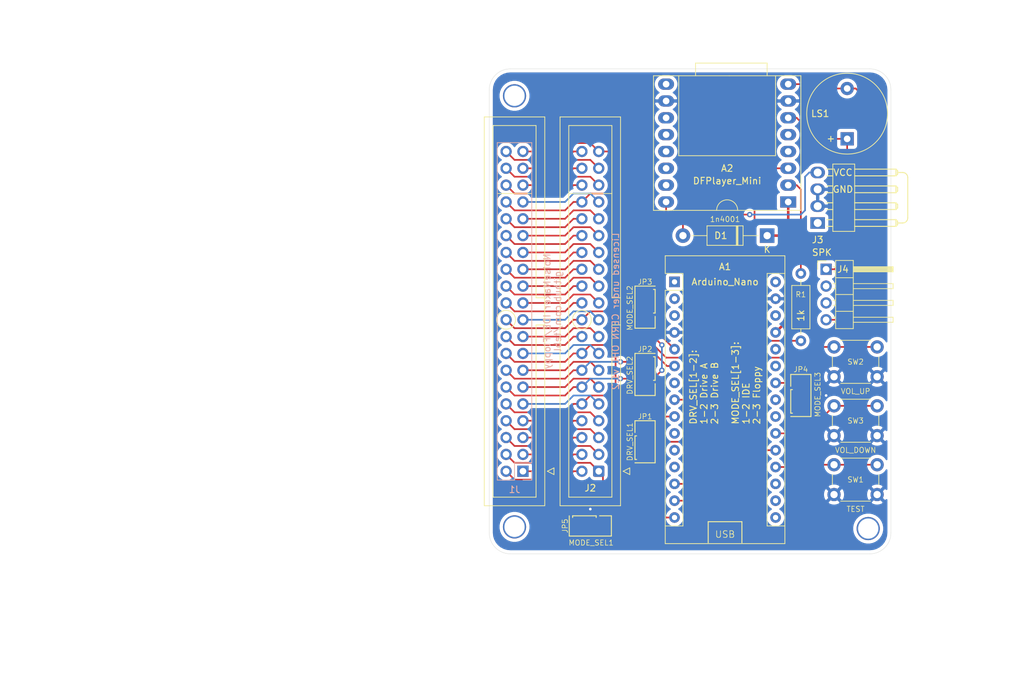
<source format=kicad_pcb>
(kicad_pcb (version 20171130) (host pcbnew "(5.1.8)-1")

  (general
    (thickness 1.6)
    (drawings 14)
    (tracks 302)
    (zones 0)
    (modules 20)
    (nets 57)
  )

  (page A4)
  (layers
    (0 F.Cu signal)
    (31 B.Cu signal)
    (32 B.Adhes user)
    (33 F.Adhes user)
    (34 B.Paste user)
    (35 F.Paste user)
    (36 B.SilkS user)
    (37 F.SilkS user)
    (38 B.Mask user)
    (39 F.Mask user)
    (40 Dwgs.User user)
    (41 Cmts.User user)
    (42 Eco1.User user)
    (43 Eco2.User user)
    (44 Edge.Cuts user)
    (45 Margin user)
    (46 B.CrtYd user)
    (47 F.CrtYd user)
    (48 B.Fab user)
    (49 F.Fab user)
  )

  (setup
    (last_trace_width 0.25)
    (trace_clearance 0.2)
    (zone_clearance 0.508)
    (zone_45_only no)
    (trace_min 0.2)
    (via_size 0.8)
    (via_drill 0.4)
    (via_min_size 0.4)
    (via_min_drill 0.3)
    (uvia_size 0.3)
    (uvia_drill 0.1)
    (uvias_allowed no)
    (uvia_min_size 0.2)
    (uvia_min_drill 0.1)
    (edge_width 0.05)
    (segment_width 0.2)
    (pcb_text_width 0.3)
    (pcb_text_size 1.5 1.5)
    (mod_edge_width 0.12)
    (mod_text_size 1 1)
    (mod_text_width 0.15)
    (pad_size 1.524 1.524)
    (pad_drill 0.762)
    (pad_to_mask_clearance 0)
    (aux_axis_origin 0 0)
    (grid_origin 161.983 0)
    (visible_elements 7FFFFFFF)
    (pcbplotparams
      (layerselection 0x011fc_ffffffff)
      (usegerberextensions true)
      (usegerberattributes false)
      (usegerberadvancedattributes false)
      (creategerberjobfile false)
      (excludeedgelayer true)
      (linewidth 0.100000)
      (plotframeref false)
      (viasonmask false)
      (mode 1)
      (useauxorigin false)
      (hpglpennumber 1)
      (hpglpenspeed 20)
      (hpglpendiameter 15.000000)
      (psnegative false)
      (psa4output false)
      (plotreference true)
      (plotvalue true)
      (plotinvisibletext false)
      (padsonsilk false)
      (subtractmaskfromsilk false)
      (outputformat 1)
      (mirror false)
      (drillshape 0)
      (scaleselection 1)
      (outputdirectory "export/"))
  )

  (net 0 "")
  (net 1 GND)
  (net 2 VCC)
  (net 3 "Net-(A2-Pad2)")
  (net 4 SS_RX)
  (net 5 "Net-(A2-Pad6)")
  (net 6 "Net-(A2-Pad8)")
  (net 7 BUSY)
  (net 8 "Net-(D1-Pad2)")
  (net 9 /P1)
  (net 10 /P2)
  (net 11 /P3)
  (net 12 /P4)
  (net 13 /P5)
  (net 14 /P6)
  (net 15 /P7)
  (net 16 /P8)
  (net 17 /P9)
  (net 18 /P10)
  (net 19 /P11)
  (net 20 /P12)
  (net 21 /P13)
  (net 22 /P14)
  (net 23 /P15)
  (net 24 /P16)
  (net 25 /P17)
  (net 26 /P18)
  (net 27 /P19)
  (net 28 /P21)
  (net 29 /P22)
  (net 30 /P23)
  (net 31 /P24)
  (net 32 /P25)
  (net 33 /P26)
  (net 34 /P27)
  (net 35 /P28)
  (net 36 /P29)
  (net 37 /P30)
  (net 38 /P31)
  (net 39 /P32)
  (net 40 /P33)
  (net 41 /P35)
  (net 42 /P36)
  (net 43 /P37)
  (net 44 /P38)
  (net 45 /P40)
  (net 46 SS_TX)
  (net 47 FLP_MOTOR)
  (net 48 FLP_DSKCHG)
  (net 49 ARD_P3)
  (net 50 ARD_P2)
  (net 51 /P39)
  (net 52 /FLP_DRIVE_SEL)
  (net 53 "Net-(A1-Pad19)")
  (net 54 "Net-(A1-Pad24)")
  (net 55 "Net-(A1-Pad20)")
  (net 56 "Net-(A1-Pad21)")

  (net_class Default "This is the default net class."
    (clearance 0.2)
    (trace_width 0.25)
    (via_dia 0.8)
    (via_drill 0.4)
    (uvia_dia 0.3)
    (uvia_drill 0.1)
    (add_net /FLP_DRIVE_SEL)
    (add_net /P1)
    (add_net /P10)
    (add_net /P11)
    (add_net /P12)
    (add_net /P13)
    (add_net /P14)
    (add_net /P15)
    (add_net /P16)
    (add_net /P17)
    (add_net /P18)
    (add_net /P19)
    (add_net /P2)
    (add_net /P21)
    (add_net /P22)
    (add_net /P23)
    (add_net /P24)
    (add_net /P25)
    (add_net /P26)
    (add_net /P27)
    (add_net /P28)
    (add_net /P29)
    (add_net /P3)
    (add_net /P30)
    (add_net /P31)
    (add_net /P32)
    (add_net /P33)
    (add_net /P35)
    (add_net /P36)
    (add_net /P37)
    (add_net /P38)
    (add_net /P39)
    (add_net /P4)
    (add_net /P40)
    (add_net /P5)
    (add_net /P6)
    (add_net /P7)
    (add_net /P8)
    (add_net /P9)
    (add_net ARD_P2)
    (add_net ARD_P3)
    (add_net BUSY)
    (add_net FLP_DSKCHG)
    (add_net FLP_MOTOR)
    (add_net "Net-(A1-Pad19)")
    (add_net "Net-(A1-Pad20)")
    (add_net "Net-(A1-Pad21)")
    (add_net "Net-(A1-Pad24)")
    (add_net "Net-(A2-Pad2)")
    (add_net "Net-(A2-Pad6)")
    (add_net "Net-(A2-Pad8)")
    (add_net "Net-(D1-Pad2)")
    (add_net SS_RX)
    (add_net SS_TX)
  )

  (net_class PWR ""
    (clearance 0.2)
    (trace_width 0.381)
    (via_dia 0.8)
    (via_drill 0.4)
    (uvia_dia 0.3)
    (uvia_drill 0.1)
    (add_net GND)
    (add_net VCC)
  )

  (module noisemaker:IDC-Header_2x20_P2.54mm_Vertical (layer F.Cu) (tedit 6361A799) (tstamp 634E33C5)
    (at 166.428 127 180)
    (descr "Through hole IDC box header, 2x20, 2.54mm pitch, DIN 41651 / IEC 60603-13, double rows, https://docs.google.com/spreadsheets/d/16SsEcesNF15N3Lb4niX7dcUr-NY5_MFPQhobNuNppn4/edit#gid=0")
    (tags "Through hole vertical IDC box header THT 2x20 2.54mm double row")
    (path /636523B7)
    (fp_text reference J2 (at 1.27 -2.54) (layer F.SilkS)
      (effects (font (size 1 1) (thickness 0.15)))
    )
    (fp_text value IDE_IN (at 1.27 54.36) (layer F.Fab)
      (effects (font (size 1 1) (thickness 0.15)))
    )
    (fp_text user %R (at 1.27 24.13 90) (layer F.Fab)
      (effects (font (size 1 1) (thickness 0.15)))
    )
    (fp_circle (center 2.54 22.86) (end 3.81 22.225) (layer F.SilkS) (width 0.12))
    (fp_line (start 6.22 -5.6) (end -3.68 -5.6) (layer F.CrtYd) (width 0.05))
    (fp_line (start 6.22 53.86) (end 6.22 -5.6) (layer F.CrtYd) (width 0.05))
    (fp_line (start -3.68 53.86) (end 6.22 53.86) (layer F.CrtYd) (width 0.05))
    (fp_line (start -3.68 -5.6) (end -3.68 53.86) (layer F.CrtYd) (width 0.05))
    (fp_line (start -4.68 0.5) (end -3.68 0) (layer F.SilkS) (width 0.12))
    (fp_line (start -4.68 -0.5) (end -4.68 0.5) (layer F.SilkS) (width 0.12))
    (fp_line (start -3.68 0) (end -4.68 -0.5) (layer F.SilkS) (width 0.12))
    (fp_line (start -1.98 26.18) (end -3.29 26.18) (layer F.SilkS) (width 0.12))
    (fp_line (start -1.98 26.18) (end -1.98 26.18) (layer F.SilkS) (width 0.12))
    (fp_line (start -1.98 52.17) (end -1.98 26.18) (layer F.SilkS) (width 0.12))
    (fp_line (start 4.52 52.17) (end -1.98 52.17) (layer F.SilkS) (width 0.12))
    (fp_line (start 4.52 -3.91) (end 4.52 52.17) (layer F.SilkS) (width 0.12))
    (fp_line (start -1.98 -3.91) (end 4.52 -3.91) (layer F.SilkS) (width 0.12))
    (fp_line (start -1.98 22.08) (end -1.98 -3.91) (layer F.SilkS) (width 0.12))
    (fp_line (start -3.29 22.08) (end -1.98 22.08) (layer F.SilkS) (width 0.12))
    (fp_line (start -3.29 53.47) (end -3.29 -5.21) (layer F.SilkS) (width 0.12))
    (fp_line (start 5.83 53.47) (end -3.29 53.47) (layer F.SilkS) (width 0.12))
    (fp_line (start 5.83 -5.21) (end 5.83 53.47) (layer F.SilkS) (width 0.12))
    (fp_line (start -3.29 -5.21) (end 5.83 -5.21) (layer F.SilkS) (width 0.12))
    (fp_line (start -1.98 26.18) (end -3.18 26.18) (layer F.Fab) (width 0.1))
    (fp_line (start -1.98 26.18) (end -1.98 26.18) (layer F.Fab) (width 0.1))
    (fp_line (start -1.98 52.17) (end -1.98 26.18) (layer F.Fab) (width 0.1))
    (fp_line (start 4.52 52.17) (end -1.98 52.17) (layer F.Fab) (width 0.1))
    (fp_line (start 4.52 -3.91) (end 4.52 52.17) (layer F.Fab) (width 0.1))
    (fp_line (start -1.98 -3.91) (end 4.52 -3.91) (layer F.Fab) (width 0.1))
    (fp_line (start -1.98 22.08) (end -1.98 -3.91) (layer F.Fab) (width 0.1))
    (fp_line (start -3.18 22.08) (end -1.98 22.08) (layer F.Fab) (width 0.1))
    (fp_line (start -3.18 53.36) (end -3.18 -4.1) (layer F.Fab) (width 0.1))
    (fp_line (start 5.72 53.36) (end -3.18 53.36) (layer F.Fab) (width 0.1))
    (fp_line (start 5.72 -5.1) (end 5.72 53.36) (layer F.Fab) (width 0.1))
    (fp_line (start -2.18 -5.1) (end 5.72 -5.1) (layer F.Fab) (width 0.1))
    (fp_line (start -3.18 -4.1) (end -2.18 -5.1) (layer F.Fab) (width 0.1))
    (fp_line (start -1.98 41.91) (end 4.52 41.91) (layer F.SilkS) (width 0.12))
    (pad 40 thru_hole circle (at 2.54 48.26 180) (size 1.7 1.7) (drill 1) (layers *.Cu *.Mask)
      (net 45 /P40))
    (pad 38 thru_hole circle (at 2.54 45.72 180) (size 1.7 1.7) (drill 1) (layers *.Cu *.Mask)
      (net 44 /P38))
    (pad 36 thru_hole circle (at 2.54 43.18 180) (size 1.7 1.7) (drill 1) (layers *.Cu *.Mask)
      (net 42 /P36))
    (pad 34 thru_hole circle (at 2.54 40.64 180) (size 1.7 1.7) (drill 1) (layers *.Cu *.Mask)
      (net 48 FLP_DSKCHG))
    (pad 32 thru_hole circle (at 2.54 38.1 180) (size 1.7 1.7) (drill 1) (layers *.Cu *.Mask)
      (net 39 /P32))
    (pad 30 thru_hole circle (at 2.54 35.56 180) (size 1.7 1.7) (drill 1) (layers *.Cu *.Mask)
      (net 37 /P30))
    (pad 28 thru_hole circle (at 2.54 33.02 180) (size 1.7 1.7) (drill 1) (layers *.Cu *.Mask)
      (net 35 /P28))
    (pad 26 thru_hole circle (at 2.54 30.48 180) (size 1.7 1.7) (drill 1) (layers *.Cu *.Mask)
      (net 33 /P26))
    (pad 24 thru_hole circle (at 2.54 27.94 180) (size 1.7 1.7) (drill 1) (layers *.Cu *.Mask)
      (net 31 /P24))
    (pad 22 thru_hole circle (at 2.54 25.4 180) (size 1.7 1.7) (drill 1) (layers *.Cu *.Mask)
      (net 29 /P22))
    (pad 20 thru_hole circle (at 2.54 22.86 180) (size 1.7 1.7) (drill 1) (layers *.Cu *.Mask)
      (net 49 ARD_P3))
    (pad 18 thru_hole circle (at 2.54 20.32 180) (size 1.7 1.7) (drill 1) (layers *.Cu *.Mask)
      (net 26 /P18))
    (pad 16 thru_hole circle (at 2.54 17.78 180) (size 1.7 1.7) (drill 1) (layers *.Cu *.Mask)
      (net 24 /P16))
    (pad 14 thru_hole circle (at 2.54 15.24 180) (size 1.7 1.7) (drill 1) (layers *.Cu *.Mask)
      (net 22 /P14))
    (pad 12 thru_hole circle (at 2.54 12.7 180) (size 1.7 1.7) (drill 1) (layers *.Cu *.Mask)
      (net 20 /P12))
    (pad 10 thru_hole circle (at 2.54 10.16 180) (size 1.7 1.7) (drill 1) (layers *.Cu *.Mask)
      (net 18 /P10))
    (pad 8 thru_hole circle (at 2.54 7.62 180) (size 1.7 1.7) (drill 1) (layers *.Cu *.Mask)
      (net 16 /P8))
    (pad 6 thru_hole circle (at 2.54 5.08 180) (size 1.7 1.7) (drill 1) (layers *.Cu *.Mask)
      (net 14 /P6))
    (pad 4 thru_hole circle (at 2.54 2.54 180) (size 1.7 1.7) (drill 1) (layers *.Cu *.Mask)
      (net 12 /P4))
    (pad 2 thru_hole circle (at 2.54 0 180) (size 1.7 1.7) (drill 1) (layers *.Cu *.Mask)
      (net 10 /P2))
    (pad 39 thru_hole circle (at 0 48.26 180) (size 1.7 1.7) (drill 1) (layers *.Cu *.Mask)
      (net 51 /P39))
    (pad 37 thru_hole circle (at 0 45.72 180) (size 1.7 1.7) (drill 1) (layers *.Cu *.Mask)
      (net 43 /P37))
    (pad 35 thru_hole circle (at 0 43.18 180) (size 1.7 1.7) (drill 1) (layers *.Cu *.Mask)
      (net 41 /P35))
    (pad 33 thru_hole circle (at 0 40.64 180) (size 1.7 1.7) (drill 1) (layers *.Cu *.Mask)
      (net 40 /P33))
    (pad 31 thru_hole circle (at 0 38.1 180) (size 1.7 1.7) (drill 1) (layers *.Cu *.Mask)
      (net 38 /P31))
    (pad 29 thru_hole circle (at 0 35.56 180) (size 1.7 1.7) (drill 1) (layers *.Cu *.Mask)
      (net 36 /P29))
    (pad 27 thru_hole circle (at 0 33.02 180) (size 1.7 1.7) (drill 1) (layers *.Cu *.Mask)
      (net 34 /P27))
    (pad 25 thru_hole circle (at 0 30.48 180) (size 1.7 1.7) (drill 1) (layers *.Cu *.Mask)
      (net 32 /P25))
    (pad 23 thru_hole circle (at 0 27.94 180) (size 1.7 1.7) (drill 1) (layers *.Cu *.Mask)
      (net 30 /P23))
    (pad 21 thru_hole circle (at 0 25.4 180) (size 1.7 1.7) (drill 1) (layers *.Cu *.Mask)
      (net 28 /P21))
    (pad 19 thru_hole circle (at 0 22.86 180) (size 1.7 1.7) (drill 1) (layers *.Cu *.Mask)
      (net 27 /P19))
    (pad 17 thru_hole circle (at 0 20.32 180) (size 1.7 1.7) (drill 1) (layers *.Cu *.Mask)
      (net 25 /P17))
    (pad 15 thru_hole circle (at 0 17.78 180) (size 1.7 1.7) (drill 1) (layers *.Cu *.Mask)
      (net 23 /P15))
    (pad 13 thru_hole circle (at 0 15.24 180) (size 1.7 1.7) (drill 1) (layers *.Cu *.Mask)
      (net 21 /P13))
    (pad 11 thru_hole circle (at 0 12.7 180) (size 1.7 1.7) (drill 1) (layers *.Cu *.Mask)
      (net 19 /P11))
    (pad 9 thru_hole circle (at 0 10.16 180) (size 1.7 1.7) (drill 1) (layers *.Cu *.Mask)
      (net 17 /P9))
    (pad 7 thru_hole circle (at 0 7.62 180) (size 1.7 1.7) (drill 1) (layers *.Cu *.Mask)
      (net 15 /P7))
    (pad 5 thru_hole circle (at 0 5.08 180) (size 1.7 1.7) (drill 1) (layers *.Cu *.Mask)
      (net 13 /P5))
    (pad 3 thru_hole circle (at 0 2.54 180) (size 1.7 1.7) (drill 1) (layers *.Cu *.Mask)
      (net 11 /P3))
    (pad 1 thru_hole roundrect (at 0 0 180) (size 1.7 1.7) (drill 1) (layers *.Cu *.Mask) (roundrect_rratio 0.147059)
      (net 9 /P1))
    (model ${KISYS3DMOD}/Connector_IDC.3dshapes/IDC-Header_2x20_P2.54mm_Vertical.wrl
      (at (xyz 0 0 0))
      (scale (xyz 1 1 1))
      (rotate (xyz 0 0 0))
    )
  )

  (module noisemaker:PinSocket_2x20_P2.54mm_Vertical (layer B.Cu) (tedit 637A9303) (tstamp 63620D80)
    (at 154.998 127)
    (descr "Through hole straight socket strip, 2x20, 2.54mm pitch, double cols (from Kicad 4.0.7), script generated")
    (tags "Through hole socket strip THT 2x20 2.54mm double row")
    (path /6351B81B)
    (fp_text reference J1 (at -1.27 2.77) (layer B.SilkS)
      (effects (font (size 1 1) (thickness 0.15)) (justify mirror))
    )
    (fp_text value IDE_OUT (at -1.27 -51.03) (layer B.Fab)
      (effects (font (size 1 1) (thickness 0.15)) (justify mirror))
    )
    (fp_text user %R (at -1.27 -24.13 -90) (layer B.Fab)
      (effects (font (size 1 1) (thickness 0.15)) (justify mirror))
    )
    (fp_line (start 4.68 0.5) (end 3.68 0) (layer F.SilkS) (width 0.12))
    (fp_line (start 3.68 0) (end 4.68 -0.5) (layer F.SilkS) (width 0.12))
    (fp_line (start 4.68 -0.5) (end 4.68 0.5) (layer F.SilkS) (width 0.12))
    (fp_circle (center -2.54 -22.86) (end -1.120097 -22.86) (layer F.SilkS) (width 0.12))
    (fp_line (start -3.81 1.27) (end 0.27 1.27) (layer B.Fab) (width 0.1))
    (fp_line (start 0.27 1.27) (end 1.27 0.27) (layer B.Fab) (width 0.1))
    (fp_line (start 1.27 0.27) (end 1.27 -49.53) (layer B.Fab) (width 0.1))
    (fp_line (start 1.27 -49.53) (end -3.81 -49.53) (layer B.Fab) (width 0.1))
    (fp_line (start -3.81 -49.53) (end -3.81 1.27) (layer B.Fab) (width 0.1))
    (fp_line (start -3.87 1.33) (end -1.27 1.33) (layer B.SilkS) (width 0.12))
    (fp_line (start -3.87 1.33) (end -3.87 -49.59) (layer B.SilkS) (width 0.12))
    (fp_line (start -3.87 -49.59) (end 1.33 -49.59) (layer B.SilkS) (width 0.12))
    (fp_line (start 1.33 -1.27) (end 1.33 -49.59) (layer B.SilkS) (width 0.12))
    (fp_line (start -1.27 -1.27) (end 1.33 -1.27) (layer B.SilkS) (width 0.12))
    (fp_line (start -1.27 1.33) (end -1.27 -1.27) (layer B.SilkS) (width 0.12))
    (fp_line (start 1.33 1.33) (end 1.33 0) (layer B.SilkS) (width 0.12))
    (fp_line (start 0 1.33) (end 1.33 1.33) (layer B.SilkS) (width 0.12))
    (fp_line (start -4.34 1.8) (end 1.76 1.8) (layer B.CrtYd) (width 0.05))
    (fp_line (start 1.76 1.8) (end 1.76 -50) (layer B.CrtYd) (width 0.05))
    (fp_line (start 1.76 -50) (end -4.34 -50) (layer B.CrtYd) (width 0.05))
    (fp_line (start -4.34 -50) (end -4.34 1.8) (layer B.CrtYd) (width 0.05))
    (fp_line (start 1.33 -41.91) (end -3.87 -41.91) (layer F.SilkS) (width 0.12))
    (fp_line (start 3.29 -53.47) (end -5.83 -53.47) (layer F.SilkS) (width 0.12))
    (fp_line (start -5.83 -53.47) (end -5.83 5.21) (layer F.SilkS) (width 0.12))
    (fp_line (start 1.98 3.91) (end 1.98 -22.08) (layer F.SilkS) (width 0.12))
    (fp_line (start 3.29 -26.18) (end 1.98 -26.18) (layer F.SilkS) (width 0.12))
    (fp_line (start 1.98 -22.08) (end 3.29 -22.08) (layer F.SilkS) (width 0.12))
    (fp_line (start -5.83 5.21) (end 3.29 5.21) (layer F.SilkS) (width 0.12))
    (fp_line (start 3.29 5.21) (end 3.29 -53.47) (layer F.SilkS) (width 0.12))
    (fp_line (start 1.98 -52.17) (end -4.52 -52.17) (layer F.SilkS) (width 0.12))
    (fp_line (start 1.98 -26.18) (end 1.98 -52.17) (layer F.SilkS) (width 0.12))
    (fp_line (start -4.52 3.91) (end 1.98 3.91) (layer F.SilkS) (width 0.12))
    (fp_line (start -4.52 -52.17) (end -4.52 3.91) (layer F.SilkS) (width 0.12))
    (pad 1 thru_hole rect (at 0 0) (size 1.7 1.7) (drill 1) (layers *.Cu *.Mask)
      (net 9 /P1))
    (pad 2 thru_hole oval (at -2.54 0) (size 1.7 1.7) (drill 1) (layers *.Cu *.Mask)
      (net 10 /P2))
    (pad 3 thru_hole oval (at 0 -2.54) (size 1.7 1.7) (drill 1) (layers *.Cu *.Mask)
      (net 11 /P3))
    (pad 4 thru_hole oval (at -2.54 -2.54) (size 1.7 1.7) (drill 1) (layers *.Cu *.Mask)
      (net 12 /P4))
    (pad 5 thru_hole oval (at 0 -5.08) (size 1.7 1.7) (drill 1) (layers *.Cu *.Mask)
      (net 13 /P5))
    (pad 6 thru_hole oval (at -2.54 -5.08) (size 1.7 1.7) (drill 1) (layers *.Cu *.Mask)
      (net 14 /P6))
    (pad 7 thru_hole oval (at 0 -7.62) (size 1.7 1.7) (drill 1) (layers *.Cu *.Mask)
      (net 15 /P7))
    (pad 8 thru_hole oval (at -2.54 -7.62) (size 1.7 1.7) (drill 1) (layers *.Cu *.Mask)
      (net 16 /P8))
    (pad 9 thru_hole oval (at 0 -10.16) (size 1.7 1.7) (drill 1) (layers *.Cu *.Mask)
      (net 17 /P9))
    (pad 10 thru_hole oval (at -2.54 -10.16) (size 1.7 1.7) (drill 1) (layers *.Cu *.Mask)
      (net 18 /P10))
    (pad 11 thru_hole oval (at 0 -12.7) (size 1.7 1.7) (drill 1) (layers *.Cu *.Mask)
      (net 19 /P11))
    (pad 12 thru_hole oval (at -2.54 -12.7) (size 1.7 1.7) (drill 1) (layers *.Cu *.Mask)
      (net 20 /P12))
    (pad 13 thru_hole oval (at 0 -15.24) (size 1.7 1.7) (drill 1) (layers *.Cu *.Mask)
      (net 21 /P13))
    (pad 14 thru_hole oval (at -2.54 -15.24) (size 1.7 1.7) (drill 1) (layers *.Cu *.Mask)
      (net 22 /P14))
    (pad 15 thru_hole oval (at 0 -17.78) (size 1.7 1.7) (drill 1) (layers *.Cu *.Mask)
      (net 23 /P15))
    (pad 16 thru_hole oval (at -2.54 -17.78) (size 1.7 1.7) (drill 1) (layers *.Cu *.Mask)
      (net 24 /P16))
    (pad 17 thru_hole oval (at 0 -20.32) (size 1.7 1.7) (drill 1) (layers *.Cu *.Mask)
      (net 25 /P17))
    (pad 18 thru_hole oval (at -2.54 -20.32) (size 1.7 1.7) (drill 1) (layers *.Cu *.Mask)
      (net 26 /P18))
    (pad 19 thru_hole oval (at 0 -22.86) (size 1.7 1.7) (drill 1) (layers *.Cu *.Mask)
      (net 27 /P19))
    (pad 20 thru_hole oval (at -2.54 -22.86) (size 1.7 1.7) (drill 1) (layers *.Cu *.Mask)
      (net 49 ARD_P3))
    (pad 21 thru_hole oval (at 0 -25.4) (size 1.7 1.7) (drill 1) (layers *.Cu *.Mask)
      (net 28 /P21))
    (pad 22 thru_hole oval (at -2.54 -25.4) (size 1.7 1.7) (drill 1) (layers *.Cu *.Mask)
      (net 29 /P22))
    (pad 23 thru_hole oval (at 0 -27.94) (size 1.7 1.7) (drill 1) (layers *.Cu *.Mask)
      (net 30 /P23))
    (pad 24 thru_hole oval (at -2.54 -27.94) (size 1.7 1.7) (drill 1) (layers *.Cu *.Mask)
      (net 31 /P24))
    (pad 25 thru_hole oval (at 0 -30.48) (size 1.7 1.7) (drill 1) (layers *.Cu *.Mask)
      (net 32 /P25))
    (pad 26 thru_hole oval (at -2.54 -30.48) (size 1.7 1.7) (drill 1) (layers *.Cu *.Mask)
      (net 33 /P26))
    (pad 27 thru_hole oval (at 0 -33.02) (size 1.7 1.7) (drill 1) (layers *.Cu *.Mask)
      (net 34 /P27))
    (pad 28 thru_hole oval (at -2.54 -33.02) (size 1.7 1.7) (drill 1) (layers *.Cu *.Mask)
      (net 35 /P28))
    (pad 29 thru_hole oval (at 0 -35.56) (size 1.7 1.7) (drill 1) (layers *.Cu *.Mask)
      (net 36 /P29))
    (pad 30 thru_hole oval (at -2.54 -35.56) (size 1.7 1.7) (drill 1) (layers *.Cu *.Mask)
      (net 37 /P30))
    (pad 31 thru_hole oval (at 0 -38.1) (size 1.7 1.7) (drill 1) (layers *.Cu *.Mask)
      (net 38 /P31))
    (pad 32 thru_hole oval (at -2.54 -38.1) (size 1.7 1.7) (drill 1) (layers *.Cu *.Mask)
      (net 39 /P32))
    (pad 33 thru_hole oval (at 0 -40.64) (size 1.7 1.7) (drill 1) (layers *.Cu *.Mask)
      (net 40 /P33))
    (pad 34 thru_hole oval (at -2.54 -40.64) (size 1.7 1.7) (drill 1) (layers *.Cu *.Mask)
      (net 48 FLP_DSKCHG))
    (pad 35 thru_hole oval (at 0 -43.18) (size 1.7 1.7) (drill 1) (layers *.Cu *.Mask)
      (net 41 /P35))
    (pad 36 thru_hole oval (at -2.54 -43.18) (size 1.7 1.7) (drill 1) (layers *.Cu *.Mask)
      (net 42 /P36))
    (pad 37 thru_hole oval (at 0 -45.72) (size 1.7 1.7) (drill 1) (layers *.Cu *.Mask)
      (net 43 /P37))
    (pad 38 thru_hole oval (at -2.54 -45.72) (size 1.7 1.7) (drill 1) (layers *.Cu *.Mask)
      (net 44 /P38))
    (pad 39 thru_hole oval (at 0 -48.26) (size 1.7 1.7) (drill 1) (layers *.Cu *.Mask)
      (net 51 /P39))
    (pad 40 thru_hole oval (at -2.54 -48.26) (size 1.7 1.7) (drill 1) (layers *.Cu *.Mask)
      (net 45 /P40))
    (model ${KISYS3DMOD}/Connector_PinSocket_2.54mm.3dshapes/PinSocket_2x20_P2.54mm_Vertical.wrl
      (at (xyz 0 0 0))
      (scale (xyz 1 1 1))
      (rotate (xyz 0 0 0))
    )
  )

  (module Arduino_Nano:Arduino_Nano (layer F.Cu) (tedit 634DEAC1) (tstamp 634D3CAC)
    (at 177.858 98.425)
    (descr "Arduino Nano, http://www.mouser.com/pdfdocs/Gravitech_Arduino_Nano3_0.pdf")
    (tags "Arduino Nano")
    (path /634CBE7C)
    (fp_text reference A1 (at 7.62 -2.286 -180) (layer F.SilkS)
      (effects (font (size 1 1) (thickness 0.15)))
    )
    (fp_text value Arduino_Nano (at 7.62 0) (layer F.SilkS)
      (effects (font (size 1 1) (thickness 0.15)))
    )
    (fp_line (start 10.16 36.195) (end 10.16 39.37) (layer F.SilkS) (width 0.15))
    (fp_line (start 5.08 36.195) (end 10.16 36.195) (layer F.SilkS) (width 0.15))
    (fp_line (start 5.08 36.195) (end 5.08 39.37) (layer F.SilkS) (width 0.15))
    (fp_line (start 1.27 1.27) (end 1.27 -1.27) (layer F.SilkS) (width 0.12))
    (fp_line (start 1.27 1.27) (end -1.4 1.27) (layer F.SilkS) (width 0.12))
    (fp_line (start -1.4 1.27) (end -1.4 39.5) (layer F.SilkS) (width 0.12))
    (fp_line (start -1.4 -3.94) (end -1.4 -1.27) (layer F.SilkS) (width 0.12))
    (fp_line (start 13.97 -1.27) (end 16.64 -1.27) (layer F.SilkS) (width 0.12))
    (fp_line (start 13.97 -1.27) (end 13.97 36.83) (layer F.SilkS) (width 0.12))
    (fp_line (start 13.97 36.83) (end 16.64 36.83) (layer F.SilkS) (width 0.12))
    (fp_line (start 1.27 -1.27) (end -1.4 -1.27) (layer F.SilkS) (width 0.12))
    (fp_line (start 1.27 1.27) (end 1.27 36.83) (layer F.SilkS) (width 0.12))
    (fp_line (start 1.27 36.83) (end -1.4 36.83) (layer F.SilkS) (width 0.12))
    (fp_line (start 3.81 31.75) (end 11.43 31.75) (layer F.Fab) (width 0.1))
    (fp_line (start 11.43 31.75) (end 11.43 41.91) (layer F.Fab) (width 0.1))
    (fp_line (start 11.43 41.91) (end 3.81 41.91) (layer F.Fab) (width 0.1))
    (fp_line (start 3.81 41.91) (end 3.81 31.75) (layer F.Fab) (width 0.1))
    (fp_line (start -1.4 39.5) (end 16.64 39.5) (layer F.SilkS) (width 0.12))
    (fp_line (start 16.64 39.5) (end 16.64 -3.94) (layer F.SilkS) (width 0.12))
    (fp_line (start 16.64 -3.94) (end -1.4 -3.94) (layer F.SilkS) (width 0.12))
    (fp_line (start 16.51 39.37) (end -1.27 39.37) (layer F.Fab) (width 0.1))
    (fp_line (start -1.27 39.37) (end -1.27 -2.54) (layer F.Fab) (width 0.1))
    (fp_line (start -1.27 -2.54) (end 0 -3.81) (layer F.Fab) (width 0.1))
    (fp_line (start 0 -3.81) (end 16.51 -3.81) (layer F.Fab) (width 0.1))
    (fp_line (start 16.51 -3.81) (end 16.51 39.37) (layer F.Fab) (width 0.1))
    (fp_line (start -1.53 -4.06) (end 16.75 -4.06) (layer F.CrtYd) (width 0.05))
    (fp_line (start -1.53 -4.06) (end -1.53 42.16) (layer F.CrtYd) (width 0.05))
    (fp_line (start 16.75 42.16) (end 16.75 -4.06) (layer F.CrtYd) (width 0.05))
    (fp_line (start 16.75 42.16) (end -1.53 42.16) (layer F.CrtYd) (width 0.05))
    (fp_text user USB (at 7.62 38.1) (layer F.SilkS)
      (effects (font (size 1 1) (thickness 0.1)))
    )
    (fp_text user %R (at 7.62 -2.286) (layer F.Fab)
      (effects (font (size 1 1) (thickness 0.15)))
    )
    (pad 1 thru_hole rect (at 0 0) (size 1.6 1.6) (drill 0.8) (layers *.Cu *.Mask))
    (pad 17 thru_hole oval (at 15.24 33.02) (size 1.6 1.6) (drill 0.8) (layers *.Cu *.Mask))
    (pad 2 thru_hole oval (at 0 2.54) (size 1.6 1.6) (drill 0.8) (layers *.Cu *.Mask))
    (pad 18 thru_hole oval (at 15.24 30.48) (size 1.6 1.6) (drill 0.8) (layers *.Cu *.Mask))
    (pad 3 thru_hole oval (at 0 5.08) (size 1.6 1.6) (drill 0.8) (layers *.Cu *.Mask))
    (pad 19 thru_hole oval (at 15.24 27.94) (size 1.6 1.6) (drill 0.8) (layers *.Cu *.Mask)
      (net 53 "Net-(A1-Pad19)"))
    (pad 4 thru_hole oval (at 0 7.62) (size 1.6 1.6) (drill 0.8) (layers *.Cu *.Mask)
      (net 1 GND))
    (pad 20 thru_hole oval (at 15.24 25.4) (size 1.6 1.6) (drill 0.8) (layers *.Cu *.Mask)
      (net 55 "Net-(A1-Pad20)"))
    (pad 5 thru_hole oval (at 0 10.16) (size 1.6 1.6) (drill 0.8) (layers *.Cu *.Mask)
      (net 50 ARD_P2))
    (pad 21 thru_hole oval (at 15.24 22.86) (size 1.6 1.6) (drill 0.8) (layers *.Cu *.Mask)
      (net 56 "Net-(A1-Pad21)"))
    (pad 6 thru_hole oval (at 0 12.7) (size 1.6 1.6) (drill 0.8) (layers *.Cu *.Mask)
      (net 49 ARD_P3))
    (pad 22 thru_hole oval (at 15.24 20.32) (size 1.6 1.6) (drill 0.8) (layers *.Cu *.Mask))
    (pad 7 thru_hole oval (at 0 15.24) (size 1.6 1.6) (drill 0.8) (layers *.Cu *.Mask))
    (pad 23 thru_hole oval (at 15.24 17.78) (size 1.6 1.6) (drill 0.8) (layers *.Cu *.Mask))
    (pad 8 thru_hole oval (at 0 17.78) (size 1.6 1.6) (drill 0.8) (layers *.Cu *.Mask)
      (net 48 FLP_DSKCHG))
    (pad 24 thru_hole oval (at 15.24 15.24) (size 1.6 1.6) (drill 0.8) (layers *.Cu *.Mask)
      (net 54 "Net-(A1-Pad24)"))
    (pad 9 thru_hole oval (at 0 20.32) (size 1.6 1.6) (drill 0.8) (layers *.Cu *.Mask)
      (net 47 FLP_MOTOR))
    (pad 25 thru_hole oval (at 15.24 12.7) (size 1.6 1.6) (drill 0.8) (layers *.Cu *.Mask))
    (pad 10 thru_hole oval (at 0 22.86) (size 1.6 1.6) (drill 0.8) (layers *.Cu *.Mask))
    (pad 26 thru_hole oval (at 15.24 10.16) (size 1.6 1.6) (drill 0.8) (layers *.Cu *.Mask))
    (pad 11 thru_hole oval (at 0 25.4) (size 1.6 1.6) (drill 0.8) (layers *.Cu *.Mask))
    (pad 27 thru_hole oval (at 15.24 7.62) (size 1.6 1.6) (drill 0.8) (layers *.Cu *.Mask)
      (net 2 VCC))
    (pad 12 thru_hole oval (at 0 27.94) (size 1.6 1.6) (drill 0.8) (layers *.Cu *.Mask))
    (pad 28 thru_hole oval (at 15.24 5.08) (size 1.6 1.6) (drill 0.8) (layers *.Cu *.Mask))
    (pad 13 thru_hole oval (at 0 30.48) (size 1.6 1.6) (drill 0.8) (layers *.Cu *.Mask)
      (net 4 SS_RX))
    (pad 29 thru_hole oval (at 15.24 2.54) (size 1.6 1.6) (drill 0.8) (layers *.Cu *.Mask)
      (net 1 GND))
    (pad 14 thru_hole oval (at 0 33.02) (size 1.6 1.6) (drill 0.8) (layers *.Cu *.Mask)
      (net 46 SS_TX))
    (pad 30 thru_hole oval (at 15.24 0) (size 1.6 1.6) (drill 0.8) (layers *.Cu *.Mask))
    (pad 15 thru_hole oval (at 0 35.56) (size 1.6 1.6) (drill 0.8) (layers *.Cu *.Mask)
      (net 7 BUSY))
    (pad 16 thru_hole oval (at 15.24 35.56) (size 1.6 1.6) (drill 0.8) (layers *.Cu *.Mask))
  )

  (module mounting:M3_pin (layer F.Cu) (tedit 5F76331A) (tstamp 604882C5)
    (at 153.728 70.34)
    (descr "module 1 pin (ou trou mecanique de percage)")
    (tags DEV)
    (path /604E62DD)
    (fp_text reference M1 (at 0 -3.048) (layer F.Fab) hide
      (effects (font (size 1 1) (thickness 0.15)))
    )
    (fp_text value Mounting (at 0 3) (layer F.Fab) hide
      (effects (font (size 1 1) (thickness 0.15)))
    )
    (fp_circle (center 0 0) (end 2.6 0) (layer F.CrtYd) (width 0.05))
    (fp_circle (center 0 0) (end 2 0.8) (layer F.Fab) (width 0.1))
    (pad 1 thru_hole circle (at 0 0) (size 3.5 3.5) (drill 3.048) (layers *.Cu *.Mask)
      (solder_mask_margin 0.8))
  )

  (module mounting:M3_pin (layer F.Cu) (tedit 5F76331A) (tstamp 60487DAB)
    (at 153.728 135.4)
    (descr "module 1 pin (ou trou mecanique de percage)")
    (tags DEV)
    (path /604E7421)
    (fp_text reference M2 (at 0 -3.048) (layer F.Fab) hide
      (effects (font (size 1 1) (thickness 0.15)))
    )
    (fp_text value Mounting (at 0 3) (layer F.Fab) hide
      (effects (font (size 1 1) (thickness 0.15)))
    )
    (fp_circle (center 0 0) (end 2 0.8) (layer F.Fab) (width 0.1))
    (fp_circle (center 0 0) (end 2.6 0) (layer F.CrtYd) (width 0.05))
    (pad 1 thru_hole circle (at 0 0) (size 3.5 3.5) (drill 3.048) (layers *.Cu *.Mask)
      (solder_mask_margin 0.8))
  )

  (module mounting:M3_pin (layer F.Cu) (tedit 5F76331A) (tstamp 60487CF8)
    (at 207.068 135.655)
    (descr "module 1 pin (ou trou mecanique de percage)")
    (tags DEV)
    (path /604E78AD)
    (fp_text reference M3 (at 0 -3.048) (layer F.Fab) hide
      (effects (font (size 1 1) (thickness 0.15)))
    )
    (fp_text value Mounting (at 0 3) (layer F.Fab) hide
      (effects (font (size 1 1) (thickness 0.15)))
    )
    (fp_circle (center 0 0) (end 2.6 0) (layer F.CrtYd) (width 0.05))
    (fp_circle (center 0 0) (end 2 0.8) (layer F.Fab) (width 0.1))
    (pad 1 thru_hole circle (at 0 0) (size 3.5 3.5) (drill 3.048) (layers *.Cu *.Mask)
      (solder_mask_margin 0.8))
  )

  (module DFPlayer_Mini:DFPlayer_Mini (layer F.Cu) (tedit 634CA63D) (tstamp 634D1649)
    (at 195.003 86.36 180)
    (path /634CC848)
    (fp_text reference A2 (at 9.2075 5.08) (layer F.SilkS)
      (effects (font (size 1 1) (thickness 0.15)))
    )
    (fp_text value DFPlayer_Mini (at 9.2075 3.175) (layer F.SilkS)
      (effects (font (size 1 1) (thickness 0.15)))
    )
    (fp_line (start 3.175 20.955) (end 3.175 19.05) (layer F.SilkS) (width 0.12))
    (fp_line (start 13.97 20.955) (end 3.175 20.955) (layer F.SilkS) (width 0.12))
    (fp_line (start 13.97 19.05) (end 13.97 20.955) (layer F.SilkS) (width 0.12))
    (fp_line (start 16.51 6.985) (end 16.51 19.05) (layer F.SilkS) (width 0.12))
    (fp_line (start 1.905 6.985) (end 16.51 6.985) (layer F.SilkS) (width 0.12))
    (fp_line (start 1.905 19.05) (end 1.905 6.985) (layer F.SilkS) (width 0.12))
    (fp_line (start -1.905 -1.27) (end -1.905 19.05) (layer F.SilkS) (width 0.12))
    (fp_line (start 20.32 -1.27) (end -1.905 -1.27) (layer F.SilkS) (width 0.12))
    (fp_line (start 20.32 19.05) (end 20.32 -1.27) (layer F.SilkS) (width 0.12))
    (fp_line (start 20.32 19.05) (end 8.89 19.05) (layer F.SilkS) (width 0.12))
    (fp_line (start -1.905 19.05) (end 8.89 19.05) (layer F.SilkS) (width 0.12))
    (fp_arc (start 9.2075 -1.27) (end 7.62 -1.27) (angle -180) (layer F.SilkS) (width 0.12))
    (pad 1 thru_hole rect (at 0 0 180) (size 2.4 1.7) (drill 1) (layers *.Cu *.Mask)
      (net 2 VCC))
    (pad 2 thru_hole oval (at 0 2.54 180) (size 2.4 1.7) (drill 1) (layers *.Cu *.Mask)
      (net 3 "Net-(A2-Pad2)"))
    (pad 3 thru_hole oval (at 0 5.08 180) (size 2.4 1.7) (drill 1) (layers *.Cu *.Mask)
      (net 4 SS_RX))
    (pad 4 thru_hole oval (at 0 7.62 180) (size 2.4 1.7) (drill 1) (layers *.Cu *.Mask))
    (pad 5 thru_hole oval (at 0 10.16 180) (size 2.4 1.7) (drill 1) (layers *.Cu *.Mask))
    (pad 6 thru_hole oval (at 0 12.7 180) (size 2.4 1.7) (drill 1) (layers *.Cu *.Mask)
      (net 5 "Net-(A2-Pad6)"))
    (pad 7 thru_hole oval (at 0 15.24 180) (size 2.4 1.7) (drill 1) (layers *.Cu *.Mask)
      (net 1 GND))
    (pad 8 thru_hole oval (at 0 17.78 180) (size 2.4 1.7) (drill 1) (layers *.Cu *.Mask)
      (net 6 "Net-(A2-Pad8)"))
    (pad 9 thru_hole oval (at 18.415 17.78 180) (size 2.4 1.7) (drill 1) (layers *.Cu *.Mask))
    (pad 10 thru_hole oval (at 18.415 15.24 180) (size 2.4 1.7) (drill 1) (layers *.Cu *.Mask)
      (net 1 GND))
    (pad 11 thru_hole oval (at 18.415 12.7 180) (size 2.4 1.7) (drill 1) (layers *.Cu *.Mask))
    (pad 12 thru_hole oval (at 18.415 10.16 180) (size 2.4 1.7) (drill 1) (layers *.Cu *.Mask))
    (pad 13 thru_hole oval (at 18.415 7.62 180) (size 2.4 1.7) (drill 1) (layers *.Cu *.Mask))
    (pad 14 thru_hole oval (at 18.415 5.08 180) (size 2.4 1.7) (drill 1) (layers *.Cu *.Mask))
    (pad 15 thru_hole oval (at 18.415 2.54 180) (size 2.4 1.7) (drill 1) (layers *.Cu *.Mask))
    (pad 16 thru_hole oval (at 18.415 0 180) (size 2.4 1.7) (drill 1) (layers *.Cu *.Mask)
      (net 7 BUSY))
  )

  (module Diode_THT:D_DO-41_SOD81_P12.70mm_Horizontal (layer F.Cu) (tedit 5AE50CD5) (tstamp 63702D63)
    (at 191.828 91.44 180)
    (descr "Diode, DO-41_SOD81 series, Axial, Horizontal, pin pitch=12.7mm, , length*diameter=5.2*2.7mm^2, , http://www.diodes.com/_files/packages/DO-41%20(Plastic).pdf")
    (tags "Diode DO-41_SOD81 series Axial Horizontal pin pitch 12.7mm  length 5.2mm diameter 2.7mm")
    (path /634D2772)
    (fp_text reference D1 (at 6.985 0) (layer F.SilkS)
      (effects (font (size 1 1) (thickness 0.15)))
    )
    (fp_text value 1n4001 (at 6.35 2.47) (layer F.SilkS)
      (effects (font (size 0.8 0.8) (thickness 0.1)))
    )
    (fp_line (start 14.05 -1.6) (end -1.35 -1.6) (layer F.CrtYd) (width 0.05))
    (fp_line (start 14.05 1.6) (end 14.05 -1.6) (layer F.CrtYd) (width 0.05))
    (fp_line (start -1.35 1.6) (end 14.05 1.6) (layer F.CrtYd) (width 0.05))
    (fp_line (start -1.35 -1.6) (end -1.35 1.6) (layer F.CrtYd) (width 0.05))
    (fp_line (start 4.41 -1.47) (end 4.41 1.47) (layer F.SilkS) (width 0.12))
    (fp_line (start 4.65 -1.47) (end 4.65 1.47) (layer F.SilkS) (width 0.12))
    (fp_line (start 4.53 -1.47) (end 4.53 1.47) (layer F.SilkS) (width 0.12))
    (fp_line (start 11.36 0) (end 9.07 0) (layer F.SilkS) (width 0.12))
    (fp_line (start 1.34 0) (end 3.63 0) (layer F.SilkS) (width 0.12))
    (fp_line (start 9.07 -1.47) (end 3.63 -1.47) (layer F.SilkS) (width 0.12))
    (fp_line (start 9.07 1.47) (end 9.07 -1.47) (layer F.SilkS) (width 0.12))
    (fp_line (start 3.63 1.47) (end 9.07 1.47) (layer F.SilkS) (width 0.12))
    (fp_line (start 3.63 -1.47) (end 3.63 1.47) (layer F.SilkS) (width 0.12))
    (fp_line (start 4.43 -1.35) (end 4.43 1.35) (layer F.Fab) (width 0.1))
    (fp_line (start 4.63 -1.35) (end 4.63 1.35) (layer F.Fab) (width 0.1))
    (fp_line (start 4.53 -1.35) (end 4.53 1.35) (layer F.Fab) (width 0.1))
    (fp_line (start 12.7 0) (end 8.95 0) (layer F.Fab) (width 0.1))
    (fp_line (start 0 0) (end 3.75 0) (layer F.Fab) (width 0.1))
    (fp_line (start 8.95 -1.35) (end 3.75 -1.35) (layer F.Fab) (width 0.1))
    (fp_line (start 8.95 1.35) (end 8.95 -1.35) (layer F.Fab) (width 0.1))
    (fp_line (start 3.75 1.35) (end 8.95 1.35) (layer F.Fab) (width 0.1))
    (fp_line (start 3.75 -1.35) (end 3.75 1.35) (layer F.Fab) (width 0.1))
    (fp_text user %R (at 6.74 0) (layer F.Fab)
      (effects (font (size 1 1) (thickness 0.15)))
    )
    (fp_text user K (at 0 -2.1) (layer F.Fab)
      (effects (font (size 1 1) (thickness 0.15)))
    )
    (fp_text user K (at 0 -2.1) (layer F.SilkS)
      (effects (font (size 1 1) (thickness 0.15)))
    )
    (pad 1 thru_hole rect (at 0 0 180) (size 2.2 2.2) (drill 1.1) (layers *.Cu *.Mask)
      (net 2 VCC))
    (pad 2 thru_hole oval (at 12.7 0 180) (size 2.2 2.2) (drill 1.1) (layers *.Cu *.Mask)
      (net 8 "Net-(D1-Pad2)"))
    (model ${KISYS3DMOD}/Diode_THT.3dshapes/D_DO-41_SOD81_P12.70mm_Horizontal.wrl
      (at (xyz 0 0 0))
      (scale (xyz 1 1 1))
      (rotate (xyz 0 0 0))
    )
  )

  (module Connector_PinHeader_2.54mm:PinHeader_1x04_P2.54mm_Horizontal (layer F.Cu) (tedit 59FED5CB) (tstamp 634D1773)
    (at 200.718 96.52)
    (descr "Through hole angled pin header, 1x04, 2.54mm pitch, 6mm pin length, single row")
    (tags "Through hole angled pin header THT 1x04 2.54mm single row")
    (path /634E99A6)
    (fp_text reference J4 (at 2.54 0) (layer F.SilkS)
      (effects (font (size 1 1) (thickness 0.15)))
    )
    (fp_text value SPK (at -0.635 -2.54 180) (layer F.SilkS)
      (effects (font (size 1 1) (thickness 0.15)))
    )
    (fp_line (start 10.55 -1.8) (end -1.8 -1.8) (layer F.CrtYd) (width 0.05))
    (fp_line (start 10.55 9.4) (end 10.55 -1.8) (layer F.CrtYd) (width 0.05))
    (fp_line (start -1.8 9.4) (end 10.55 9.4) (layer F.CrtYd) (width 0.05))
    (fp_line (start -1.8 -1.8) (end -1.8 9.4) (layer F.CrtYd) (width 0.05))
    (fp_line (start -1.27 -1.27) (end 0 -1.27) (layer F.SilkS) (width 0.12))
    (fp_line (start -1.27 0) (end -1.27 -1.27) (layer F.SilkS) (width 0.12))
    (fp_line (start 1.042929 8) (end 1.44 8) (layer F.SilkS) (width 0.12))
    (fp_line (start 1.042929 7.24) (end 1.44 7.24) (layer F.SilkS) (width 0.12))
    (fp_line (start 10.1 8) (end 4.1 8) (layer F.SilkS) (width 0.12))
    (fp_line (start 10.1 7.24) (end 10.1 8) (layer F.SilkS) (width 0.12))
    (fp_line (start 4.1 7.24) (end 10.1 7.24) (layer F.SilkS) (width 0.12))
    (fp_line (start 1.44 6.35) (end 4.1 6.35) (layer F.SilkS) (width 0.12))
    (fp_line (start 1.042929 5.46) (end 1.44 5.46) (layer F.SilkS) (width 0.12))
    (fp_line (start 1.042929 4.7) (end 1.44 4.7) (layer F.SilkS) (width 0.12))
    (fp_line (start 10.1 5.46) (end 4.1 5.46) (layer F.SilkS) (width 0.12))
    (fp_line (start 10.1 4.7) (end 10.1 5.46) (layer F.SilkS) (width 0.12))
    (fp_line (start 4.1 4.7) (end 10.1 4.7) (layer F.SilkS) (width 0.12))
    (fp_line (start 1.44 3.81) (end 4.1 3.81) (layer F.SilkS) (width 0.12))
    (fp_line (start 1.042929 2.92) (end 1.44 2.92) (layer F.SilkS) (width 0.12))
    (fp_line (start 1.042929 2.16) (end 1.44 2.16) (layer F.SilkS) (width 0.12))
    (fp_line (start 10.1 2.92) (end 4.1 2.92) (layer F.SilkS) (width 0.12))
    (fp_line (start 10.1 2.16) (end 10.1 2.92) (layer F.SilkS) (width 0.12))
    (fp_line (start 4.1 2.16) (end 10.1 2.16) (layer F.SilkS) (width 0.12))
    (fp_line (start 1.44 1.27) (end 4.1 1.27) (layer F.SilkS) (width 0.12))
    (fp_line (start 1.11 0.38) (end 1.44 0.38) (layer F.SilkS) (width 0.12))
    (fp_line (start 1.11 -0.38) (end 1.44 -0.38) (layer F.SilkS) (width 0.12))
    (fp_line (start 4.1 0.28) (end 10.1 0.28) (layer F.SilkS) (width 0.12))
    (fp_line (start 4.1 0.16) (end 10.1 0.16) (layer F.SilkS) (width 0.12))
    (fp_line (start 4.1 0.04) (end 10.1 0.04) (layer F.SilkS) (width 0.12))
    (fp_line (start 4.1 -0.08) (end 10.1 -0.08) (layer F.SilkS) (width 0.12))
    (fp_line (start 4.1 -0.2) (end 10.1 -0.2) (layer F.SilkS) (width 0.12))
    (fp_line (start 4.1 -0.32) (end 10.1 -0.32) (layer F.SilkS) (width 0.12))
    (fp_line (start 10.1 0.38) (end 4.1 0.38) (layer F.SilkS) (width 0.12))
    (fp_line (start 10.1 -0.38) (end 10.1 0.38) (layer F.SilkS) (width 0.12))
    (fp_line (start 4.1 -0.38) (end 10.1 -0.38) (layer F.SilkS) (width 0.12))
    (fp_line (start 4.1 -1.33) (end 1.44 -1.33) (layer F.SilkS) (width 0.12))
    (fp_line (start 4.1 8.95) (end 4.1 -1.33) (layer F.SilkS) (width 0.12))
    (fp_line (start 1.44 8.95) (end 4.1 8.95) (layer F.SilkS) (width 0.12))
    (fp_line (start 1.44 -1.33) (end 1.44 8.95) (layer F.SilkS) (width 0.12))
    (fp_line (start 4.04 7.94) (end 10.04 7.94) (layer F.Fab) (width 0.1))
    (fp_line (start 10.04 7.3) (end 10.04 7.94) (layer F.Fab) (width 0.1))
    (fp_line (start 4.04 7.3) (end 10.04 7.3) (layer F.Fab) (width 0.1))
    (fp_line (start -0.32 7.94) (end 1.5 7.94) (layer F.Fab) (width 0.1))
    (fp_line (start -0.32 7.3) (end -0.32 7.94) (layer F.Fab) (width 0.1))
    (fp_line (start -0.32 7.3) (end 1.5 7.3) (layer F.Fab) (width 0.1))
    (fp_line (start 4.04 5.4) (end 10.04 5.4) (layer F.Fab) (width 0.1))
    (fp_line (start 10.04 4.76) (end 10.04 5.4) (layer F.Fab) (width 0.1))
    (fp_line (start 4.04 4.76) (end 10.04 4.76) (layer F.Fab) (width 0.1))
    (fp_line (start -0.32 5.4) (end 1.5 5.4) (layer F.Fab) (width 0.1))
    (fp_line (start -0.32 4.76) (end -0.32 5.4) (layer F.Fab) (width 0.1))
    (fp_line (start -0.32 4.76) (end 1.5 4.76) (layer F.Fab) (width 0.1))
    (fp_line (start 4.04 2.86) (end 10.04 2.86) (layer F.Fab) (width 0.1))
    (fp_line (start 10.04 2.22) (end 10.04 2.86) (layer F.Fab) (width 0.1))
    (fp_line (start 4.04 2.22) (end 10.04 2.22) (layer F.Fab) (width 0.1))
    (fp_line (start -0.32 2.86) (end 1.5 2.86) (layer F.Fab) (width 0.1))
    (fp_line (start -0.32 2.22) (end -0.32 2.86) (layer F.Fab) (width 0.1))
    (fp_line (start -0.32 2.22) (end 1.5 2.22) (layer F.Fab) (width 0.1))
    (fp_line (start 4.04 0.32) (end 10.04 0.32) (layer F.Fab) (width 0.1))
    (fp_line (start 10.04 -0.32) (end 10.04 0.32) (layer F.Fab) (width 0.1))
    (fp_line (start 4.04 -0.32) (end 10.04 -0.32) (layer F.Fab) (width 0.1))
    (fp_line (start -0.32 0.32) (end 1.5 0.32) (layer F.Fab) (width 0.1))
    (fp_line (start -0.32 -0.32) (end -0.32 0.32) (layer F.Fab) (width 0.1))
    (fp_line (start -0.32 -0.32) (end 1.5 -0.32) (layer F.Fab) (width 0.1))
    (fp_line (start 1.5 -0.635) (end 2.135 -1.27) (layer F.Fab) (width 0.1))
    (fp_line (start 1.5 8.89) (end 1.5 -0.635) (layer F.Fab) (width 0.1))
    (fp_line (start 4.04 8.89) (end 1.5 8.89) (layer F.Fab) (width 0.1))
    (fp_line (start 4.04 -1.27) (end 4.04 8.89) (layer F.Fab) (width 0.1))
    (fp_line (start 2.135 -1.27) (end 4.04 -1.27) (layer F.Fab) (width 0.1))
    (fp_text user %R (at 2.54 0 180) (layer F.Fab)
      (effects (font (size 1 1) (thickness 0.15)))
    )
    (pad 1 thru_hole rect (at 0 0) (size 1.7 1.7) (drill 1) (layers *.Cu *.Mask)
      (net 5 "Net-(A2-Pad6)"))
    (pad 2 thru_hole oval (at 0 2.54) (size 1.7 1.7) (drill 1) (layers *.Cu *.Mask))
    (pad 3 thru_hole oval (at 0 5.08) (size 1.7 1.7) (drill 1) (layers *.Cu *.Mask))
    (pad 4 thru_hole oval (at 0 7.62) (size 1.7 1.7) (drill 1) (layers *.Cu *.Mask)
      (net 6 "Net-(A2-Pad8)"))
    (model ${KISYS3DMOD}/Connector_PinHeader_2.54mm.3dshapes/PinHeader_1x04_P2.54mm_Horizontal.wrl
      (at (xyz 0 0 0))
      (scale (xyz 1 1 1))
      (rotate (xyz 0 0 0))
    )
  )

  (module Buzzer_Beeper:Buzzer_12x9.5RM7.6 (layer F.Cu) (tedit 5A030281) (tstamp 634D1780)
    (at 203.893 76.835 90)
    (descr "Generic Buzzer, D12mm height 9.5mm with RM7.6mm")
    (tags buzzer)
    (path /634E7B91)
    (fp_text reference LS1 (at 3.81 -4.064 180) (layer F.SilkS)
      (effects (font (size 1 1) (thickness 0.15)))
    )
    (fp_text value Speaker (at 3.8 7.4 90) (layer F.Fab)
      (effects (font (size 1 1) (thickness 0.15)))
    )
    (fp_circle (center 3.8 0) (end 9.9 0) (layer F.SilkS) (width 0.12))
    (fp_circle (center 3.8 0) (end 4.8 0) (layer F.Fab) (width 0.1))
    (fp_circle (center 3.8 0) (end 9.8 0) (layer F.Fab) (width 0.1))
    (fp_circle (center 3.8 0) (end 10.05 0) (layer F.CrtYd) (width 0.05))
    (fp_text user + (at -0.01 -2.54 90) (layer F.Fab)
      (effects (font (size 1 1) (thickness 0.15)))
    )
    (fp_text user + (at -0.01 -2.54 90) (layer F.SilkS)
      (effects (font (size 1 1) (thickness 0.15)))
    )
    (fp_text user %R (at 3.8 -4 180) (layer F.Fab)
      (effects (font (size 1 1) (thickness 0.15)))
    )
    (pad 1 thru_hole rect (at 0 0 90) (size 2 2) (drill 1) (layers *.Cu *.Mask)
      (net 5 "Net-(A2-Pad6)"))
    (pad 2 thru_hole circle (at 7.6 0 90) (size 2 2) (drill 1) (layers *.Cu *.Mask)
      (net 6 "Net-(A2-Pad8)"))
    (model ${KISYS3DMOD}/Buzzer_Beeper.3dshapes/Buzzer_12x9.5RM7.6.wrl
      (at (xyz 0 0 0))
      (scale (xyz 1 1 1))
      (rotate (xyz 0 0 0))
    )
  )

  (module resistor:R_Axial_DIN0207_L6.3mm_D2.5mm_P10.16mm_Horizontal (layer F.Cu) (tedit 62686BDC) (tstamp 634D1797)
    (at 196.908 97.155 270)
    (descr "Resistor, Axial_DIN0207 series, Axial, Horizontal, pin pitch=10.16mm, 0.25W = 1/4W, length*diameter=6.3*2.5mm^2, http://cdn-reichelt.de/documents/datenblatt/B400/1_4W%23YAG.pdf")
    (tags "Resistor Axial_DIN0207 series Axial Horizontal pin pitch 10.16mm 0.25W = 1/4W length 6.3mm diameter 2.5mm")
    (path /634E2B5C)
    (fp_text reference R1 (at 3.175 0) (layer F.SilkS)
      (effects (font (size 0.8 0.8) (thickness 0.1)))
    )
    (fp_text value 1k (at 6.35 0 90) (layer F.SilkS)
      (effects (font (size 1 1) (thickness 0.15)))
    )
    (fp_line (start 11.21 -1.5) (end -1.05 -1.5) (layer F.CrtYd) (width 0.05))
    (fp_line (start 11.21 1.5) (end 11.21 -1.5) (layer F.CrtYd) (width 0.05))
    (fp_line (start -1.05 1.5) (end 11.21 1.5) (layer F.CrtYd) (width 0.05))
    (fp_line (start -1.05 -1.5) (end -1.05 1.5) (layer F.CrtYd) (width 0.05))
    (fp_line (start 9.12 0) (end 8.35 0) (layer F.SilkS) (width 0.12))
    (fp_line (start 1.04 0) (end 1.81 0) (layer F.SilkS) (width 0.12))
    (fp_line (start 8.35 -1.37) (end 1.81 -1.37) (layer F.SilkS) (width 0.12))
    (fp_line (start 8.35 1.37) (end 8.35 -1.37) (layer F.SilkS) (width 0.12))
    (fp_line (start 1.81 1.37) (end 8.35 1.37) (layer F.SilkS) (width 0.12))
    (fp_line (start 1.81 -1.37) (end 1.81 1.37) (layer F.SilkS) (width 0.12))
    (fp_line (start 10.16 0) (end 8.23 0) (layer F.Fab) (width 0.1))
    (fp_line (start 0 0) (end 1.93 0) (layer F.Fab) (width 0.1))
    (fp_line (start 8.23 -1.25) (end 1.93 -1.25) (layer F.Fab) (width 0.1))
    (fp_line (start 8.23 1.25) (end 8.23 -1.25) (layer F.Fab) (width 0.1))
    (fp_line (start 1.93 1.25) (end 8.23 1.25) (layer F.Fab) (width 0.1))
    (fp_line (start 1.93 -1.25) (end 1.93 1.25) (layer F.Fab) (width 0.1))
    (fp_text user %R (at 3.175 0) (layer F.Fab)
      (effects (font (size 0.8 0.8) (thickness 0.1)))
    )
    (pad 1 thru_hole circle (at 0 0 270) (size 1.6 1.6) (drill 0.8) (layers *.Cu *.Mask)
      (net 3 "Net-(A2-Pad2)"))
    (pad 2 thru_hole oval (at 10.16 0 270) (size 1.6 1.6) (drill 0.8) (layers *.Cu *.Mask)
      (net 46 SS_TX))
    (model ${KISYS3DMOD}/Resistor_THT.3dshapes/R_Axial_DIN0207_L6.3mm_D2.5mm_P10.16mm_Horizontal.wrl
      (at (xyz 0 0 0))
      (scale (xyz 1 1 1))
      (rotate (xyz 0 0 0))
    )
  )

  (module solder_bridge:select2 (layer F.Cu) (tedit 6020380F) (tstamp 634DE089)
    (at 173.413 124.46 180)
    (descr "Through hole straight pin header, 1x02, 1.00mm pitch, single row")
    (tags "Through hole pin header THT 1x02 1.00mm single row")
    (path /63797BFE)
    (fp_text reference JP1 (at 0 5.715) (layer F.SilkS)
      (effects (font (size 0.8 0.8) (thickness 0.1)))
    )
    (fp_text value DRV_SEL1 (at 2.286 1.905 90) (layer F.SilkS)
      (effects (font (size 0.8 0.8) (thickness 0.1)))
    )
    (fp_line (start -1.524 5.08) (end 1.524 5.08) (layer F.SilkS) (width 0.15))
    (fp_line (start 1.524 3.302) (end 1.524 5.08) (layer F.SilkS) (width 0.15))
    (fp_line (start 1.524 2.794) (end 1.524 -0.762) (layer F.SilkS) (width 0.15))
    (fp_line (start 1.27 2.794) (end 1.524 2.794) (layer F.SilkS) (width 0.15))
    (fp_line (start 1.524 -1.27) (end -1.524 -1.27) (layer F.SilkS) (width 0.15))
    (fp_line (start -1.524 5.08) (end -1.524 -1.27) (layer F.SilkS) (width 0.15))
    (fp_line (start 1.27 -0.762) (end 1.524 -0.762) (layer F.SilkS) (width 0.15))
    (fp_text user %R (at 0 5.842 180) (layer F.Fab)
      (effects (font (size 0.8 0.8) (thickness 0.1)))
    )
    (pad 3 smd oval (at 0 3.81 180) (size 2 1.5) (layers F.Cu F.Paste F.Mask)
      (net 24 /P16))
    (pad 2 smd oval (at 0 1.905 180) (size 2 1.5) (layers F.Cu F.Paste F.Mask)
      (net 47 FLP_MOTOR))
    (pad 1 smd rect (at 0 0 180) (size 2 1.5) (layers F.Cu F.Paste F.Mask)
      (net 18 /P10))
    (model ${KISYS3DMOD}/Pin_Headers.3dshapes/Pin_Header_Straight_1x02_Pitch1.00mm.wrl
      (at (xyz 0 0 0))
      (scale (xyz 1 1 1))
      (rotate (xyz 0 0 0))
    )
  )

  (module solder_bridge:select2 (layer F.Cu) (tedit 6020380F) (tstamp 634DE098)
    (at 173.413 110.49)
    (descr "Through hole straight pin header, 1x02, 1.00mm pitch, single row")
    (tags "Through hole pin header THT 1x02 1.00mm single row")
    (path /6372F928)
    (fp_text reference JP2 (at 0 -1.905) (layer F.SilkS)
      (effects (font (size 0.8 0.8) (thickness 0.1)))
    )
    (fp_text value DRV_SEL2 (at -2.286 2.032 90) (layer F.SilkS)
      (effects (font (size 0.8 0.8) (thickness 0.1)))
    )
    (fp_line (start 1.27 -0.762) (end 1.524 -0.762) (layer F.SilkS) (width 0.15))
    (fp_line (start -1.524 5.08) (end -1.524 -1.27) (layer F.SilkS) (width 0.15))
    (fp_line (start 1.524 -1.27) (end -1.524 -1.27) (layer F.SilkS) (width 0.15))
    (fp_line (start 1.27 2.794) (end 1.524 2.794) (layer F.SilkS) (width 0.15))
    (fp_line (start 1.524 2.794) (end 1.524 -0.762) (layer F.SilkS) (width 0.15))
    (fp_line (start 1.524 3.302) (end 1.524 5.08) (layer F.SilkS) (width 0.15))
    (fp_line (start -1.524 5.08) (end 1.524 5.08) (layer F.SilkS) (width 0.15))
    (fp_text user %R (at 0 5.842 180) (layer F.Fab)
      (effects (font (size 0.8 0.8) (thickness 0.1)))
    )
    (pad 1 smd rect (at 0 0) (size 2 1.5) (layers F.Cu F.Paste F.Mask)
      (net 22 /P14))
    (pad 2 smd oval (at 0 1.905) (size 2 1.5) (layers F.Cu F.Paste F.Mask)
      (net 52 /FLP_DRIVE_SEL))
    (pad 3 smd oval (at 0 3.81) (size 2 1.5) (layers F.Cu F.Paste F.Mask)
      (net 20 /P12))
    (model ${KISYS3DMOD}/Pin_Headers.3dshapes/Pin_Header_Straight_1x02_Pitch1.00mm.wrl
      (at (xyz 0 0 0))
      (scale (xyz 1 1 1))
      (rotate (xyz 0 0 0))
    )
  )

  (module solder_bridge:select2 (layer F.Cu) (tedit 6020380F) (tstamp 634DE0A7)
    (at 173.413 100.33)
    (descr "Through hole straight pin header, 1x02, 1.00mm pitch, single row")
    (tags "Through hole pin header THT 1x02 1.00mm single row")
    (path /637E8572)
    (fp_text reference JP3 (at 0 -1.905) (layer F.SilkS)
      (effects (font (size 0.8 0.8) (thickness 0.1)))
    )
    (fp_text value MODE_SEL2 (at -2.286 2.032 90) (layer F.SilkS)
      (effects (font (size 0.8 0.8) (thickness 0.1)))
    )
    (fp_line (start 1.27 -0.762) (end 1.524 -0.762) (layer F.SilkS) (width 0.15))
    (fp_line (start -1.524 5.08) (end -1.524 -1.27) (layer F.SilkS) (width 0.15))
    (fp_line (start 1.524 -1.27) (end -1.524 -1.27) (layer F.SilkS) (width 0.15))
    (fp_line (start 1.27 2.794) (end 1.524 2.794) (layer F.SilkS) (width 0.15))
    (fp_line (start 1.524 2.794) (end 1.524 -0.762) (layer F.SilkS) (width 0.15))
    (fp_line (start 1.524 3.302) (end 1.524 5.08) (layer F.SilkS) (width 0.15))
    (fp_line (start -1.524 5.08) (end 1.524 5.08) (layer F.SilkS) (width 0.15))
    (fp_text user %R (at 0 5.842 180) (layer F.Fab)
      (effects (font (size 0.8 0.8) (thickness 0.1)))
    )
    (pad 1 smd rect (at 0 0) (size 2 1.5) (layers F.Cu F.Paste F.Mask)
      (net 51 /P39))
    (pad 2 smd oval (at 0 1.905) (size 2 1.5) (layers F.Cu F.Paste F.Mask)
      (net 50 ARD_P2))
    (pad 3 smd oval (at 0 3.81) (size 2 1.5) (layers F.Cu F.Paste F.Mask)
      (net 52 /FLP_DRIVE_SEL))
    (model ${KISYS3DMOD}/Pin_Headers.3dshapes/Pin_Header_Straight_1x02_Pitch1.00mm.wrl
      (at (xyz 0 0 0))
      (scale (xyz 1 1 1))
      (rotate (xyz 0 0 0))
    )
  )

  (module solder_bridge:select2 (layer F.Cu) (tedit 6020380F) (tstamp 634E06B2)
    (at 196.908 117.475 180)
    (descr "Through hole straight pin header, 1x02, 1.00mm pitch, single row")
    (tags "Through hole pin header THT 1x02 1.00mm single row")
    (path /63BB5A15)
    (fp_text reference JP4 (at 0 5.715) (layer F.SilkS) hide
      (effects (font (size 0.8 0.8) (thickness 0.1)))
    )
    (fp_text value MODE_SEL3 (at -2.54 2.032 90) (layer F.SilkS)
      (effects (font (size 0.8 0.8) (thickness 0.1)))
    )
    (fp_line (start -1.524 5.08) (end 1.524 5.08) (layer F.SilkS) (width 0.15))
    (fp_line (start 1.524 3.302) (end 1.524 5.08) (layer F.SilkS) (width 0.15))
    (fp_line (start 1.524 2.794) (end 1.524 -0.762) (layer F.SilkS) (width 0.15))
    (fp_line (start 1.27 2.794) (end 1.524 2.794) (layer F.SilkS) (width 0.15))
    (fp_line (start 1.524 -1.27) (end -1.524 -1.27) (layer F.SilkS) (width 0.15))
    (fp_line (start -1.524 5.08) (end -1.524 -1.27) (layer F.SilkS) (width 0.15))
    (fp_line (start 1.27 -0.762) (end 1.524 -0.762) (layer F.SilkS) (width 0.15))
    (fp_text user %R (at 0 5.842 180) (layer F.SilkS)
      (effects (font (size 0.8 0.8) (thickness 0.1)))
    )
    (pad 3 smd oval (at 0 3.81 180) (size 2 1.5) (layers F.Cu F.Paste F.Mask)
      (net 54 "Net-(A1-Pad24)"))
    (pad 2 smd oval (at 0 1.905 180) (size 2 1.5) (layers F.Cu F.Paste F.Mask)
      (net 1 GND))
    (pad 1 smd rect (at 0 0 180) (size 2 1.5) (layers F.Cu F.Paste F.Mask))
    (model ${KISYS3DMOD}/Pin_Headers.3dshapes/Pin_Header_Straight_1x02_Pitch1.00mm.wrl
      (at (xyz 0 0 0))
      (scale (xyz 1 1 1))
      (rotate (xyz 0 0 0))
    )
  )

  (module solder_bridge:select2 (layer F.Cu) (tedit 6020380F) (tstamp 634E04CD)
    (at 163.253 135.255 90)
    (descr "Through hole straight pin header, 1x02, 1.00mm pitch, single row")
    (tags "Through hole pin header THT 1x02 1.00mm single row")
    (path /63B6D0B3)
    (fp_text reference JP5 (at 0 -1.905 90) (layer F.SilkS)
      (effects (font (size 0.8 0.8) (thickness 0.1)))
    )
    (fp_text value MODE_SEL1 (at -2.54 2.032) (layer F.SilkS)
      (effects (font (size 0.8 0.8) (thickness 0.1)))
    )
    (fp_line (start 1.27 -0.762) (end 1.524 -0.762) (layer F.SilkS) (width 0.15))
    (fp_line (start -1.524 5.08) (end -1.524 -1.27) (layer F.SilkS) (width 0.15))
    (fp_line (start 1.524 -1.27) (end -1.524 -1.27) (layer F.SilkS) (width 0.15))
    (fp_line (start 1.27 2.794) (end 1.524 2.794) (layer F.SilkS) (width 0.15))
    (fp_line (start 1.524 2.794) (end 1.524 -0.762) (layer F.SilkS) (width 0.15))
    (fp_line (start 1.524 3.302) (end 1.524 5.08) (layer F.SilkS) (width 0.15))
    (fp_line (start -1.524 5.08) (end 1.524 5.08) (layer F.SilkS) (width 0.15))
    (fp_text user %R (at 0 -1.905 270) (layer F.Fab)
      (effects (font (size 0.8 0.8) (thickness 0.1)))
    )
    (pad 1 smd rect (at 0 0 90) (size 2 1.5) (layers F.Cu F.Paste F.Mask)
      (net 10 /P2))
    (pad 2 smd oval (at 0 1.905 90) (size 2 1.5) (layers F.Cu F.Paste F.Mask)
      (net 1 GND))
    (pad 3 smd oval (at 0 3.81 90) (size 2 1.5) (layers F.Cu F.Paste F.Mask)
      (net 9 /P1))
    (model ${KISYS3DMOD}/Pin_Headers.3dshapes/Pin_Header_Straight_1x02_Pitch1.00mm.wrl
      (at (xyz 0 0 0))
      (scale (xyz 1 1 1))
      (rotate (xyz 0 0 0))
    )
  )

  (module switch_cutout:SW_PUSH_6mm (layer F.Cu) (tedit 601DD404) (tstamp 634E5273)
    (at 205.163 128.27)
    (descr https://www.omron.com/ecb/products/pdf/en-b3f.pdf)
    (tags "tact sw push 6mm")
    (path /63CE2533)
    (fp_text reference SW1 (at 0 0) (layer F.SilkS) hide
      (effects (font (size 0.8 0.8) (thickness 0.1)))
    )
    (fp_text value TEST (at 0 4.445) (layer F.SilkS)
      (effects (font (size 0.8 0.8) (thickness 0.1)))
    )
    (fp_circle (center 0 0) (end -2 0.25) (layer F.Fab) (width 0.1))
    (fp_line (start 3.5 0.75) (end 3.5 -0.75) (layer F.SilkS) (width 0.12))
    (fp_line (start 2.25 -3.25) (end -2.25 -3.25) (layer F.SilkS) (width 0.12))
    (fp_line (start -3.5 -0.75) (end -3.5 0.75) (layer F.SilkS) (width 0.12))
    (fp_line (start -2.25 3.25) (end 2.25 3.25) (layer F.SilkS) (width 0.12))
    (fp_line (start 4.75 -3.5) (end 4.75 3.5) (layer F.CrtYd) (width 0.05))
    (fp_line (start 4.5 3.75) (end -4.5 3.75) (layer F.CrtYd) (width 0.05))
    (fp_line (start -4.75 3.5) (end -4.75 -3.5) (layer F.CrtYd) (width 0.05))
    (fp_line (start -4.5 -3.75) (end 4.5 -3.75) (layer F.CrtYd) (width 0.05))
    (fp_line (start -4.75 3.75) (end -4.5 3.75) (layer F.CrtYd) (width 0.05))
    (fp_line (start -4.75 3.5) (end -4.75 3.75) (layer F.CrtYd) (width 0.05))
    (fp_line (start -4.75 -3.75) (end -4.5 -3.75) (layer F.CrtYd) (width 0.05))
    (fp_line (start -4.75 -3.5) (end -4.75 -3.75) (layer F.CrtYd) (width 0.05))
    (fp_line (start 4.75 -3.75) (end 4.75 -3.5) (layer F.CrtYd) (width 0.05))
    (fp_line (start 4.5 -3.75) (end 4.75 -3.75) (layer F.CrtYd) (width 0.05))
    (fp_line (start 4.75 3.75) (end 4.75 3.5) (layer F.CrtYd) (width 0.05))
    (fp_line (start 4.5 3.75) (end 4.75 3.75) (layer F.CrtYd) (width 0.05))
    (fp_line (start -3 -3) (end 0 -3) (layer F.Fab) (width 0.1))
    (fp_line (start -3 3) (end -3 -3) (layer F.Fab) (width 0.1))
    (fp_line (start 3 3) (end -3 3) (layer F.Fab) (width 0.1))
    (fp_line (start 3 -3) (end 3 3) (layer F.Fab) (width 0.1))
    (fp_line (start 0 -3) (end 3 -3) (layer F.Fab) (width 0.1))
    (fp_text user %R (at 0 0) (layer F.SilkS)
      (effects (font (size 0.8 0.8) (thickness 0.1)))
    )
    (pad 2 thru_hole circle (at -3.25 2.25 90) (size 2 2) (drill 1.1) (layers *.Cu *.Mask)
      (net 1 GND))
    (pad 1 thru_hole circle (at -3.25 -2.25 90) (size 2 2) (drill 1.1) (layers *.Cu *.Mask)
      (net 53 "Net-(A1-Pad19)"))
    (pad 2 thru_hole circle (at 3.25 2.25 90) (size 2 2) (drill 1.1) (layers *.Cu *.Mask)
      (net 1 GND))
    (pad 1 thru_hole circle (at 3.25 -2.25 90) (size 2 2) (drill 1.1) (layers *.Cu *.Mask)
      (net 53 "Net-(A1-Pad19)"))
    (model ${KISYS3DMOD}/Button_Switch_THT.3dshapes/SW_PUSH_6mm.wrl
      (offset (xyz -3 2.5 0))
      (scale (xyz 1 1 1))
      (rotate (xyz 0 0 0))
    )
  )

  (module noisemaker:Molex_KK-254_1x04_P2.54mm_Horizontal (layer F.Cu) (tedit 5B30AEAE) (tstamp 6370236D)
    (at 199.448 89.535 90)
    (descr "Molex KK-254 Interconnect System, old/engineering part number: AE-6410-02A example for new part number: 22-27-2021, 2 Pins (http://www.molex.com/pdm_docs/sd/022272021_sd.pdf), generated with kicad-footprint-generator")
    (tags "connector Molex KK-254 side entry")
    (path /634D40D7)
    (fp_text reference J3 (at -2.54 0 180) (layer F.SilkS)
      (effects (font (size 1 1) (thickness 0.15)))
    )
    (fp_text value PWR (at 3.81 15.234 90) (layer F.Fab)
      (effects (font (size 1 1) (thickness 0.15)))
    )
    (fp_line (start 8.128 11.802) (end 7.112 11.802) (layer F.SilkS) (width 0.15))
    (fp_line (start 7.112 5.582) (end 7.112 11.802) (layer F.SilkS) (width 0.15))
    (fp_line (start 7.112 2.28) (end 7.112 1.388) (layer F.SilkS) (width 0.15))
    (fp_line (start 8.128 2.28) (end 8.128 1.388) (layer F.SilkS) (width 0.15))
    (fp_line (start 7.874 12.056) (end 8.128 11.802) (layer F.SilkS) (width 0.15))
    (fp_line (start 8.128 11.802) (end 8.128 5.582) (layer F.SilkS) (width 0.15))
    (fp_line (start 7.112 11.802) (end 7.366 12.056) (layer F.SilkS) (width 0.15))
    (fp_line (start 7.366 12.056) (end 7.874 12.056) (layer F.SilkS) (width 0.15))
    (fp_line (start 4.572 2.28) (end 4.572 1.388) (layer F.SilkS) (width 0.15))
    (fp_line (start 5.588 2.28) (end 5.588 1.388) (layer F.SilkS) (width 0.15))
    (fp_line (start 5.588 11.802) (end 4.572 11.802) (layer F.SilkS) (width 0.15))
    (fp_line (start 5.334 12.056) (end 5.588 11.802) (layer F.SilkS) (width 0.15))
    (fp_line (start 4.572 11.802) (end 4.826 12.056) (layer F.SilkS) (width 0.15))
    (fp_line (start 4.826 12.056) (end 5.334 12.056) (layer F.SilkS) (width 0.15))
    (fp_line (start 5.588 11.802) (end 5.588 5.582) (layer F.SilkS) (width 0.15))
    (fp_line (start 4.572 5.582) (end 4.572 11.802) (layer F.SilkS) (width 0.15))
    (fp_line (start 0.508 2.28) (end 0.508 1.388) (layer F.SilkS) (width 0.15))
    (fp_line (start 3.048 2.28) (end 3.048 1.388) (layer F.SilkS) (width 0.15))
    (fp_line (start 2.032 5.582) (end 2.032 11.802) (layer F.SilkS) (width 0.15))
    (fp_line (start 2.032 2.28) (end 2.032 1.388) (layer F.SilkS) (width 0.15))
    (fp_line (start 3.048 11.802) (end 3.048 5.582) (layer F.SilkS) (width 0.15))
    (fp_line (start -0.508 11.802) (end 0.508 11.802) (layer F.SilkS) (width 0.15))
    (fp_line (start 2.032 11.802) (end 2.286 12.056) (layer F.SilkS) (width 0.15))
    (fp_line (start 3.048 11.802) (end 2.032 11.802) (layer F.SilkS) (width 0.15))
    (fp_line (start 2.794 12.056) (end 3.048 11.802) (layer F.SilkS) (width 0.15))
    (fp_line (start 2.286 12.056) (end 2.794 12.056) (layer F.SilkS) (width 0.15))
    (fp_line (start -0.508 11.802) (end -0.508 5.582) (layer F.SilkS) (width 0.15))
    (fp_line (start -0.254 12.056) (end -0.508 11.802) (layer F.SilkS) (width 0.15))
    (fp_line (start 0 12.056) (end -0.254 12.056) (layer F.SilkS) (width 0.15))
    (fp_line (start 0.254 12.056) (end 0 12.056) (layer F.SilkS) (width 0.15))
    (fp_line (start 0.508 11.802) (end 0.254 12.056) (layer F.SilkS) (width 0.15))
    (fp_line (start 0.508 5.582) (end 0.508 11.802) (layer F.SilkS) (width 0.15))
    (fp_line (start -0.508 1.388) (end -0.508 2.28) (layer F.SilkS) (width 0.15))
    (fp_line (start 0.762 13.58) (end 6.858 13.58) (layer F.SilkS) (width 0.15))
    (fp_line (start 7.62 12.056) (end 7.62 12.818) (layer F.SilkS) (width 0.15))
    (fp_line (start 0 12.056) (end 0 12.818) (layer F.SilkS) (width 0.15))
    (fp_line (start 9.39 -1.905) (end -1.77 -1.905) (layer F.CrtYd) (width 0.05))
    (fp_line (start 9.39 19.93) (end 9.39 -1.905) (layer F.CrtYd) (width 0.05))
    (fp_line (start -1.762 19.93) (end 9.39 19.93) (layer F.CrtYd) (width 0.05))
    (fp_line (start -1.77 -1.905) (end -1.77 19.93) (layer F.CrtYd) (width 0.05))
    (fp_line (start -0.562893 0) (end -1.27 0.5) (layer F.Fab) (width 0.1))
    (fp_line (start -1.27 -0.5) (end -0.562893 0) (layer F.Fab) (width 0.1))
    (fp_line (start 8.89 5.58) (end -1.27 5.58) (layer F.SilkS) (width 0.12))
    (fp_line (start 8.89 2.28) (end 8.89 5.58) (layer F.SilkS) (width 0.12))
    (fp_line (start -1.27 2.28) (end 8.89 2.28) (layer F.SilkS) (width 0.12))
    (fp_line (start -1.27 2.28) (end -1.27 5.58) (layer F.SilkS) (width 0.12))
    (fp_line (start 8.89 -1.53) (end -1.27 -1.53) (layer F.Fab) (width 0.1))
    (fp_line (start 8.89 13.71) (end 8.89 -1.53) (layer F.Fab) (width 0.1))
    (fp_line (start -1.27 13.71) (end 8.89 13.71) (layer F.Fab) (width 0.1))
    (fp_line (start -1.27 -1.53) (end -1.27 13.71) (layer F.Fab) (width 0.1))
    (fp_text user %R (at 3.81 -2.54 90) (layer F.Fab)
      (effects (font (size 1 1) (thickness 0.15)))
    )
    (fp_arc (start 0.762 12.818) (end 0 12.818) (angle -90) (layer F.SilkS) (width 0.15))
    (fp_arc (start 6.858 12.818) (end 6.858 13.58) (angle -90) (layer F.SilkS) (width 0.15))
    (pad 1 thru_hole rect (at 0 0 90) (size 1.74 2.2) (drill 1.2) (layers *.Cu *.Mask))
    (pad 2 thru_hole oval (at 2.54 0 90) (size 1.74 2.2) (drill 1.2) (layers *.Cu *.Mask)
      (net 1 GND))
    (pad 3 thru_hole oval (at 5.08 0 90) (size 1.74 2.2) (drill 1.2) (layers *.Cu *.Mask)
      (net 1 GND))
    (pad 4 thru_hole oval (at 7.62 0 90) (size 1.74 2.2) (drill 1.2) (layers *.Cu *.Mask)
      (net 8 "Net-(D1-Pad2)"))
    (model ${LIB}/Molex_90Grad_4er.STEP
      (offset (xyz -4.15 -6.65 6))
      (scale (xyz 1 1 1))
      (rotate (xyz -90 0 180))
    )
  )

  (module switch_cutout:SW_PUSH_6mm (layer F.Cu) (tedit 601DD404) (tstamp 637A904C)
    (at 205.163 110.49)
    (descr https://www.omron.com/ecb/products/pdf/en-b3f.pdf)
    (tags "tact sw push 6mm")
    (path /637DB949)
    (fp_text reference SW2 (at 0 0) (layer F.SilkS) hide
      (effects (font (size 0.8 0.8) (thickness 0.1)))
    )
    (fp_text value VOL_UP (at 0 4.445) (layer F.SilkS)
      (effects (font (size 0.8 0.8) (thickness 0.1)))
    )
    (fp_text user %R (at 0 0) (layer F.SilkS)
      (effects (font (size 0.8 0.8) (thickness 0.1)))
    )
    (fp_circle (center 0 0) (end -2 0.25) (layer F.Fab) (width 0.1))
    (fp_line (start 3.5 0.75) (end 3.5 -0.75) (layer F.SilkS) (width 0.12))
    (fp_line (start 2.25 -3.25) (end -2.25 -3.25) (layer F.SilkS) (width 0.12))
    (fp_line (start -3.5 -0.75) (end -3.5 0.75) (layer F.SilkS) (width 0.12))
    (fp_line (start -2.25 3.25) (end 2.25 3.25) (layer F.SilkS) (width 0.12))
    (fp_line (start 4.75 -3.5) (end 4.75 3.5) (layer F.CrtYd) (width 0.05))
    (fp_line (start 4.5 3.75) (end -4.5 3.75) (layer F.CrtYd) (width 0.05))
    (fp_line (start -4.75 3.5) (end -4.75 -3.5) (layer F.CrtYd) (width 0.05))
    (fp_line (start -4.5 -3.75) (end 4.5 -3.75) (layer F.CrtYd) (width 0.05))
    (fp_line (start -4.75 3.75) (end -4.5 3.75) (layer F.CrtYd) (width 0.05))
    (fp_line (start -4.75 3.5) (end -4.75 3.75) (layer F.CrtYd) (width 0.05))
    (fp_line (start -4.75 -3.75) (end -4.5 -3.75) (layer F.CrtYd) (width 0.05))
    (fp_line (start -4.75 -3.5) (end -4.75 -3.75) (layer F.CrtYd) (width 0.05))
    (fp_line (start 4.75 -3.75) (end 4.75 -3.5) (layer F.CrtYd) (width 0.05))
    (fp_line (start 4.5 -3.75) (end 4.75 -3.75) (layer F.CrtYd) (width 0.05))
    (fp_line (start 4.75 3.75) (end 4.75 3.5) (layer F.CrtYd) (width 0.05))
    (fp_line (start 4.5 3.75) (end 4.75 3.75) (layer F.CrtYd) (width 0.05))
    (fp_line (start -3 -3) (end 0 -3) (layer F.Fab) (width 0.1))
    (fp_line (start -3 3) (end -3 -3) (layer F.Fab) (width 0.1))
    (fp_line (start 3 3) (end -3 3) (layer F.Fab) (width 0.1))
    (fp_line (start 3 -3) (end 3 3) (layer F.Fab) (width 0.1))
    (fp_line (start 0 -3) (end 3 -3) (layer F.Fab) (width 0.1))
    (pad 1 thru_hole circle (at 3.25 -2.25 90) (size 2 2) (drill 1.1) (layers *.Cu *.Mask)
      (net 55 "Net-(A1-Pad20)"))
    (pad 2 thru_hole circle (at 3.25 2.25 90) (size 2 2) (drill 1.1) (layers *.Cu *.Mask)
      (net 1 GND))
    (pad 1 thru_hole circle (at -3.25 -2.25 90) (size 2 2) (drill 1.1) (layers *.Cu *.Mask)
      (net 55 "Net-(A1-Pad20)"))
    (pad 2 thru_hole circle (at -3.25 2.25 90) (size 2 2) (drill 1.1) (layers *.Cu *.Mask)
      (net 1 GND))
    (model ${KISYS3DMOD}/Button_Switch_THT.3dshapes/SW_PUSH_6mm.wrl
      (offset (xyz 3 -2.5 0))
      (scale (xyz 1 1 1))
      (rotate (xyz 0 0 180))
    )
  )

  (module switch_cutout:SW_PUSH_6mm (layer F.Cu) (tedit 601DD404) (tstamp 637A906B)
    (at 205.163 119.38)
    (descr https://www.omron.com/ecb/products/pdf/en-b3f.pdf)
    (tags "tact sw push 6mm")
    (path /637E8C02)
    (fp_text reference SW3 (at 0 0) (layer F.SilkS) hide
      (effects (font (size 0.8 0.8) (thickness 0.1)))
    )
    (fp_text value VOL_DOWN (at 0 4.445) (layer F.SilkS)
      (effects (font (size 0.8 0.8) (thickness 0.1)))
    )
    (fp_line (start 0 -3) (end 3 -3) (layer F.Fab) (width 0.1))
    (fp_line (start 3 -3) (end 3 3) (layer F.Fab) (width 0.1))
    (fp_line (start 3 3) (end -3 3) (layer F.Fab) (width 0.1))
    (fp_line (start -3 3) (end -3 -3) (layer F.Fab) (width 0.1))
    (fp_line (start -3 -3) (end 0 -3) (layer F.Fab) (width 0.1))
    (fp_line (start 4.5 3.75) (end 4.75 3.75) (layer F.CrtYd) (width 0.05))
    (fp_line (start 4.75 3.75) (end 4.75 3.5) (layer F.CrtYd) (width 0.05))
    (fp_line (start 4.5 -3.75) (end 4.75 -3.75) (layer F.CrtYd) (width 0.05))
    (fp_line (start 4.75 -3.75) (end 4.75 -3.5) (layer F.CrtYd) (width 0.05))
    (fp_line (start -4.75 -3.5) (end -4.75 -3.75) (layer F.CrtYd) (width 0.05))
    (fp_line (start -4.75 -3.75) (end -4.5 -3.75) (layer F.CrtYd) (width 0.05))
    (fp_line (start -4.75 3.5) (end -4.75 3.75) (layer F.CrtYd) (width 0.05))
    (fp_line (start -4.75 3.75) (end -4.5 3.75) (layer F.CrtYd) (width 0.05))
    (fp_line (start -4.5 -3.75) (end 4.5 -3.75) (layer F.CrtYd) (width 0.05))
    (fp_line (start -4.75 3.5) (end -4.75 -3.5) (layer F.CrtYd) (width 0.05))
    (fp_line (start 4.5 3.75) (end -4.5 3.75) (layer F.CrtYd) (width 0.05))
    (fp_line (start 4.75 -3.5) (end 4.75 3.5) (layer F.CrtYd) (width 0.05))
    (fp_line (start -2.25 3.25) (end 2.25 3.25) (layer F.SilkS) (width 0.12))
    (fp_line (start -3.5 -0.75) (end -3.5 0.75) (layer F.SilkS) (width 0.12))
    (fp_line (start 2.25 -3.25) (end -2.25 -3.25) (layer F.SilkS) (width 0.12))
    (fp_line (start 3.5 0.75) (end 3.5 -0.75) (layer F.SilkS) (width 0.12))
    (fp_circle (center 0 0) (end -2 0.25) (layer F.Fab) (width 0.1))
    (fp_text user %R (at 0 0) (layer F.SilkS)
      (effects (font (size 0.8 0.8) (thickness 0.1)))
    )
    (pad 2 thru_hole circle (at -3.25 2.25 90) (size 2 2) (drill 1.1) (layers *.Cu *.Mask)
      (net 1 GND))
    (pad 1 thru_hole circle (at -3.25 -2.25 90) (size 2 2) (drill 1.1) (layers *.Cu *.Mask)
      (net 56 "Net-(A1-Pad21)"))
    (pad 2 thru_hole circle (at 3.25 2.25 90) (size 2 2) (drill 1.1) (layers *.Cu *.Mask)
      (net 1 GND))
    (pad 1 thru_hole circle (at 3.25 -2.25 90) (size 2 2) (drill 1.1) (layers *.Cu *.Mask)
      (net 56 "Net-(A1-Pad21)"))
    (model ${KISYS3DMOD}/Button_Switch_THT.3dshapes/SW_PUSH_6mm.wrl
      (offset (xyz 3 -2.5 0))
      (scale (xyz 1 1 1))
      (rotate (xyz 0 0 180))
    )
  )

  (gr_text "MODE_SEL[1-3]:\n1-2 IDE\n2-3 Floppy" (at 188.653 120.015 90) (layer F.SilkS) (tstamp 634E43A3)
    (effects (font (size 1 1) (thickness 0.15)) (justify left))
  )
  (gr_text "DRV_SEL[1-2]:\n1-2 Drive A\n2-3 Drive B" (at 182.303 120.015 90) (layer F.SilkS)
    (effects (font (size 1 1) (thickness 0.15)) (justify left))
  )
  (gr_text GND (at 203.258 84.455) (layer F.SilkS)
    (effects (font (size 1 1) (thickness 0.15)))
  )
  (gr_text VCC (at 203.258 81.915) (layer F.SilkS)
    (effects (font (size 1 1) (thickness 0.15)))
  )
  (gr_line (start 210.498 69.45) (end 210.498 136.29) (layer Edge.Cuts) (width 0.05))
  (gr_arc (start 207.323 136.29) (end 210.498 136.29) (angle 90) (layer Edge.Cuts) (width 0.05) (tstamp 634DE863))
  (gr_arc (start 207.323 69.45) (end 207.323 66.275) (angle 90) (layer Edge.Cuts) (width 0.05) (tstamp 634DE629))
  (gr_line (start 149.918 136.29) (end 149.918 69.45) (layer Edge.Cuts) (width 0.05) (tstamp 634D3D89))
  (gr_arc (start 153.093 69.45) (end 149.918 69.45) (angle 90) (layer Edge.Cuts) (width 0.05) (tstamp 634D3D7D))
  (gr_arc (start 153.093 136.29) (end 149.918 136.29) (angle -90) (layer Edge.Cuts) (width 0.05))
  (gr_line (start 153.093 139.465) (end 207.323 139.465) (layer Edge.Cuts) (width 0.05) (tstamp 634D3921))
  (gr_line (start 207.323 66.275) (end 153.093 66.275) (layer Edge.Cuts) (width 0.05))
  (gr_text "NoiseMaker IDE/Floppy\ngithub.com/tebl" (at 159.443 102.87 90) (layer B.SilkS) (tstamp 6264DCFC)
    (effects (font (size 1 1) (thickness 0.15)) (justify mirror))
  )
  (gr_text "Licensed under CERN OHL v1.2" (at 168.968 102.87 90) (layer B.SilkS)
    (effects (font (size 1 1) (thickness 0.15)) (justify mirror))
  )

  (via (at 165.158 132.715) (size 0.8) (drill 0.4) (layers F.Cu B.Cu) (net 1))
  (segment (start 165.158 135.255) (end 165.158 132.715) (width 0.381) (layer F.Cu) (net 1) (status 10))
  (via (at 200.718 115.57) (size 0.8) (drill 0.4) (layers F.Cu B.Cu) (net 1))
  (segment (start 196.908 115.57) (end 200.718 115.57) (width 0.381) (layer F.Cu) (net 1) (status 10))
  (segment (start 193.098 106.045) (end 195.003 104.14) (width 0.381) (layer F.Cu) (net 2) (status 10))
  (segment (start 195.003 104.14) (end 195.003 102.87) (width 0.381) (layer F.Cu) (net 2))
  (segment (start 191.828 91.44) (end 195.003 91.44) (width 0.381) (layer F.Cu) (net 2) (status 10))
  (segment (start 195.003 91.44) (end 195.003 86.36) (width 0.381) (layer F.Cu) (net 2) (status 20))
  (segment (start 195.003 102.87) (end 195.003 91.44) (width 0.381) (layer F.Cu) (net 2))
  (segment (start 196.908 93.345) (end 196.908 84.455) (width 0.25) (layer F.Cu) (net 3))
  (segment (start 196.273 83.82) (end 195.003 83.82) (width 0.25) (layer F.Cu) (net 3) (status 20))
  (segment (start 196.908 84.455) (end 196.273 83.82) (width 0.25) (layer F.Cu) (net 3))
  (segment (start 196.908 93.345) (end 196.908 97.155) (width 0.25) (layer F.Cu) (net 3) (status 20))
  (segment (start 189.288 128.905) (end 177.858 128.905) (width 0.25) (layer F.Cu) (net 4) (status 20))
  (segment (start 189.923 128.27) (end 189.288 128.905) (width 0.25) (layer F.Cu) (net 4))
  (segment (start 189.923 81.915) (end 189.923 128.27) (width 0.25) (layer F.Cu) (net 4))
  (segment (start 190.558 81.28) (end 189.923 81.915) (width 0.25) (layer F.Cu) (net 4))
  (segment (start 195.003 81.28) (end 190.558 81.28) (width 0.25) (layer F.Cu) (net 4) (status 10))
  (segment (start 195.003 73.66) (end 196.273 73.66) (width 0.25) (layer F.Cu) (net 5) (status 10))
  (segment (start 196.273 73.66) (end 199.448 76.835) (width 0.25) (layer F.Cu) (net 5))
  (segment (start 203.893 76.835) (end 199.448 76.835) (width 0.25) (layer F.Cu) (net 5) (status 10))
  (segment (start 203.893 94.615) (end 203.893 76.835) (width 0.25) (layer F.Cu) (net 5) (status 20))
  (segment (start 201.988 96.52) (end 203.893 94.615) (width 0.25) (layer F.Cu) (net 5))
  (segment (start 200.718 96.52) (end 201.988 96.52) (width 0.25) (layer F.Cu) (net 5) (status 10))
  (segment (start 203.893 69.235) (end 200.103 69.235) (width 0.25) (layer F.Cu) (net 6) (status 10))
  (segment (start 199.448 68.58) (end 195.003 68.58) (width 0.25) (layer F.Cu) (net 6) (status 20))
  (segment (start 200.103 69.235) (end 199.448 68.58) (width 0.25) (layer F.Cu) (net 6))
  (segment (start 205.798 69.85) (end 205.183 69.235) (width 0.25) (layer F.Cu) (net 6))
  (segment (start 203.893 104.14) (end 205.798 102.235) (width 0.25) (layer F.Cu) (net 6))
  (segment (start 205.183 69.235) (end 203.893 69.235) (width 0.25) (layer F.Cu) (net 6) (status 20))
  (segment (start 205.798 102.235) (end 205.798 69.85) (width 0.25) (layer F.Cu) (net 6))
  (segment (start 200.718 104.14) (end 203.893 104.14) (width 0.25) (layer F.Cu) (net 6) (status 10))
  (segment (start 176.588 133.985) (end 177.858 133.985) (width 0.25) (layer F.Cu) (net 7) (status 20))
  (segment (start 175.953 123.19) (end 175.953 133.35) (width 0.25) (layer F.Cu) (net 7))
  (segment (start 176.588 122.555) (end 175.953 123.19) (width 0.25) (layer F.Cu) (net 7))
  (segment (start 181.033 121.92) (end 180.398 122.555) (width 0.25) (layer F.Cu) (net 7))
  (segment (start 175.953 133.35) (end 176.588 133.985) (width 0.25) (layer F.Cu) (net 7))
  (segment (start 180.398 122.555) (end 176.588 122.555) (width 0.25) (layer F.Cu) (net 7))
  (segment (start 176.588 86.36) (end 176.588 95.25) (width 0.25) (layer F.Cu) (net 7) (status 10))
  (segment (start 176.588 95.25) (end 177.858 96.52) (width 0.25) (layer F.Cu) (net 7))
  (segment (start 177.858 96.52) (end 179.763 96.52) (width 0.25) (layer F.Cu) (net 7))
  (segment (start 179.763 96.52) (end 181.033 97.79) (width 0.25) (layer F.Cu) (net 7))
  (segment (start 181.033 97.79) (end 181.033 121.92) (width 0.25) (layer F.Cu) (net 7))
  (segment (start 199.448 81.915) (end 198.178 81.915) (width 0.25) (layer B.Cu) (net 8) (status 10))
  (segment (start 198.178 81.915) (end 197.543 82.55) (width 0.25) (layer B.Cu) (net 8))
  (segment (start 197.543 82.55) (end 197.543 87.63) (width 0.25) (layer B.Cu) (net 8))
  (segment (start 197.543 87.63) (end 196.908 88.265) (width 0.25) (layer B.Cu) (net 8))
  (via (at 189.198 88.265) (size 0.8) (drill 0.4) (layers F.Cu B.Cu) (net 8))
  (segment (start 196.908 88.265) (end 189.198 88.265) (width 0.25) (layer B.Cu) (net 8))
  (segment (start 179.128 89.535) (end 179.128 91.44) (width 0.25) (layer F.Cu) (net 8) (status 20))
  (segment (start 180.398 88.265) (end 179.128 89.535) (width 0.25) (layer F.Cu) (net 8))
  (segment (start 189.198 88.265) (end 180.398 88.265) (width 0.25) (layer F.Cu) (net 8))
  (segment (start 165.158 125.73) (end 162.618 125.73) (width 0.25) (layer F.Cu) (net 9) (tstamp 634DEB8C))
  (segment (start 166.428 127) (end 165.158 125.73) (width 0.25) (layer F.Cu) (net 9) (tstamp 634DEB8D) (status 10))
  (segment (start 161.348 127) (end 162.618 125.73) (width 0.25) (layer F.Cu) (net 9) (tstamp 634DEB8E))
  (segment (start 154.998 127) (end 161.348 127) (width 0.25) (layer F.Cu) (net 9) (tstamp 634DEB8F) (status 10))
  (segment (start 167.063 127.635) (end 166.428 127) (width 0.25) (layer F.Cu) (net 9) (status 30))
  (segment (start 167.063 135.255) (end 167.063 127.635) (width 0.25) (layer F.Cu) (net 9) (status 30))
  (segment (start 162.618 127) (end 163.888 127) (width 0.25) (layer F.Cu) (net 10) (tstamp 634DEAEF) (status 20))
  (segment (start 152.458 127) (end 153.728 128.27) (width 0.25) (layer F.Cu) (net 10) (tstamp 634DEAF0) (status 10))
  (segment (start 161.348 128.27) (end 162.618 127) (width 0.25) (layer F.Cu) (net 10) (tstamp 634DEAF1))
  (segment (start 153.728 128.27) (end 161.348 128.27) (width 0.25) (layer F.Cu) (net 10) (tstamp 634DEAF2))
  (segment (start 161.348 128.27) (end 161.348 134.62) (width 0.25) (layer F.Cu) (net 10))
  (segment (start 161.983 135.255) (end 163.253 135.255) (width 0.25) (layer F.Cu) (net 10) (status 20))
  (segment (start 161.348 134.62) (end 161.983 135.255) (width 0.25) (layer F.Cu) (net 10))
  (segment (start 165.158 123.19) (end 162.618 123.19) (width 0.25) (layer F.Cu) (net 11) (tstamp 634DEB8C))
  (segment (start 166.428 124.46) (end 165.158 123.19) (width 0.25) (layer F.Cu) (net 11) (tstamp 634DEB8D) (status 10))
  (segment (start 161.348 124.46) (end 162.618 123.19) (width 0.25) (layer F.Cu) (net 11) (tstamp 634DEB8E))
  (segment (start 154.998 124.46) (end 161.348 124.46) (width 0.25) (layer F.Cu) (net 11) (tstamp 634DEB8F) (status 10))
  (segment (start 162.618 124.46) (end 163.888 124.46) (width 0.25) (layer F.Cu) (net 12) (tstamp 634DEAEF) (status 20))
  (segment (start 152.458 124.46) (end 153.728 125.73) (width 0.25) (layer F.Cu) (net 12) (tstamp 634DEAF0) (status 10))
  (segment (start 161.348 125.73) (end 162.618 124.46) (width 0.25) (layer F.Cu) (net 12) (tstamp 634DEAF1))
  (segment (start 153.728 125.73) (end 161.348 125.73) (width 0.25) (layer F.Cu) (net 12) (tstamp 634DEAF2))
  (segment (start 165.158 120.65) (end 162.618 120.65) (width 0.25) (layer F.Cu) (net 13) (tstamp 634DEB8C))
  (segment (start 166.428 121.92) (end 165.158 120.65) (width 0.25) (layer F.Cu) (net 13) (tstamp 634DEB8D) (status 10))
  (segment (start 161.348 121.92) (end 162.618 120.65) (width 0.25) (layer F.Cu) (net 13) (tstamp 634DEB8E))
  (segment (start 154.998 121.92) (end 161.348 121.92) (width 0.25) (layer F.Cu) (net 13) (tstamp 634DEB8F) (status 10))
  (segment (start 162.618 121.92) (end 163.888 121.92) (width 0.25) (layer F.Cu) (net 14) (tstamp 634DEAEF) (status 20))
  (segment (start 152.458 121.92) (end 153.728 123.19) (width 0.25) (layer F.Cu) (net 14) (tstamp 634DEAF0) (status 10))
  (segment (start 161.348 123.19) (end 162.618 121.92) (width 0.25) (layer F.Cu) (net 14) (tstamp 634DEAF1))
  (segment (start 153.728 123.19) (end 161.348 123.19) (width 0.25) (layer F.Cu) (net 14) (tstamp 634DEAF2))
  (segment (start 165.158 118.11) (end 162.618 118.11) (width 0.25) (layer F.Cu) (net 15) (tstamp 634DEB8C))
  (segment (start 166.428 119.38) (end 165.158 118.11) (width 0.25) (layer F.Cu) (net 15) (tstamp 634DEB8D) (status 10))
  (segment (start 161.348 119.38) (end 162.618 118.11) (width 0.25) (layer F.Cu) (net 15) (tstamp 634DEB8E))
  (segment (start 154.998 119.38) (end 161.348 119.38) (width 0.25) (layer F.Cu) (net 15) (tstamp 634DEB8F) (status 10))
  (segment (start 162.618 119.38) (end 163.888 119.38) (width 0.25) (layer F.Cu) (net 16) (tstamp 634DEAEF) (status 20))
  (segment (start 152.458 119.38) (end 153.728 120.65) (width 0.25) (layer F.Cu) (net 16) (tstamp 634DEAF0) (status 10))
  (segment (start 161.348 120.65) (end 162.618 119.38) (width 0.25) (layer F.Cu) (net 16) (tstamp 634DEAF1))
  (segment (start 153.728 120.65) (end 161.348 120.65) (width 0.25) (layer F.Cu) (net 16) (tstamp 634DEAF2))
  (segment (start 165.158 115.57) (end 166.428 116.84) (width 0.25) (layer B.Cu) (net 17) (tstamp 634DFE21) (status 20))
  (segment (start 154.998 116.84) (end 161.348 116.84) (width 0.25) (layer B.Cu) (net 17) (tstamp 634DFE22) (status 10))
  (segment (start 161.348 116.84) (end 162.618 115.57) (width 0.25) (layer B.Cu) (net 17) (tstamp 634DFE23))
  (segment (start 162.618 115.57) (end 165.158 115.57) (width 0.25) (layer B.Cu) (net 17) (tstamp 634DFE24))
  (segment (start 162.618 116.84) (end 163.888 116.84) (width 0.25) (layer F.Cu) (net 18) (tstamp 634DEAEF) (status 20))
  (segment (start 152.458 116.84) (end 153.728 118.11) (width 0.25) (layer F.Cu) (net 18) (tstamp 634DEAF0) (status 10))
  (segment (start 161.348 118.11) (end 162.618 116.84) (width 0.25) (layer F.Cu) (net 18) (tstamp 634DEAF1))
  (segment (start 153.728 118.11) (end 161.348 118.11) (width 0.25) (layer F.Cu) (net 18) (tstamp 634DEAF2))
  (segment (start 168.333 123.825) (end 168.968 124.46) (width 0.25) (layer F.Cu) (net 18))
  (segment (start 168.333 116.205) (end 168.333 123.825) (width 0.25) (layer F.Cu) (net 18))
  (segment (start 167.698 115.57) (end 168.333 116.205) (width 0.25) (layer F.Cu) (net 18))
  (segment (start 168.968 124.46) (end 173.413 124.46) (width 0.25) (layer F.Cu) (net 18) (status 20))
  (segment (start 165.158 115.57) (end 167.698 115.57) (width 0.25) (layer F.Cu) (net 18))
  (segment (start 163.888 116.84) (end 165.158 115.57) (width 0.25) (layer F.Cu) (net 18) (status 10))
  (segment (start 165.158 113.03) (end 162.618 113.03) (width 0.25) (layer F.Cu) (net 19) (tstamp 634DEB8C))
  (segment (start 166.428 114.3) (end 165.158 113.03) (width 0.25) (layer F.Cu) (net 19) (tstamp 634DEB8D) (status 10))
  (segment (start 161.348 114.3) (end 162.618 113.03) (width 0.25) (layer F.Cu) (net 19) (tstamp 634DEB8E))
  (segment (start 154.998 114.3) (end 161.348 114.3) (width 0.25) (layer F.Cu) (net 19) (tstamp 634DEB8F) (status 10))
  (segment (start 162.618 114.3) (end 163.888 114.3) (width 0.25) (layer F.Cu) (net 20) (tstamp 634DEAEF) (status 20))
  (segment (start 152.458 114.3) (end 153.728 115.57) (width 0.25) (layer F.Cu) (net 20) (tstamp 634DEAF0) (status 10))
  (segment (start 161.348 115.57) (end 162.618 114.3) (width 0.25) (layer F.Cu) (net 20) (tstamp 634DEAF1))
  (segment (start 153.728 115.57) (end 161.348 115.57) (width 0.25) (layer F.Cu) (net 20) (tstamp 634DEAF2))
  (segment (start 163.888 114.3) (end 165.158 113.03) (width 0.25) (layer B.Cu) (net 20) (status 10))
  (via (at 169.693 113.03) (size 0.8) (drill 0.4) (layers F.Cu B.Cu) (net 20))
  (segment (start 165.158 113.03) (end 169.693 113.03) (width 0.25) (layer B.Cu) (net 20))
  (segment (start 169.693 113.03) (end 170.873 113.03) (width 0.25) (layer F.Cu) (net 20))
  (segment (start 172.143 114.3) (end 173.413 114.3) (width 0.25) (layer F.Cu) (net 20) (status 20))
  (segment (start 170.873 113.03) (end 172.143 114.3) (width 0.25) (layer F.Cu) (net 20))
  (segment (start 165.158 110.49) (end 162.618 110.49) (width 0.25) (layer F.Cu) (net 21) (tstamp 634DFEAC))
  (segment (start 161.348 111.76) (end 162.618 110.49) (width 0.25) (layer F.Cu) (net 21) (tstamp 634DFEAD))
  (segment (start 154.998 111.76) (end 161.348 111.76) (width 0.25) (layer F.Cu) (net 21) (tstamp 634DFEAE) (status 10))
  (segment (start 166.428 111.76) (end 165.158 110.49) (width 0.25) (layer F.Cu) (net 21) (tstamp 634DFEAF) (status 10))
  (segment (start 162.618 111.76) (end 163.888 111.76) (width 0.25) (layer F.Cu) (net 22) (tstamp 634DEAEF) (status 20))
  (segment (start 152.458 111.76) (end 153.728 113.03) (width 0.25) (layer F.Cu) (net 22) (tstamp 634DEAF0) (status 10))
  (segment (start 161.348 113.03) (end 162.618 111.76) (width 0.25) (layer F.Cu) (net 22) (tstamp 634DEAF1))
  (segment (start 153.728 113.03) (end 161.348 113.03) (width 0.25) (layer F.Cu) (net 22) (tstamp 634DEAF2))
  (segment (start 163.888 111.76) (end 165.158 110.49) (width 0.25) (layer B.Cu) (net 22) (status 10))
  (via (at 169.693 110.49) (size 0.8) (drill 0.4) (layers F.Cu B.Cu) (net 22))
  (segment (start 165.158 110.49) (end 169.693 110.49) (width 0.25) (layer B.Cu) (net 22))
  (segment (start 169.693 110.49) (end 173.413 110.49) (width 0.25) (layer F.Cu) (net 22) (status 20))
  (segment (start 165.158 107.95) (end 166.428 109.22) (width 0.25) (layer B.Cu) (net 23) (tstamp 634DFE21) (status 20))
  (segment (start 154.998 109.22) (end 161.348 109.22) (width 0.25) (layer B.Cu) (net 23) (tstamp 634DFE22) (status 10))
  (segment (start 161.348 109.22) (end 162.618 107.95) (width 0.25) (layer B.Cu) (net 23) (tstamp 634DFE23))
  (segment (start 162.618 107.95) (end 165.158 107.95) (width 0.25) (layer B.Cu) (net 23) (tstamp 634DFE24))
  (segment (start 162.618 109.22) (end 163.888 109.22) (width 0.25) (layer F.Cu) (net 24) (tstamp 634DEAEF) (status 20))
  (segment (start 152.458 109.22) (end 153.728 110.49) (width 0.25) (layer F.Cu) (net 24) (tstamp 634DEAF0) (status 10))
  (segment (start 161.348 110.49) (end 162.618 109.22) (width 0.25) (layer F.Cu) (net 24) (tstamp 634DEAF1))
  (segment (start 153.728 110.49) (end 161.348 110.49) (width 0.25) (layer F.Cu) (net 24) (tstamp 634DEAF2))
  (segment (start 165.158 107.95) (end 163.888 109.22) (width 0.25) (layer F.Cu) (net 24) (status 20))
  (segment (start 167.698 107.95) (end 165.158 107.95) (width 0.25) (layer F.Cu) (net 24))
  (segment (start 168.968 109.22) (end 167.698 107.95) (width 0.25) (layer F.Cu) (net 24))
  (segment (start 168.968 120.015) (end 168.968 109.22) (width 0.25) (layer F.Cu) (net 24))
  (segment (start 169.603 120.65) (end 168.968 120.015) (width 0.25) (layer F.Cu) (net 24))
  (segment (start 173.413 120.65) (end 169.603 120.65) (width 0.25) (layer F.Cu) (net 24) (status 10))
  (segment (start 165.158 105.41) (end 162.618 105.41) (width 0.25) (layer F.Cu) (net 25) (tstamp 634DEB8C))
  (segment (start 166.428 106.68) (end 165.158 105.41) (width 0.25) (layer F.Cu) (net 25) (tstamp 634DEB8D) (status 10))
  (segment (start 161.348 106.68) (end 162.618 105.41) (width 0.25) (layer F.Cu) (net 25) (tstamp 634DEB8E))
  (segment (start 154.998 106.68) (end 161.348 106.68) (width 0.25) (layer F.Cu) (net 25) (tstamp 634DEB8F) (status 10))
  (segment (start 162.618 106.68) (end 163.888 106.68) (width 0.25) (layer F.Cu) (net 26) (tstamp 634DEAEF) (status 20))
  (segment (start 152.458 106.68) (end 153.728 107.95) (width 0.25) (layer F.Cu) (net 26) (tstamp 634DEAF0) (status 10))
  (segment (start 161.348 107.95) (end 162.618 106.68) (width 0.25) (layer F.Cu) (net 26) (tstamp 634DEAF1))
  (segment (start 153.728 107.95) (end 161.348 107.95) (width 0.25) (layer F.Cu) (net 26) (tstamp 634DEAF2))
  (segment (start 162.618 102.87) (end 165.158 102.87) (width 0.25) (layer B.Cu) (net 27))
  (segment (start 161.348 104.14) (end 162.618 102.87) (width 0.25) (layer B.Cu) (net 27))
  (segment (start 154.998 104.14) (end 161.348 104.14) (width 0.25) (layer B.Cu) (net 27) (status 10))
  (segment (start 165.158 102.87) (end 166.428 104.14) (width 0.25) (layer B.Cu) (net 27) (status 20))
  (segment (start 165.158 100.33) (end 162.618 100.33) (width 0.25) (layer F.Cu) (net 28) (tstamp 634DEB8C))
  (segment (start 166.428 101.6) (end 165.158 100.33) (width 0.25) (layer F.Cu) (net 28) (tstamp 634DEB8D) (status 10))
  (segment (start 161.348 101.6) (end 162.618 100.33) (width 0.25) (layer F.Cu) (net 28) (tstamp 634DEB8E))
  (segment (start 154.998 101.6) (end 161.348 101.6) (width 0.25) (layer F.Cu) (net 28) (tstamp 634DEB8F) (status 10))
  (segment (start 162.618 101.6) (end 163.888 101.6) (width 0.25) (layer F.Cu) (net 29) (tstamp 634DEAEF) (status 20))
  (segment (start 152.458 101.6) (end 153.728 102.87) (width 0.25) (layer F.Cu) (net 29) (tstamp 634DEAF0) (status 10))
  (segment (start 161.348 102.87) (end 162.618 101.6) (width 0.25) (layer F.Cu) (net 29) (tstamp 634DEAF1))
  (segment (start 153.728 102.87) (end 161.348 102.87) (width 0.25) (layer F.Cu) (net 29) (tstamp 634DEAF2))
  (segment (start 165.158 97.79) (end 162.618 97.79) (width 0.25) (layer F.Cu) (net 30) (tstamp 634DEB8C))
  (segment (start 166.428 99.06) (end 165.158 97.79) (width 0.25) (layer F.Cu) (net 30) (tstamp 634DEB8D) (status 10))
  (segment (start 161.348 99.06) (end 162.618 97.79) (width 0.25) (layer F.Cu) (net 30) (tstamp 634DEB8E))
  (segment (start 154.998 99.06) (end 161.348 99.06) (width 0.25) (layer F.Cu) (net 30) (tstamp 634DEB8F) (status 10))
  (segment (start 162.618 99.06) (end 163.888 99.06) (width 0.25) (layer F.Cu) (net 31) (tstamp 634DEAEF) (status 20))
  (segment (start 152.458 99.06) (end 153.728 100.33) (width 0.25) (layer F.Cu) (net 31) (tstamp 634DEAF0) (status 10))
  (segment (start 161.348 100.33) (end 162.618 99.06) (width 0.25) (layer F.Cu) (net 31) (tstamp 634DEAF1))
  (segment (start 153.728 100.33) (end 161.348 100.33) (width 0.25) (layer F.Cu) (net 31) (tstamp 634DEAF2))
  (segment (start 165.158 95.25) (end 162.618 95.25) (width 0.25) (layer F.Cu) (net 32) (tstamp 634DEB8C))
  (segment (start 166.428 96.52) (end 165.158 95.25) (width 0.25) (layer F.Cu) (net 32) (tstamp 634DEB8D) (status 10))
  (segment (start 161.348 96.52) (end 162.618 95.25) (width 0.25) (layer F.Cu) (net 32) (tstamp 634DEB8E))
  (segment (start 154.998 96.52) (end 161.348 96.52) (width 0.25) (layer F.Cu) (net 32) (tstamp 634DEB8F) (status 10))
  (segment (start 162.618 96.52) (end 163.888 96.52) (width 0.25) (layer F.Cu) (net 33) (tstamp 634DEAEF) (status 20))
  (segment (start 152.458 96.52) (end 153.728 97.79) (width 0.25) (layer F.Cu) (net 33) (tstamp 634DEAF0) (status 10))
  (segment (start 161.348 97.79) (end 162.618 96.52) (width 0.25) (layer F.Cu) (net 33) (tstamp 634DEAF1))
  (segment (start 153.728 97.79) (end 161.348 97.79) (width 0.25) (layer F.Cu) (net 33) (tstamp 634DEAF2))
  (segment (start 166.428 93.98) (end 165.158 92.71) (width 0.25) (layer F.Cu) (net 34) (tstamp 634DEAC2) (status 10))
  (segment (start 154.998 93.98) (end 161.348 93.98) (width 0.25) (layer F.Cu) (net 34) (tstamp 634DEAC3) (status 10))
  (segment (start 161.348 93.98) (end 162.618 92.71) (width 0.25) (layer F.Cu) (net 34) (tstamp 634DEAC4))
  (segment (start 165.158 92.71) (end 162.618 92.71) (width 0.25) (layer F.Cu) (net 34) (tstamp 634DEAC5))
  (segment (start 162.618 93.98) (end 163.888 93.98) (width 0.25) (layer F.Cu) (net 35) (tstamp 634DEAEF) (status 20))
  (segment (start 152.458 93.98) (end 153.728 95.25) (width 0.25) (layer F.Cu) (net 35) (tstamp 634DEAF0) (status 10))
  (segment (start 161.348 95.25) (end 162.618 93.98) (width 0.25) (layer F.Cu) (net 35) (tstamp 634DEAF1))
  (segment (start 153.728 95.25) (end 161.348 95.25) (width 0.25) (layer F.Cu) (net 35) (tstamp 634DEAF2))
  (segment (start 166.428 91.44) (end 165.158 90.17) (width 0.25) (layer F.Cu) (net 36) (tstamp 634DEAC2) (status 10))
  (segment (start 154.998 91.44) (end 161.348 91.44) (width 0.25) (layer F.Cu) (net 36) (tstamp 634DEAC3) (status 10))
  (segment (start 161.348 91.44) (end 162.618 90.17) (width 0.25) (layer F.Cu) (net 36) (tstamp 634DEAC4))
  (segment (start 165.158 90.17) (end 162.618 90.17) (width 0.25) (layer F.Cu) (net 36) (tstamp 634DEAC5))
  (segment (start 162.618 91.44) (end 163.888 91.44) (width 0.25) (layer F.Cu) (net 37) (tstamp 634DEAEF) (status 20))
  (segment (start 152.458 91.44) (end 153.728 92.71) (width 0.25) (layer F.Cu) (net 37) (tstamp 634DEAF0) (status 10))
  (segment (start 161.348 92.71) (end 162.618 91.44) (width 0.25) (layer F.Cu) (net 37) (tstamp 634DEAF1))
  (segment (start 153.728 92.71) (end 161.348 92.71) (width 0.25) (layer F.Cu) (net 37) (tstamp 634DEAF2))
  (segment (start 166.428 88.9) (end 165.158 87.63) (width 0.25) (layer F.Cu) (net 38) (tstamp 634DEAC2) (status 10))
  (segment (start 154.998 88.9) (end 161.348 88.9) (width 0.25) (layer F.Cu) (net 38) (tstamp 634DEAC3) (status 10))
  (segment (start 161.348 88.9) (end 162.618 87.63) (width 0.25) (layer F.Cu) (net 38) (tstamp 634DEAC4))
  (segment (start 165.158 87.63) (end 162.618 87.63) (width 0.25) (layer F.Cu) (net 38) (tstamp 634DEAC5))
  (segment (start 162.618 88.9) (end 163.888 88.9) (width 0.25) (layer F.Cu) (net 39) (tstamp 634DEAEF) (status 20))
  (segment (start 152.458 88.9) (end 153.728 90.17) (width 0.25) (layer F.Cu) (net 39) (tstamp 634DEAF0) (status 10))
  (segment (start 161.348 90.17) (end 162.618 88.9) (width 0.25) (layer F.Cu) (net 39) (tstamp 634DEAF1))
  (segment (start 153.728 90.17) (end 161.348 90.17) (width 0.25) (layer F.Cu) (net 39) (tstamp 634DEAF2))
  (segment (start 165.158 85.09) (end 166.428 86.36) (width 0.25) (layer B.Cu) (net 40) (tstamp 634DFE21) (status 20))
  (segment (start 154.998 86.36) (end 161.348 86.36) (width 0.25) (layer B.Cu) (net 40) (tstamp 634DFE22) (status 10))
  (segment (start 161.348 86.36) (end 162.618 85.09) (width 0.25) (layer B.Cu) (net 40) (tstamp 634DFE23))
  (segment (start 162.618 85.09) (end 165.158 85.09) (width 0.25) (layer B.Cu) (net 40) (tstamp 634DFE24))
  (segment (start 166.428 83.82) (end 165.158 82.55) (width 0.25) (layer F.Cu) (net 41) (tstamp 634DEAC2) (status 10))
  (segment (start 154.998 83.82) (end 161.348 83.82) (width 0.25) (layer F.Cu) (net 41) (tstamp 634DEAC3) (status 10))
  (segment (start 161.348 83.82) (end 162.618 82.55) (width 0.25) (layer F.Cu) (net 41) (tstamp 634DEAC4))
  (segment (start 165.158 82.55) (end 162.618 82.55) (width 0.25) (layer F.Cu) (net 41) (tstamp 634DEAC5))
  (segment (start 162.618 83.82) (end 163.888 83.82) (width 0.25) (layer F.Cu) (net 42) (tstamp 634DEAEF) (status 20))
  (segment (start 152.458 83.82) (end 153.728 85.09) (width 0.25) (layer F.Cu) (net 42) (tstamp 634DEAF0) (status 10))
  (segment (start 161.348 85.09) (end 162.618 83.82) (width 0.25) (layer F.Cu) (net 42) (tstamp 634DEAF1))
  (segment (start 153.728 85.09) (end 161.348 85.09) (width 0.25) (layer F.Cu) (net 42) (tstamp 634DEAF2))
  (segment (start 165.158 80.01) (end 166.428 81.28) (width 0.25) (layer F.Cu) (net 43) (status 20))
  (segment (start 162.618 80.01) (end 165.158 80.01) (width 0.25) (layer F.Cu) (net 43))
  (segment (start 161.348 81.28) (end 162.618 80.01) (width 0.25) (layer F.Cu) (net 43))
  (segment (start 154.998 81.28) (end 161.348 81.28) (width 0.25) (layer F.Cu) (net 43) (status 10))
  (segment (start 162.618 81.28) (end 163.888 81.28) (width 0.25) (layer F.Cu) (net 44) (tstamp 634DEAEF) (status 20))
  (segment (start 152.458 81.28) (end 153.728 82.55) (width 0.25) (layer F.Cu) (net 44) (tstamp 634DEAF0) (status 10))
  (segment (start 161.348 82.55) (end 162.618 81.28) (width 0.25) (layer F.Cu) (net 44) (tstamp 634DEAF1))
  (segment (start 153.728 82.55) (end 161.348 82.55) (width 0.25) (layer F.Cu) (net 44) (tstamp 634DEAF2))
  (segment (start 162.618 78.74) (end 163.888 78.74) (width 0.25) (layer F.Cu) (net 45) (status 20))
  (segment (start 161.348 80.01) (end 162.618 78.74) (width 0.25) (layer F.Cu) (net 45))
  (segment (start 153.728 80.01) (end 161.348 80.01) (width 0.25) (layer F.Cu) (net 45))
  (segment (start 152.458 78.74) (end 153.728 80.01) (width 0.25) (layer F.Cu) (net 45) (status 10))
  (segment (start 189.923 131.445) (end 177.858 131.445) (width 0.25) (layer F.Cu) (net 46))
  (segment (start 190.558 130.81) (end 189.923 131.445) (width 0.25) (layer F.Cu) (net 46))
  (segment (start 190.558 107.95) (end 190.558 130.81) (width 0.25) (layer F.Cu) (net 46))
  (segment (start 191.193 107.315) (end 190.558 107.95) (width 0.25) (layer F.Cu) (net 46))
  (segment (start 196.908 107.315) (end 191.193 107.315) (width 0.25) (layer F.Cu) (net 46))
  (segment (start 173.413 122.555) (end 175.318 122.555) (width 0.25) (layer F.Cu) (net 47) (status 10))
  (segment (start 175.318 122.555) (end 175.953 121.92) (width 0.25) (layer F.Cu) (net 47))
  (segment (start 175.953 121.92) (end 175.953 119.38) (width 0.25) (layer F.Cu) (net 47))
  (segment (start 176.588 118.745) (end 177.858 118.745) (width 0.25) (layer F.Cu) (net 47) (status 20))
  (segment (start 175.953 119.38) (end 176.588 118.745) (width 0.25) (layer F.Cu) (net 47))
  (segment (start 162.618 86.36) (end 163.888 86.36) (width 0.25) (layer F.Cu) (net 48) (tstamp 634DEAEF) (status 20))
  (segment (start 152.458 86.36) (end 153.728 87.63) (width 0.25) (layer F.Cu) (net 48) (tstamp 634DEAF0) (status 10))
  (segment (start 161.348 87.63) (end 162.618 86.36) (width 0.25) (layer F.Cu) (net 48) (tstamp 634DEAF1))
  (segment (start 153.728 87.63) (end 161.348 87.63) (width 0.25) (layer F.Cu) (net 48) (tstamp 634DEAF2))
  (segment (start 163.888 86.36) (end 165.158 85.09) (width 0.25) (layer F.Cu) (net 48) (status 10))
  (segment (start 179.128 116.205) (end 177.858 116.205) (width 0.25) (layer F.Cu) (net 48) (status 20))
  (segment (start 165.158 85.09) (end 168.333 85.09) (width 0.25) (layer F.Cu) (net 48))
  (segment (start 168.333 85.09) (end 168.968 85.725) (width 0.25) (layer F.Cu) (net 48))
  (segment (start 169.603 107.315) (end 170.238 107.95) (width 0.25) (layer F.Cu) (net 48))
  (segment (start 176.588 109.855) (end 179.128 109.855) (width 0.25) (layer F.Cu) (net 48))
  (segment (start 179.763 115.57) (end 179.128 116.205) (width 0.25) (layer F.Cu) (net 48))
  (segment (start 179.128 109.855) (end 179.763 110.49) (width 0.25) (layer F.Cu) (net 48))
  (segment (start 168.968 85.725) (end 168.968 102.235) (width 0.25) (layer F.Cu) (net 48))
  (segment (start 179.763 110.49) (end 179.763 115.57) (width 0.25) (layer F.Cu) (net 48))
  (segment (start 168.968 102.235) (end 169.603 102.87) (width 0.25) (layer F.Cu) (net 48))
  (segment (start 174.683 107.95) (end 176.588 109.855) (width 0.25) (layer F.Cu) (net 48))
  (segment (start 169.603 102.87) (end 169.603 107.315) (width 0.25) (layer F.Cu) (net 48))
  (segment (start 170.238 107.95) (end 174.683 107.95) (width 0.25) (layer F.Cu) (net 48))
  (segment (start 162.618 104.14) (end 163.888 104.14) (width 0.25) (layer F.Cu) (net 49) (tstamp 634DEAEF) (status 20))
  (segment (start 152.458 104.14) (end 153.728 105.41) (width 0.25) (layer F.Cu) (net 49) (tstamp 634DEAF0) (status 10))
  (segment (start 161.348 105.41) (end 162.618 104.14) (width 0.25) (layer F.Cu) (net 49) (tstamp 634DEAF1))
  (segment (start 153.728 105.41) (end 161.348 105.41) (width 0.25) (layer F.Cu) (net 49) (tstamp 634DEAF2))
  (segment (start 176.72663 111.125) (end 177.858 111.125) (width 0.25) (layer F.Cu) (net 49) (status 20))
  (segment (start 169.603 108.585) (end 174.18663 108.585) (width 0.25) (layer F.Cu) (net 49))
  (segment (start 168.968 107.95) (end 169.603 108.585) (width 0.25) (layer F.Cu) (net 49))
  (segment (start 168.333 102.87) (end 168.968 103.505) (width 0.25) (layer F.Cu) (net 49))
  (segment (start 165.158 102.87) (end 168.333 102.87) (width 0.25) (layer F.Cu) (net 49))
  (segment (start 163.888 104.14) (end 165.158 102.87) (width 0.25) (layer F.Cu) (net 49) (status 10))
  (segment (start 174.18663 108.585) (end 176.72663 111.125) (width 0.25) (layer F.Cu) (net 49))
  (segment (start 168.968 103.505) (end 168.968 107.95) (width 0.25) (layer F.Cu) (net 49))
  (segment (start 175.953 106.68) (end 177.858 108.585) (width 0.25) (layer F.Cu) (net 50) (status 20))
  (segment (start 175.953 102.87) (end 175.953 106.68) (width 0.25) (layer F.Cu) (net 50))
  (segment (start 175.318 102.235) (end 175.953 102.87) (width 0.25) (layer F.Cu) (net 50))
  (segment (start 173.413 102.235) (end 175.318 102.235) (width 0.25) (layer F.Cu) (net 50) (status 10))
  (segment (start 166.428 78.74) (end 165.158 77.47) (width 0.25) (layer F.Cu) (net 51) (status 10))
  (segment (start 161.348 78.74) (end 162.618 77.47) (width 0.25) (layer F.Cu) (net 51))
  (segment (start 154.998 78.74) (end 161.348 78.74) (width 0.25) (layer F.Cu) (net 51) (status 10))
  (segment (start 165.158 77.47) (end 162.618 77.47) (width 0.25) (layer F.Cu) (net 51))
  (segment (start 166.428 78.74) (end 168.968 78.74) (width 0.25) (layer F.Cu) (net 51) (status 10))
  (segment (start 168.968 78.74) (end 169.603 79.375) (width 0.25) (layer F.Cu) (net 51))
  (segment (start 169.603 96.52) (end 173.413 100.33) (width 0.25) (layer F.Cu) (net 51) (status 20))
  (segment (start 169.603 79.375) (end 169.603 96.52) (width 0.25) (layer F.Cu) (net 51))
  (via (at 175.953 107.95) (size 0.8) (drill 0.4) (layers F.Cu B.Cu) (net 52))
  (segment (start 173.413 105.41) (end 175.953 107.95) (width 0.25) (layer F.Cu) (net 52))
  (segment (start 173.413 104.14) (end 173.413 105.41) (width 0.25) (layer F.Cu) (net 52) (status 10))
  (via (at 175.953 111.76) (size 0.8) (drill 0.4) (layers F.Cu B.Cu) (net 52))
  (segment (start 175.953 107.95) (end 175.953 111.76) (width 0.25) (layer B.Cu) (net 52))
  (segment (start 175.953 111.76) (end 175.318 112.395) (width 0.25) (layer F.Cu) (net 52))
  (segment (start 175.318 112.395) (end 173.413 112.395) (width 0.25) (layer F.Cu) (net 52) (status 20))
  (segment (start 201.913 126.02) (end 208.413 126.02) (width 0.25) (layer F.Cu) (net 53))
  (segment (start 195.348 126.02) (end 195.003 126.365) (width 0.25) (layer F.Cu) (net 53))
  (segment (start 201.913 126.02) (end 195.348 126.02) (width 0.25) (layer F.Cu) (net 53))
  (segment (start 193.098 126.365) (end 195.003 126.365) (width 0.25) (layer F.Cu) (net 53))
  (segment (start 193.098 113.665) (end 196.908 113.665) (width 0.25) (layer F.Cu) (net 54) (status 30))
  (segment (start 201.913 108.24) (end 208.413 108.24) (width 0.25) (layer F.Cu) (net 55))
  (segment (start 193.098 123.825) (end 191.828 123.825) (width 0.25) (layer F.Cu) (net 55))
  (segment (start 191.828 123.825) (end 191.193 123.19) (width 0.25) (layer F.Cu) (net 55))
  (segment (start 191.193 123.19) (end 191.193 110.49) (width 0.25) (layer F.Cu) (net 55))
  (segment (start 191.193 110.49) (end 191.828 109.855) (width 0.25) (layer F.Cu) (net 55))
  (segment (start 191.828 109.855) (end 198.178 109.855) (width 0.25) (layer F.Cu) (net 55))
  (segment (start 199.793 108.24) (end 201.913 108.24) (width 0.25) (layer F.Cu) (net 55))
  (segment (start 198.178 109.855) (end 199.793 108.24) (width 0.25) (layer F.Cu) (net 55))
  (segment (start 201.913 117.13) (end 208.413 117.13) (width 0.25) (layer F.Cu) (net 56))
  (segment (start 197.758 121.285) (end 201.913 117.13) (width 0.25) (layer F.Cu) (net 56))
  (segment (start 193.098 121.285) (end 197.758 121.285) (width 0.25) (layer F.Cu) (net 56))

  (zone (net 1) (net_name GND) (layer B.Cu) (tstamp 62759D21) (hatch edge 0.508)
    (connect_pads (clearance 0.508))
    (min_thickness 0.254)
    (fill yes (arc_segments 32) (thermal_gap 0.508) (thermal_bridge_width 0.508))
    (polygon
      (pts
        (xy 230.563 158.496) (xy 76.131 158.496) (xy 76.2 55.88) (xy 230.563 55.88)
      )
    )
    (filled_polygon
      (pts
        (xy 207.810884 66.986002) (xy 208.280188 67.127694) (xy 208.713025 67.357837) (xy 209.092927 67.667678) (xy 209.405403 68.045397)
        (xy 209.638569 68.476627) (xy 209.783532 68.944928) (xy 209.838 69.463153) (xy 209.838001 107.429742) (xy 209.682987 107.197748)
        (xy 209.455252 106.970013) (xy 209.187463 106.791082) (xy 208.889912 106.667832) (xy 208.574033 106.605) (xy 208.251967 106.605)
        (xy 207.936088 106.667832) (xy 207.638537 106.791082) (xy 207.370748 106.970013) (xy 207.143013 107.197748) (xy 206.964082 107.465537)
        (xy 206.840832 107.763088) (xy 206.778 108.078967) (xy 206.778 108.401033) (xy 206.840832 108.716912) (xy 206.964082 109.014463)
        (xy 207.143013 109.282252) (xy 207.370748 109.509987) (xy 207.638537 109.688918) (xy 207.936088 109.812168) (xy 208.251967 109.875)
        (xy 208.574033 109.875) (xy 208.889912 109.812168) (xy 209.187463 109.688918) (xy 209.455252 109.509987) (xy 209.682987 109.282252)
        (xy 209.838001 109.050258) (xy 209.838001 111.927077) (xy 209.812814 111.879956) (xy 209.548413 111.784192) (xy 208.592605 112.74)
        (xy 209.548413 113.695808) (xy 209.812814 113.600044) (xy 209.838001 113.54827) (xy 209.838001 116.319742) (xy 209.682987 116.087748)
        (xy 209.455252 115.860013) (xy 209.187463 115.681082) (xy 208.889912 115.557832) (xy 208.574033 115.495) (xy 208.251967 115.495)
        (xy 207.936088 115.557832) (xy 207.638537 115.681082) (xy 207.370748 115.860013) (xy 207.143013 116.087748) (xy 206.964082 116.355537)
        (xy 206.840832 116.653088) (xy 206.778 116.968967) (xy 206.778 117.291033) (xy 206.840832 117.606912) (xy 206.964082 117.904463)
        (xy 207.143013 118.172252) (xy 207.370748 118.399987) (xy 207.638537 118.578918) (xy 207.936088 118.702168) (xy 208.251967 118.765)
        (xy 208.574033 118.765) (xy 208.889912 118.702168) (xy 209.187463 118.578918) (xy 209.455252 118.399987) (xy 209.682987 118.172252)
        (xy 209.838001 117.940258) (xy 209.838001 120.817077) (xy 209.812814 120.769956) (xy 209.548413 120.674192) (xy 208.592605 121.63)
        (xy 209.548413 122.585808) (xy 209.812814 122.490044) (xy 209.838001 122.43827) (xy 209.838001 125.209742) (xy 209.682987 124.977748)
        (xy 209.455252 124.750013) (xy 209.187463 124.571082) (xy 208.889912 124.447832) (xy 208.574033 124.385) (xy 208.251967 124.385)
        (xy 207.936088 124.447832) (xy 207.638537 124.571082) (xy 207.370748 124.750013) (xy 207.143013 124.977748) (xy 206.964082 125.245537)
        (xy 206.840832 125.543088) (xy 206.778 125.858967) (xy 206.778 126.181033) (xy 206.840832 126.496912) (xy 206.964082 126.794463)
        (xy 207.143013 127.062252) (xy 207.370748 127.289987) (xy 207.638537 127.468918) (xy 207.936088 127.592168) (xy 208.251967 127.655)
        (xy 208.574033 127.655) (xy 208.889912 127.592168) (xy 209.187463 127.468918) (xy 209.455252 127.289987) (xy 209.682987 127.062252)
        (xy 209.838001 126.830258) (xy 209.838001 129.707078) (xy 209.812814 129.659956) (xy 209.548413 129.564192) (xy 208.592605 130.52)
        (xy 209.548413 131.475808) (xy 209.812814 131.380044) (xy 209.838001 131.328269) (xy 209.838001 136.257712) (xy 209.786998 136.777883)
        (xy 209.645307 137.247186) (xy 209.415161 137.680028) (xy 209.105323 138.059927) (xy 208.7276 138.372406) (xy 208.296373 138.605569)
        (xy 207.828073 138.750532) (xy 207.309847 138.805) (xy 153.125278 138.805) (xy 152.605117 138.753998) (xy 152.135814 138.612307)
        (xy 151.702972 138.382161) (xy 151.323073 138.072323) (xy 151.010594 137.6946) (xy 150.777431 137.263373) (xy 150.632468 136.795073)
        (xy 150.578 136.276847) (xy 150.578 135.165098) (xy 151.343 135.165098) (xy 151.343 135.634902) (xy 151.434654 136.095679)
        (xy 151.61444 136.529721) (xy 151.87545 136.920349) (xy 152.207651 137.25255) (xy 152.598279 137.51356) (xy 153.032321 137.693346)
        (xy 153.493098 137.785) (xy 153.962902 137.785) (xy 154.423679 137.693346) (xy 154.857721 137.51356) (xy 155.248349 137.25255)
        (xy 155.58055 136.920349) (xy 155.84156 136.529721) (xy 156.021346 136.095679) (xy 156.113 135.634902) (xy 156.113 135.420098)
        (xy 204.683 135.420098) (xy 204.683 135.889902) (xy 204.774654 136.350679) (xy 204.95444 136.784721) (xy 205.21545 137.175349)
        (xy 205.547651 137.50755) (xy 205.938279 137.76856) (xy 206.372321 137.948346) (xy 206.833098 138.04) (xy 207.302902 138.04)
        (xy 207.763679 137.948346) (xy 208.197721 137.76856) (xy 208.588349 137.50755) (xy 208.92055 137.175349) (xy 209.18156 136.784721)
        (xy 209.361346 136.350679) (xy 209.453 135.889902) (xy 209.453 135.420098) (xy 209.361346 134.959321) (xy 209.18156 134.525279)
        (xy 208.92055 134.134651) (xy 208.588349 133.80245) (xy 208.197721 133.54144) (xy 207.763679 133.361654) (xy 207.302902 133.27)
        (xy 206.833098 133.27) (xy 206.372321 133.361654) (xy 205.938279 133.54144) (xy 205.547651 133.80245) (xy 205.21545 134.134651)
        (xy 204.95444 134.525279) (xy 204.774654 134.959321) (xy 204.683 135.420098) (xy 156.113 135.420098) (xy 156.113 135.165098)
        (xy 156.021346 134.704321) (xy 155.84156 134.270279) (xy 155.58055 133.879651) (xy 155.248349 133.54745) (xy 154.857721 133.28644)
        (xy 154.423679 133.106654) (xy 153.962902 133.015) (xy 153.493098 133.015) (xy 153.032321 133.106654) (xy 152.598279 133.28644)
        (xy 152.207651 133.54745) (xy 151.87545 133.879651) (xy 151.61444 134.270279) (xy 151.434654 134.704321) (xy 151.343 135.165098)
        (xy 150.578 135.165098) (xy 150.578 78.59374) (xy 150.973 78.59374) (xy 150.973 78.88626) (xy 151.030068 79.173158)
        (xy 151.14201 79.443411) (xy 151.304525 79.686632) (xy 151.511368 79.893475) (xy 151.68576 80.01) (xy 151.511368 80.126525)
        (xy 151.304525 80.333368) (xy 151.14201 80.576589) (xy 151.030068 80.846842) (xy 150.973 81.13374) (xy 150.973 81.42626)
        (xy 151.030068 81.713158) (xy 151.14201 81.983411) (xy 151.304525 82.226632) (xy 151.511368 82.433475) (xy 151.68576 82.55)
        (xy 151.511368 82.666525) (xy 151.304525 82.873368) (xy 151.14201 83.116589) (xy 151.030068 83.386842) (xy 150.973 83.67374)
        (xy 150.973 83.96626) (xy 151.030068 84.253158) (xy 151.14201 84.523411) (xy 151.304525 84.766632) (xy 151.511368 84.973475)
        (xy 151.68576 85.09) (xy 151.511368 85.206525) (xy 151.304525 85.413368) (xy 151.14201 85.656589) (xy 151.030068 85.926842)
        (xy 150.973 86.21374) (xy 150.973 86.50626) (xy 151.030068 86.793158) (xy 151.14201 87.063411) (xy 151.304525 87.306632)
        (xy 151.511368 87.513475) (xy 151.68576 87.63) (xy 151.511368 87.746525) (xy 151.304525 87.953368) (xy 151.14201 88.196589)
        (xy 151.030068 88.466842) (xy 150.973 88.75374) (xy 150.973 89.04626) (xy 151.030068 89.333158) (xy 151.14201 89.603411)
        (xy 151.304525 89.846632) (xy 151.511368 90.053475) (xy 151.68576 90.17) (xy 151.511368 90.286525) (xy 151.304525 90.493368)
        (xy 151.14201 90.736589) (xy 151.030068 91.006842) (xy 150.973 91.29374) (xy 150.973 91.58626) (xy 151.030068 91.873158)
        (xy 151.14201 92.143411) (xy 151.304525 92.386632) (xy 151.511368 92.593475) (xy 151.68576 92.71) (xy 151.511368 92.826525)
        (xy 151.304525 93.033368) (xy 151.14201 93.276589) (xy 151.030068 93.546842) (xy 150.973 93.83374) (xy 150.973 94.12626)
        (xy 151.030068 94.413158) (xy 151.14201 94.683411) (xy 151.304525 94.926632) (xy 151.511368 95.133475) (xy 151.68576 95.25)
        (xy 151.511368 95.366525) (xy 151.304525 95.573368) (xy 151.14201 95.816589) (xy 151.030068 96.086842) (xy 150.973 96.37374)
        (xy 150.973 96.66626) (xy 151.030068 96.953158) (xy 151.14201 97.223411) (xy 151.304525 97.466632) (xy 151.511368 97.673475)
        (xy 151.68576 97.79) (xy 151.511368 97.906525) (xy 151.304525 98.113368) (xy 151.14201 98.356589) (xy 151.030068 98.626842)
        (xy 150.973 98.91374) (xy 150.973 99.20626) (xy 151.030068 99.493158) (xy 151.14201 99.763411) (xy 151.304525 100.006632)
        (xy 151.511368 100.213475) (xy 151.68576 100.33) (xy 151.511368 100.446525) (xy 151.304525 100.653368) (xy 151.14201 100.896589)
        (xy 151.030068 101.166842) (xy 150.973 101.45374) (xy 150.973 101.74626) (xy 151.030068 102.033158) (xy 151.14201 102.303411)
        (xy 151.304525 102.546632) (xy 151.511368 102.753475) (xy 151.68576 102.87) (xy 151.511368 102.986525) (xy 151.304525 103.193368)
        (xy 151.14201 103.436589) (xy 151.030068 103.706842) (xy 150.973 103.99374) (xy 150.973 104.28626) (xy 151.030068 104.573158)
        (xy 151.14201 104.843411) (xy 151.304525 105.086632) (xy 151.511368 105.293475) (xy 151.68576 105.41) (xy 151.511368 105.526525)
        (xy 151.304525 105.733368) (xy 151.14201 105.976589) (xy 151.030068 106.246842) (xy 150.973 106.53374) (xy 150.973 106.82626)
        (xy 151.030068 107.113158) (xy 151.14201 107.383411) (xy 151.304525 107.626632) (xy 151.511368 107.833475) (xy 151.68576 107.95)
        (xy 151.511368 108.066525) (xy 151.304525 108.273368) (xy 151.14201 108.516589) (xy 151.030068 108.786842) (xy 150.973 109.07374)
        (xy 150.973 109.36626) (xy 151.030068 109.653158) (xy 151.14201 109.923411) (xy 151.304525 110.166632) (xy 151.511368 110.373475)
        (xy 151.68576 110.49) (xy 151.511368 110.606525) (xy 151.304525 110.813368) (xy 151.14201 111.056589) (xy 151.030068 111.326842)
        (xy 150.973 111.61374) (xy 150.973 111.90626) (xy 151.030068 112.193158) (xy 151.14201 112.463411) (xy 151.304525 112.706632)
        (xy 151.511368 112.913475) (xy 151.68576 113.03) (xy 151.511368 113.146525) (xy 151.304525 113.353368) (xy 151.14201 113.596589)
        (xy 151.030068 113.866842) (xy 150.973 114.15374) (xy 150.973 114.44626) (xy 151.030068 114.733158) (xy 151.14201 115.003411)
        (xy 151.304525 115.246632) (xy 151.511368 115.453475) (xy 151.68576 115.57) (xy 151.511368 115.686525) (xy 151.304525 115.893368)
        (xy 151.14201 116.136589) (xy 151.030068 116.406842) (xy 150.973 116.69374) (xy 150.973 116.98626) (xy 151.030068 117.273158)
        (xy 151.14201 117.543411) (xy 151.304525 117.786632) (xy 151.511368 117.993475) (xy 151.68576 118.11) (xy 151.511368 118.226525)
        (xy 151.304525 118.433368) (xy 151.14201 118.676589) (xy 151.030068 118.946842) (xy 150.973 119.23374) (xy 150.973 119.52626)
        (xy 151.030068 119.813158) (xy 151.14201 120.083411) (xy 151.304525 120.326632) (xy 151.511368 120.533475) (xy 151.68576 120.65)
        (xy 151.511368 120.766525) (xy 151.304525 120.973368) (xy 151.14201 121.216589) (xy 151.030068 121.486842) (xy 150.973 121.77374)
        (xy 150.973 122.06626) (xy 151.030068 122.353158) (xy 151.14201 122.623411) (xy 151.304525 122.866632) (xy 151.511368 123.073475)
        (xy 151.68576 123.19) (xy 151.511368 123.306525) (xy 151.304525 123.513368) (xy 151.14201 123.756589) (xy 151.030068 124.026842)
        (xy 150.973 124.31374) (xy 150.973 124.60626) (xy 151.030068 124.893158) (xy 151.14201 125.163411) (xy 151.304525 125.406632)
        (xy 151.511368 125.613475) (xy 151.68576 125.73) (xy 151.511368 125.846525) (xy 151.304525 126.053368) (xy 151.14201 126.296589)
        (xy 151.030068 126.566842) (xy 150.973 126.85374) (xy 150.973 127.14626) (xy 151.030068 127.433158) (xy 151.14201 127.703411)
        (xy 151.304525 127.946632) (xy 151.511368 128.153475) (xy 151.754589 128.31599) (xy 152.024842 128.427932) (xy 152.31174 128.485)
        (xy 152.60426 128.485) (xy 152.891158 128.427932) (xy 153.161411 128.31599) (xy 153.404632 128.153475) (xy 153.536487 128.02162)
        (xy 153.558498 128.09418) (xy 153.617463 128.204494) (xy 153.696815 128.301185) (xy 153.793506 128.380537) (xy 153.90382 128.439502)
        (xy 154.023518 128.475812) (xy 154.148 128.488072) (xy 155.848 128.488072) (xy 155.972482 128.475812) (xy 156.09218 128.439502)
        (xy 156.202494 128.380537) (xy 156.299185 128.301185) (xy 156.378537 128.204494) (xy 156.437502 128.09418) (xy 156.473812 127.974482)
        (xy 156.486072 127.85) (xy 156.486072 126.15) (xy 156.473812 126.025518) (xy 156.437502 125.90582) (xy 156.378537 125.795506)
        (xy 156.299185 125.698815) (xy 156.202494 125.619463) (xy 156.09218 125.560498) (xy 156.01962 125.538487) (xy 156.151475 125.406632)
        (xy 156.31399 125.163411) (xy 156.425932 124.893158) (xy 156.483 124.60626) (xy 156.483 124.31374) (xy 156.425932 124.026842)
        (xy 156.31399 123.756589) (xy 156.151475 123.513368) (xy 155.944632 123.306525) (xy 155.77024 123.19) (xy 155.944632 123.073475)
        (xy 156.151475 122.866632) (xy 156.31399 122.623411) (xy 156.425932 122.353158) (xy 156.483 122.06626) (xy 156.483 121.77374)
        (xy 156.425932 121.486842) (xy 156.31399 121.216589) (xy 156.151475 120.973368) (xy 155.944632 120.766525) (xy 155.77024 120.65)
        (xy 155.944632 120.533475) (xy 156.151475 120.326632) (xy 156.31399 120.083411) (xy 156.425932 119.813158) (xy 156.483 119.52626)
        (xy 156.483 119.23374) (xy 156.425932 118.946842) (xy 156.31399 118.676589) (xy 156.151475 118.433368) (xy 155.944632 118.226525)
        (xy 155.77024 118.11) (xy 155.944632 117.993475) (xy 156.151475 117.786632) (xy 156.276178 117.6) (xy 161.310678 117.6)
        (xy 161.348 117.603676) (xy 161.385322 117.6) (xy 161.385333 117.6) (xy 161.496986 117.589003) (xy 161.640247 117.545546)
        (xy 161.772276 117.474974) (xy 161.888001 117.380001) (xy 161.911804 117.350997) (xy 162.403 116.859801) (xy 162.403 116.98626)
        (xy 162.460068 117.273158) (xy 162.57201 117.543411) (xy 162.734525 117.786632) (xy 162.941368 117.993475) (xy 163.11576 118.11)
        (xy 162.941368 118.226525) (xy 162.734525 118.433368) (xy 162.57201 118.676589) (xy 162.460068 118.946842) (xy 162.403 119.23374)
        (xy 162.403 119.52626) (xy 162.460068 119.813158) (xy 162.57201 120.083411) (xy 162.734525 120.326632) (xy 162.941368 120.533475)
        (xy 163.11576 120.65) (xy 162.941368 120.766525) (xy 162.734525 120.973368) (xy 162.57201 121.216589) (xy 162.460068 121.486842)
        (xy 162.403 121.77374) (xy 162.403 122.06626) (xy 162.460068 122.353158) (xy 162.57201 122.623411) (xy 162.734525 122.866632)
        (xy 162.941368 123.073475) (xy 163.11576 123.19) (xy 162.941368 123.306525) (xy 162.734525 123.513368) (xy 162.57201 123.756589)
        (xy 162.460068 124.026842) (xy 162.403 124.31374) (xy 162.403 124.60626) (xy 162.460068 124.893158) (xy 162.57201 125.163411)
        (xy 162.734525 125.406632) (xy 162.941368 125.613475) (xy 163.11576 125.73) (xy 162.941368 125.846525) (xy 162.734525 126.053368)
        (xy 162.57201 126.296589) (xy 162.460068 126.566842) (xy 162.403 126.85374) (xy 162.403 127.14626) (xy 162.460068 127.433158)
        (xy 162.57201 127.703411) (xy 162.734525 127.946632) (xy 162.941368 128.153475) (xy 163.184589 128.31599) (xy 163.454842 128.427932)
        (xy 163.74174 128.485) (xy 164.03426 128.485) (xy 164.321158 128.427932) (xy 164.591411 128.31599) (xy 164.834632 128.153475)
        (xy 165.021715 127.966392) (xy 165.089595 128.093386) (xy 165.200038 128.227962) (xy 165.334614 128.338405) (xy 165.48815 128.420472)
        (xy 165.654746 128.471008) (xy 165.828 128.488072) (xy 167.028 128.488072) (xy 167.201254 128.471008) (xy 167.36785 128.420472)
        (xy 167.521386 128.338405) (xy 167.655962 128.227962) (xy 167.766405 128.093386) (xy 167.848472 127.93985) (xy 167.899008 127.773254)
        (xy 167.916072 127.6) (xy 167.916072 126.4) (xy 167.899008 126.226746) (xy 167.848472 126.06015) (xy 167.766405 125.906614)
        (xy 167.655962 125.772038) (xy 167.521386 125.661595) (xy 167.394392 125.593715) (xy 167.581475 125.406632) (xy 167.74399 125.163411)
        (xy 167.855932 124.893158) (xy 167.913 124.60626) (xy 167.913 124.31374) (xy 167.855932 124.026842) (xy 167.74399 123.756589)
        (xy 167.581475 123.513368) (xy 167.374632 123.306525) (xy 167.20024 123.19) (xy 167.374632 123.073475) (xy 167.581475 122.866632)
        (xy 167.74399 122.623411) (xy 167.855932 122.353158) (xy 167.913 122.06626) (xy 167.913 121.77374) (xy 167.855932 121.486842)
        (xy 167.74399 121.216589) (xy 167.581475 120.973368) (xy 167.374632 120.766525) (xy 167.20024 120.65) (xy 167.374632 120.533475)
        (xy 167.581475 120.326632) (xy 167.74399 120.083411) (xy 167.855932 119.813158) (xy 167.913 119.52626) (xy 167.913 119.23374)
        (xy 167.855932 118.946842) (xy 167.74399 118.676589) (xy 167.581475 118.433368) (xy 167.374632 118.226525) (xy 167.20024 118.11)
        (xy 167.374632 117.993475) (xy 167.581475 117.786632) (xy 167.74399 117.543411) (xy 167.855932 117.273158) (xy 167.913 116.98626)
        (xy 167.913 116.69374) (xy 167.855932 116.406842) (xy 167.74399 116.136589) (xy 167.581475 115.893368) (xy 167.374632 115.686525)
        (xy 167.20024 115.57) (xy 167.374632 115.453475) (xy 167.581475 115.246632) (xy 167.74399 115.003411) (xy 167.855932 114.733158)
        (xy 167.913 114.44626) (xy 167.913 114.15374) (xy 167.855932 113.866842) (xy 167.824103 113.79) (xy 168.989289 113.79)
        (xy 169.033226 113.833937) (xy 169.202744 113.947205) (xy 169.391102 114.025226) (xy 169.591061 114.065) (xy 169.794939 114.065)
        (xy 169.994898 114.025226) (xy 170.183256 113.947205) (xy 170.352774 113.833937) (xy 170.496937 113.689774) (xy 170.610205 113.520256)
        (xy 170.688226 113.331898) (xy 170.728 113.131939) (xy 170.728 112.928061) (xy 170.688226 112.728102) (xy 170.610205 112.539744)
        (xy 170.496937 112.370226) (xy 170.352774 112.226063) (xy 170.183256 112.112795) (xy 169.994898 112.034774) (xy 169.794939 111.995)
        (xy 169.591061 111.995) (xy 169.391102 112.034774) (xy 169.202744 112.112795) (xy 169.033226 112.226063) (xy 168.989289 112.27)
        (xy 167.824103 112.27) (xy 167.855932 112.193158) (xy 167.913 111.90626) (xy 167.913 111.61374) (xy 167.855932 111.326842)
        (xy 167.824103 111.25) (xy 168.989289 111.25) (xy 169.033226 111.293937) (xy 169.202744 111.407205) (xy 169.391102 111.485226)
        (xy 169.591061 111.525) (xy 169.794939 111.525) (xy 169.994898 111.485226) (xy 170.183256 111.407205) (xy 170.352774 111.293937)
        (xy 170.496937 111.149774) (xy 170.610205 110.980256) (xy 170.688226 110.791898) (xy 170.728 110.591939) (xy 170.728 110.388061)
        (xy 170.688226 110.188102) (xy 170.610205 109.999744) (xy 170.496937 109.830226) (xy 170.352774 109.686063) (xy 170.183256 109.572795)
        (xy 169.994898 109.494774) (xy 169.794939 109.455) (xy 169.591061 109.455) (xy 169.391102 109.494774) (xy 169.202744 109.572795)
        (xy 169.033226 109.686063) (xy 168.989289 109.73) (xy 167.824103 109.73) (xy 167.855932 109.653158) (xy 167.913 109.36626)
        (xy 167.913 109.07374) (xy 167.855932 108.786842) (xy 167.74399 108.516589) (xy 167.581475 108.273368) (xy 167.374632 108.066525)
        (xy 167.20024 107.95) (xy 167.352802 107.848061) (xy 174.918 107.848061) (xy 174.918 108.051939) (xy 174.957774 108.251898)
        (xy 175.035795 108.440256) (xy 175.149063 108.609774) (xy 175.193 108.653711) (xy 175.193001 111.056288) (xy 175.149063 111.100226)
        (xy 175.035795 111.269744) (xy 174.957774 111.458102) (xy 174.918 111.658061) (xy 174.918 111.861939) (xy 174.957774 112.061898)
        (xy 175.035795 112.250256) (xy 175.149063 112.419774) (xy 175.293226 112.563937) (xy 175.462744 112.677205) (xy 175.651102 112.755226)
        (xy 175.851061 112.795) (xy 176.054939 112.795) (xy 176.254898 112.755226) (xy 176.443256 112.677205) (xy 176.612774 112.563937)
        (xy 176.756937 112.419774) (xy 176.870205 112.250256) (xy 176.894707 112.191103) (xy 176.943241 112.239637) (xy 177.175759 112.395)
        (xy 176.943241 112.550363) (xy 176.743363 112.750241) (xy 176.58632 112.985273) (xy 176.478147 113.246426) (xy 176.423 113.523665)
        (xy 176.423 113.806335) (xy 176.478147 114.083574) (xy 176.58632 114.344727) (xy 176.743363 114.579759) (xy 176.943241 114.779637)
        (xy 177.175759 114.935) (xy 176.943241 115.090363) (xy 176.743363 115.290241) (xy 176.58632 115.525273) (xy 176.478147 115.786426)
        (xy 176.423 116.063665) (xy 176.423 116.346335) (xy 176.478147 116.623574) (xy 176.58632 116.884727) (xy 176.743363 117.119759)
        (xy 176.943241 117.319637) (xy 177.175759 117.475) (xy 176.943241 117.630363) (xy 176.743363 117.830241) (xy 176.58632 118.065273)
        (xy 176.478147 118.326426) (xy 176.423 118.603665) (xy 176.423 118.886335) (xy 176.478147 119.163574) (xy 176.58632 119.424727)
        (xy 176.743363 119.659759) (xy 176.943241 119.859637) (xy 177.175759 120.015) (xy 176.943241 120.170363) (xy 176.743363 120.370241)
        (xy 176.58632 120.605273) (xy 176.478147 120.866426) (xy 176.423 121.143665) (xy 176.423 121.426335) (xy 176.478147 121.703574)
        (xy 176.58632 121.964727) (xy 176.743363 122.199759) (xy 176.943241 122.399637) (xy 177.175759 122.555) (xy 176.943241 122.710363)
        (xy 176.743363 122.910241) (xy 176.58632 123.145273) (xy 176.478147 123.406426) (xy 176.423 123.683665) (xy 176.423 123.966335)
        (xy 176.478147 124.243574) (xy 176.58632 124.504727) (xy 176.743363 124.739759) (xy 176.943241 124.939637) (xy 177.175759 125.095)
        (xy 176.943241 125.250363) (xy 176.743363 125.450241) (xy 176.58632 125.685273) (xy 176.478147 125.946426) (xy 176.423 126.223665)
        (xy 176.423 126.506335) (xy 176.478147 126.783574) (xy 176.58632 127.044727) (xy 176.743363 127.279759) (xy 176.943241 127.479637)
        (xy 177.175759 127.635) (xy 176.943241 127.790363) (xy 176.743363 127.990241) (xy 176.58632 128.225273) (xy 176.478147 128.486426)
        (xy 176.423 128.763665) (xy 176.423 129.046335) (xy 176.478147 129.323574) (xy 176.58632 129.584727) (xy 176.743363 129.819759)
        (xy 176.943241 130.019637) (xy 177.175759 130.175) (xy 176.943241 130.330363) (xy 176.743363 130.530241) (xy 176.58632 130.765273)
        (xy 176.478147 131.026426) (xy 176.423 131.303665) (xy 176.423 131.586335) (xy 176.478147 131.863574) (xy 176.58632 132.124727)
        (xy 176.743363 132.359759) (xy 176.943241 132.559637) (xy 177.175759 132.715) (xy 176.943241 132.870363) (xy 176.743363 133.070241)
        (xy 176.58632 133.305273) (xy 176.478147 133.566426) (xy 176.423 133.843665) (xy 176.423 134.126335) (xy 176.478147 134.403574)
        (xy 176.58632 134.664727) (xy 176.743363 134.899759) (xy 176.943241 135.099637) (xy 177.178273 135.25668) (xy 177.439426 135.364853)
        (xy 177.716665 135.42) (xy 177.999335 135.42) (xy 178.276574 135.364853) (xy 178.537727 135.25668) (xy 178.772759 135.099637)
        (xy 178.972637 134.899759) (xy 179.12968 134.664727) (xy 179.237853 134.403574) (xy 179.293 134.126335) (xy 179.293 133.843665)
        (xy 179.237853 133.566426) (xy 179.12968 133.305273) (xy 178.972637 133.070241) (xy 178.772759 132.870363) (xy 178.540241 132.715)
        (xy 178.772759 132.559637) (xy 178.972637 132.359759) (xy 179.12968 132.124727) (xy 179.237853 131.863574) (xy 179.293 131.586335)
        (xy 179.293 131.303665) (xy 179.237853 131.026426) (xy 179.12968 130.765273) (xy 178.972637 130.530241) (xy 178.772759 130.330363)
        (xy 178.540241 130.175) (xy 178.772759 130.019637) (xy 178.972637 129.819759) (xy 179.12968 129.584727) (xy 179.237853 129.323574)
        (xy 179.293 129.046335) (xy 179.293 128.763665) (xy 179.237853 128.486426) (xy 179.12968 128.225273) (xy 178.972637 127.990241)
        (xy 178.772759 127.790363) (xy 178.540241 127.635) (xy 178.772759 127.479637) (xy 178.972637 127.279759) (xy 179.12968 127.044727)
        (xy 179.237853 126.783574) (xy 179.293 126.506335) (xy 179.293 126.223665) (xy 179.237853 125.946426) (xy 179.12968 125.685273)
        (xy 178.972637 125.450241) (xy 178.772759 125.250363) (xy 178.540241 125.095) (xy 178.772759 124.939637) (xy 178.972637 124.739759)
        (xy 179.12968 124.504727) (xy 179.237853 124.243574) (xy 179.293 123.966335) (xy 179.293 123.683665) (xy 179.237853 123.406426)
        (xy 179.12968 123.145273) (xy 178.972637 122.910241) (xy 178.772759 122.710363) (xy 178.540241 122.555) (xy 178.772759 122.399637)
        (xy 178.972637 122.199759) (xy 179.12968 121.964727) (xy 179.237853 121.703574) (xy 179.293 121.426335) (xy 179.293 121.143665)
        (xy 179.237853 120.866426) (xy 179.12968 120.605273) (xy 178.972637 120.370241) (xy 178.772759 120.170363) (xy 178.540241 120.015)
        (xy 178.772759 119.859637) (xy 178.972637 119.659759) (xy 179.12968 119.424727) (xy 179.237853 119.163574) (xy 179.293 118.886335)
        (xy 179.293 118.603665) (xy 179.237853 118.326426) (xy 179.12968 118.065273) (xy 178.972637 117.830241) (xy 178.772759 117.630363)
        (xy 178.540241 117.475) (xy 178.772759 117.319637) (xy 178.972637 117.119759) (xy 179.12968 116.884727) (xy 179.237853 116.623574)
        (xy 179.293 116.346335) (xy 179.293 116.063665) (xy 179.237853 115.786426) (xy 179.12968 115.525273) (xy 178.972637 115.290241)
        (xy 178.772759 115.090363) (xy 178.540241 114.935) (xy 178.772759 114.779637) (xy 178.972637 114.579759) (xy 179.12968 114.344727)
        (xy 179.237853 114.083574) (xy 179.293 113.806335) (xy 179.293 113.523665) (xy 179.237853 113.246426) (xy 179.12968 112.985273)
        (xy 178.972637 112.750241) (xy 178.772759 112.550363) (xy 178.540241 112.395) (xy 178.772759 112.239637) (xy 178.972637 112.039759)
        (xy 179.12968 111.804727) (xy 179.237853 111.543574) (xy 179.293 111.266335) (xy 179.293 110.983665) (xy 179.237853 110.706426)
        (xy 179.12968 110.445273) (xy 178.972637 110.210241) (xy 178.772759 110.010363) (xy 178.540241 109.855) (xy 178.772759 109.699637)
        (xy 178.972637 109.499759) (xy 179.12968 109.264727) (xy 179.237853 109.003574) (xy 179.293 108.726335) (xy 179.293 108.443665)
        (xy 179.237853 108.166426) (xy 179.12968 107.905273) (xy 178.972637 107.670241) (xy 178.772759 107.470363) (xy 178.537727 107.31332)
        (xy 178.527135 107.308933) (xy 178.713131 107.197385) (xy 178.921519 107.008414) (xy 179.089037 106.78242) (xy 179.209246 106.528087)
        (xy 179.249904 106.394039) (xy 179.127915 106.172) (xy 177.985 106.172) (xy 177.985 106.192) (xy 177.731 106.192)
        (xy 177.731 106.172) (xy 176.588085 106.172) (xy 176.466096 106.394039) (xy 176.506754 106.528087) (xy 176.626963 106.78242)
        (xy 176.794481 107.008414) (xy 177.002869 107.197385) (xy 177.188865 107.308933) (xy 177.178273 107.31332) (xy 176.943241 107.470363)
        (xy 176.894707 107.518897) (xy 176.870205 107.459744) (xy 176.756937 107.290226) (xy 176.612774 107.146063) (xy 176.443256 107.032795)
        (xy 176.254898 106.954774) (xy 176.054939 106.915) (xy 175.851061 106.915) (xy 175.651102 106.954774) (xy 175.462744 107.032795)
        (xy 175.293226 107.146063) (xy 175.149063 107.290226) (xy 175.035795 107.459744) (xy 174.957774 107.648102) (xy 174.918 107.848061)
        (xy 167.352802 107.848061) (xy 167.374632 107.833475) (xy 167.581475 107.626632) (xy 167.74399 107.383411) (xy 167.855932 107.113158)
        (xy 167.913 106.82626) (xy 167.913 106.53374) (xy 167.855932 106.246842) (xy 167.74399 105.976589) (xy 167.581475 105.733368)
        (xy 167.374632 105.526525) (xy 167.20024 105.41) (xy 167.374632 105.293475) (xy 167.581475 105.086632) (xy 167.74399 104.843411)
        (xy 167.855932 104.573158) (xy 167.913 104.28626) (xy 167.913 103.99374) (xy 167.855932 103.706842) (xy 167.74399 103.436589)
        (xy 167.581475 103.193368) (xy 167.374632 102.986525) (xy 167.20024 102.87) (xy 167.374632 102.753475) (xy 167.581475 102.546632)
        (xy 167.74399 102.303411) (xy 167.855932 102.033158) (xy 167.913 101.74626) (xy 167.913 101.45374) (xy 167.855932 101.166842)
        (xy 167.74399 100.896589) (xy 167.581475 100.653368) (xy 167.374632 100.446525) (xy 167.20024 100.33) (xy 167.374632 100.213475)
        (xy 167.581475 100.006632) (xy 167.74399 99.763411) (xy 167.855932 99.493158) (xy 167.913 99.20626) (xy 167.913 98.91374)
        (xy 167.855932 98.626842) (xy 167.74399 98.356589) (xy 167.581475 98.113368) (xy 167.374632 97.906525) (xy 167.20024 97.79)
        (xy 167.374632 97.673475) (xy 167.423107 97.625) (xy 176.419928 97.625) (xy 176.419928 99.225) (xy 176.432188 99.349482)
        (xy 176.468498 99.46918) (xy 176.527463 99.579494) (xy 176.606815 99.676185) (xy 176.703506 99.755537) (xy 176.81382 99.814502)
        (xy 176.933518 99.850812) (xy 176.941961 99.851643) (xy 176.743363 100.050241) (xy 176.58632 100.285273) (xy 176.478147 100.546426)
        (xy 176.423 100.823665) (xy 176.423 101.106335) (xy 176.478147 101.383574) (xy 176.58632 101.644727) (xy 176.743363 101.879759)
        (xy 176.943241 102.079637) (xy 177.175759 102.235) (xy 176.943241 102.390363) (xy 176.743363 102.590241) (xy 176.58632 102.825273)
        (xy 176.478147 103.086426) (xy 176.423 103.363665) (xy 176.423 103.646335) (xy 176.478147 103.923574) (xy 176.58632 104.184727)
        (xy 176.743363 104.419759) (xy 176.943241 104.619637) (xy 177.178273 104.77668) (xy 177.188865 104.781067) (xy 177.002869 104.892615)
        (xy 176.794481 105.081586) (xy 176.626963 105.30758) (xy 176.506754 105.561913) (xy 176.466096 105.695961) (xy 176.588085 105.918)
        (xy 177.731 105.918) (xy 177.731 105.898) (xy 177.985 105.898) (xy 177.985 105.918) (xy 179.127915 105.918)
        (xy 179.249904 105.695961) (xy 179.209246 105.561913) (xy 179.089037 105.30758) (xy 178.921519 105.081586) (xy 178.713131 104.892615)
        (xy 178.527135 104.781067) (xy 178.537727 104.77668) (xy 178.772759 104.619637) (xy 178.972637 104.419759) (xy 179.12968 104.184727)
        (xy 179.237853 103.923574) (xy 179.293 103.646335) (xy 179.293 103.363665) (xy 191.663 103.363665) (xy 191.663 103.646335)
        (xy 191.718147 103.923574) (xy 191.82632 104.184727) (xy 191.983363 104.419759) (xy 192.183241 104.619637) (xy 192.415759 104.775)
        (xy 192.183241 104.930363) (xy 191.983363 105.130241) (xy 191.82632 105.365273) (xy 191.718147 105.626426) (xy 191.663 105.903665)
        (xy 191.663 106.186335) (xy 191.718147 106.463574) (xy 191.82632 106.724727) (xy 191.983363 106.959759) (xy 192.183241 107.159637)
        (xy 192.415759 107.315) (xy 192.183241 107.470363) (xy 191.983363 107.670241) (xy 191.82632 107.905273) (xy 191.718147 108.166426)
        (xy 191.663 108.443665) (xy 191.663 108.726335) (xy 191.718147 109.003574) (xy 191.82632 109.264727) (xy 191.983363 109.499759)
        (xy 192.183241 109.699637) (xy 192.415759 109.855) (xy 192.183241 110.010363) (xy 191.983363 110.210241) (xy 191.82632 110.445273)
        (xy 191.718147 110.706426) (xy 191.663 110.983665) (xy 191.663 111.266335) (xy 191.718147 111.543574) (xy 191.82632 111.804727)
        (xy 191.983363 112.039759) (xy 192.183241 112.239637) (xy 192.415759 112.395) (xy 192.183241 112.550363) (xy 191.983363 112.750241)
        (xy 191.82632 112.985273) (xy 191.718147 113.246426) (xy 191.663 113.523665) (xy 191.663 113.806335) (xy 191.718147 114.083574)
        (xy 191.82632 114.344727) (xy 191.983363 114.579759) (xy 192.183241 114.779637) (xy 192.415759 114.935) (xy 192.183241 115.090363)
        (xy 191.983363 115.290241) (xy 191.82632 115.525273) (xy 191.718147 115.786426) (xy 191.663 116.063665) (xy 191.663 116.346335)
        (xy 191.718147 116.623574) (xy 191.82632 116.884727) (xy 191.983363 117.119759) (xy 192.183241 117.319637) (xy 192.415759 117.475)
        (xy 192.183241 117.630363) (xy 191.983363 117.830241) (xy 191.82632 118.065273) (xy 191.718147 118.326426) (xy 191.663 118.603665)
        (xy 191.663 118.886335) (xy 191.718147 119.163574) (xy 191.82632 119.424727) (xy 191.983363 119.659759) (xy 192.183241 119.859637)
        (xy 192.415759 120.015) (xy 192.183241 120.170363) (xy 191.983363 120.370241) (xy 191.82632 120.605273) (xy 191.718147 120.866426)
        (xy 191.663 121.143665) (xy 191.663 121.426335) (xy 191.718147 121.703574) (xy 191.82632 121.964727) (xy 191.983363 122.199759)
        (xy 192.183241 122.399637) (xy 192.415759 122.555) (xy 192.183241 122.710363) (xy 191.983363 122.910241) (xy 191.82632 123.145273)
        (xy 191.718147 123.406426) (xy 191.663 123.683665) (xy 191.663 123.966335) (xy 191.718147 124.243574) (xy 191.82632 124.504727)
        (xy 191.983363 124.739759) (xy 192.183241 124.939637) (xy 192.415759 125.095) (xy 192.183241 125.250363) (xy 191.983363 125.450241)
        (xy 191.82632 125.685273) (xy 191.718147 125.946426) (xy 191.663 126.223665) (xy 191.663 126.506335) (xy 191.718147 126.783574)
        (xy 191.82632 127.044727) (xy 191.983363 127.279759) (xy 192.183241 127.479637) (xy 192.415759 127.635) (xy 192.183241 127.790363)
        (xy 191.983363 127.990241) (xy 191.82632 128.225273) (xy 191.718147 128.486426) (xy 191.663 128.763665) (xy 191.663 129.046335)
        (xy 191.718147 129.323574) (xy 191.82632 129.584727) (xy 191.983363 129.819759) (xy 192.183241 130.019637) (xy 192.415759 130.175)
        (xy 192.183241 130.330363) (xy 191.983363 130.530241) (xy 191.82632 130.765273) (xy 191.718147 131.026426) (xy 191.663 131.303665)
        (xy 191.663 131.586335) (xy 191.718147 131.863574) (xy 191.82632 132.124727) (xy 191.983363 132.359759) (xy 192.183241 132.559637)
        (xy 192.415759 132.715) (xy 192.183241 132.870363) (xy 191.983363 133.070241) (xy 191.82632 133.305273) (xy 191.718147 133.566426)
        (xy 191.663 133.843665) (xy 191.663 134.126335) (xy 191.718147 134.403574) (xy 191.82632 134.664727) (xy 191.983363 134.899759)
        (xy 192.183241 135.099637) (xy 192.418273 135.25668) (xy 192.679426 135.364853) (xy 192.956665 135.42) (xy 193.239335 135.42)
        (xy 193.516574 135.364853) (xy 193.777727 135.25668) (xy 194.012759 135.099637) (xy 194.212637 134.899759) (xy 194.36968 134.664727)
        (xy 194.477853 134.403574) (xy 194.533 134.126335) (xy 194.533 133.843665) (xy 194.477853 133.566426) (xy 194.36968 133.305273)
        (xy 194.212637 133.070241) (xy 194.012759 132.870363) (xy 193.780241 132.715) (xy 194.012759 132.559637) (xy 194.212637 132.359759)
        (xy 194.36968 132.124727) (xy 194.477853 131.863574) (xy 194.519259 131.655413) (xy 200.957192 131.655413) (xy 201.052956 131.919814)
        (xy 201.342571 132.060704) (xy 201.654108 132.142384) (xy 201.975595 132.161718) (xy 202.294675 132.117961) (xy 202.599088 132.012795)
        (xy 202.773044 131.919814) (xy 202.868808 131.655413) (xy 207.457192 131.655413) (xy 207.552956 131.919814) (xy 207.842571 132.060704)
        (xy 208.154108 132.142384) (xy 208.475595 132.161718) (xy 208.794675 132.117961) (xy 209.099088 132.012795) (xy 209.273044 131.919814)
        (xy 209.368808 131.655413) (xy 208.413 130.699605) (xy 207.457192 131.655413) (xy 202.868808 131.655413) (xy 201.913 130.699605)
        (xy 200.957192 131.655413) (xy 194.519259 131.655413) (xy 194.533 131.586335) (xy 194.533 131.303665) (xy 194.477853 131.026426)
        (xy 194.36968 130.765273) (xy 194.247619 130.582595) (xy 200.271282 130.582595) (xy 200.315039 130.901675) (xy 200.420205 131.206088)
        (xy 200.513186 131.380044) (xy 200.777587 131.475808) (xy 201.733395 130.52) (xy 202.092605 130.52) (xy 203.048413 131.475808)
        (xy 203.312814 131.380044) (xy 203.453704 131.090429) (xy 203.535384 130.778892) (xy 203.547189 130.582595) (xy 206.771282 130.582595)
        (xy 206.815039 130.901675) (xy 206.920205 131.206088) (xy 207.013186 131.380044) (xy 207.277587 131.475808) (xy 208.233395 130.52)
        (xy 207.277587 129.564192) (xy 207.013186 129.659956) (xy 206.872296 129.949571) (xy 206.790616 130.261108) (xy 206.771282 130.582595)
        (xy 203.547189 130.582595) (xy 203.554718 130.457405) (xy 203.510961 130.138325) (xy 203.405795 129.833912) (xy 203.312814 129.659956)
        (xy 203.048413 129.564192) (xy 202.092605 130.52) (xy 201.733395 130.52) (xy 200.777587 129.564192) (xy 200.513186 129.659956)
        (xy 200.372296 129.949571) (xy 200.290616 130.261108) (xy 200.271282 130.582595) (xy 194.247619 130.582595) (xy 194.212637 130.530241)
        (xy 194.012759 130.330363) (xy 193.780241 130.175) (xy 194.012759 130.019637) (xy 194.212637 129.819759) (xy 194.36968 129.584727)
        (xy 194.45258 129.384587) (xy 200.957192 129.384587) (xy 201.913 130.340395) (xy 202.868808 129.384587) (xy 207.457192 129.384587)
        (xy 208.413 130.340395) (xy 209.368808 129.384587) (xy 209.273044 129.120186) (xy 208.983429 128.979296) (xy 208.671892 128.897616)
        (xy 208.350405 128.878282) (xy 208.031325 128.922039) (xy 207.726912 129.027205) (xy 207.552956 129.120186) (xy 207.457192 129.384587)
        (xy 202.868808 129.384587) (xy 202.773044 129.120186) (xy 202.483429 128.979296) (xy 202.171892 128.897616) (xy 201.850405 128.878282)
        (xy 201.531325 128.922039) (xy 201.226912 129.027205) (xy 201.052956 129.120186) (xy 200.957192 129.384587) (xy 194.45258 129.384587)
        (xy 194.477853 129.323574) (xy 194.533 129.046335) (xy 194.533 128.763665) (xy 194.477853 128.486426) (xy 194.36968 128.225273)
        (xy 194.212637 127.990241) (xy 194.012759 127.790363) (xy 193.780241 127.635) (xy 194.012759 127.479637) (xy 194.212637 127.279759)
        (xy 194.36968 127.044727) (xy 194.477853 126.783574) (xy 194.533 126.506335) (xy 194.533 126.223665) (xy 194.477853 125.946426)
        (xy 194.441627 125.858967) (xy 200.278 125.858967) (xy 200.278 126.181033) (xy 200.340832 126.496912) (xy 200.464082 126.794463)
        (xy 200.643013 127.062252) (xy 200.870748 127.289987) (xy 201.138537 127.468918) (xy 201.436088 127.592168) (xy 201.751967 127.655)
        (xy 202.074033 127.655) (xy 202.389912 127.592168) (xy 202.687463 127.468918) (xy 202.955252 127.289987) (xy 203.182987 127.062252)
        (xy 203.361918 126.794463) (xy 203.485168 126.496912) (xy 203.548 126.181033) (xy 203.548 125.858967) (xy 203.485168 125.543088)
        (xy 203.361918 125.245537) (xy 203.182987 124.977748) (xy 202.955252 124.750013) (xy 202.687463 124.571082) (xy 202.389912 124.447832)
        (xy 202.074033 124.385) (xy 201.751967 124.385) (xy 201.436088 124.447832) (xy 201.138537 124.571082) (xy 200.870748 124.750013)
        (xy 200.643013 124.977748) (xy 200.464082 125.245537) (xy 200.340832 125.543088) (xy 200.278 125.858967) (xy 194.441627 125.858967)
        (xy 194.36968 125.685273) (xy 194.212637 125.450241) (xy 194.012759 125.250363) (xy 193.780241 125.095) (xy 194.012759 124.939637)
        (xy 194.212637 124.739759) (xy 194.36968 124.504727) (xy 194.477853 124.243574) (xy 194.533 123.966335) (xy 194.533 123.683665)
        (xy 194.477853 123.406426) (xy 194.36968 123.145273) (xy 194.212637 122.910241) (xy 194.067809 122.765413) (xy 200.957192 122.765413)
        (xy 201.052956 123.029814) (xy 201.342571 123.170704) (xy 201.654108 123.252384) (xy 201.975595 123.271718) (xy 202.294675 123.227961)
        (xy 202.599088 123.122795) (xy 202.773044 123.029814) (xy 202.868808 122.765413) (xy 207.457192 122.765413) (xy 207.552956 123.029814)
        (xy 207.842571 123.170704) (xy 208.154108 123.252384) (xy 208.475595 123.271718) (xy 208.794675 123.227961) (xy 209.099088 123.122795)
        (xy 209.273044 123.029814) (xy 209.368808 122.765413) (xy 208.413 121.809605) (xy 207.457192 122.765413) (xy 202.868808 122.765413)
        (xy 201.913 121.809605) (xy 200.957192 122.765413) (xy 194.067809 122.765413) (xy 194.012759 122.710363) (xy 193.780241 122.555)
        (xy 194.012759 122.399637) (xy 194.212637 122.199759) (xy 194.36968 121.964727) (xy 194.477853 121.703574) (xy 194.480036 121.692595)
        (xy 200.271282 121.692595) (xy 200.315039 122.011675) (xy 200.420205 122.316088) (xy 200.513186 122.490044) (xy 200.777587 122.585808)
        (xy 201.733395 121.63) (xy 202.092605 121.63) (xy 203.048413 122.585808) (xy 203.312814 122.490044) (xy 203.453704 122.200429)
        (xy 203.535384 121.888892) (xy 203.547189 121.692595) (xy 206.771282 121.692595) (xy 206.815039 122.011675) (xy 206.920205 122.316088)
        (xy 207.013186 122.490044) (xy 207.277587 122.585808) (xy 208.233395 121.63) (xy 207.277587 120.674192) (xy 207.013186 120.769956)
        (xy 206.872296 121.059571) (xy 206.790616 121.371108) (xy 206.771282 121.692595) (xy 203.547189 121.692595) (xy 203.554718 121.567405)
        (xy 203.510961 121.248325) (xy 203.405795 120.943912) (xy 203.312814 120.769956) (xy 203.048413 120.674192) (xy 202.092605 121.63)
        (xy 201.733395 121.63) (xy 200.777587 120.674192) (xy 200.513186 120.769956) (xy 200.372296 121.059571) (xy 200.290616 121.371108)
        (xy 200.271282 121.692595) (xy 194.480036 121.692595) (xy 194.533 121.426335) (xy 194.533 121.143665) (xy 194.477853 120.866426)
        (xy 194.36968 120.605273) (xy 194.295723 120.494587) (xy 200.957192 120.494587) (xy 201.913 121.450395) (xy 202.868808 120.494587)
        (xy 207.457192 120.494587) (xy 208.413 121.450395) (xy 209.368808 120.494587) (xy 209.273044 120.230186) (xy 208.983429 120.089296)
        (xy 208.671892 120.007616) (xy 208.350405 119.988282) (xy 208.031325 120.032039) (xy 207.726912 120.137205) (xy 207.552956 120.230186)
        (xy 207.457192 120.494587) (xy 202.868808 120.494587) (xy 202.773044 120.230186) (xy 202.483429 120.089296) (xy 202.171892 120.007616)
        (xy 201.850405 119.988282) (xy 201.531325 120.032039) (xy 201.226912 120.137205) (xy 201.052956 120.230186) (xy 200.957192 120.494587)
        (xy 194.295723 120.494587) (xy 194.212637 120.370241) (xy 194.012759 120.170363) (xy 193.780241 120.015) (xy 194.012759 119.859637)
        (xy 194.212637 119.659759) (xy 194.36968 119.424727) (xy 194.477853 119.163574) (xy 194.533 118.886335) (xy 194.533 118.603665)
        (xy 194.477853 118.326426) (xy 194.36968 118.065273) (xy 194.212637 117.830241) (xy 194.012759 117.630363) (xy 193.780241 117.475)
        (xy 194.012759 117.319637) (xy 194.212637 117.119759) (xy 194.313392 116.968967) (xy 200.278 116.968967) (xy 200.278 117.291033)
        (xy 200.340832 117.606912) (xy 200.464082 117.904463) (xy 200.643013 118.172252) (xy 200.870748 118.399987) (xy 201.138537 118.578918)
        (xy 201.436088 118.702168) (xy 201.751967 118.765) (xy 202.074033 118.765) (xy 202.389912 118.702168) (xy 202.687463 118.578918)
        (xy 202.955252 118.399987) (xy 203.182987 118.172252) (xy 203.361918 117.904463) (xy 203.485168 117.606912) (xy 203.548 117.291033)
        (xy 203.548 116.968967) (xy 203.485168 116.653088) (xy 203.361918 116.355537) (xy 203.182987 116.087748) (xy 202.955252 115.860013)
        (xy 202.687463 115.681082) (xy 202.389912 115.557832) (xy 202.074033 115.495) (xy 201.751967 115.495) (xy 201.436088 115.557832)
        (xy 201.138537 115.681082) (xy 200.870748 115.860013) (xy 200.643013 116.087748) (xy 200.464082 116.355537) (xy 200.340832 116.653088)
        (xy 200.278 116.968967) (xy 194.313392 116.968967) (xy 194.36968 116.884727) (xy 194.477853 116.623574) (xy 194.533 116.346335)
        (xy 194.533 116.063665) (xy 194.477853 115.786426) (xy 194.36968 115.525273) (xy 194.212637 115.290241) (xy 194.012759 115.090363)
        (xy 193.780241 114.935) (xy 194.012759 114.779637) (xy 194.212637 114.579759) (xy 194.36968 114.344727) (xy 194.477853 114.083574)
        (xy 194.519259 113.875413) (xy 200.957192 113.875413) (xy 201.052956 114.139814) (xy 201.342571 114.280704) (xy 201.654108 114.362384)
        (xy 201.975595 114.381718) (xy 202.294675 114.337961) (xy 202.599088 114.232795) (xy 202.773044 114.139814) (xy 202.868808 113.875413)
        (xy 207.457192 113.875413) (xy 207.552956 114.139814) (xy 207.842571 114.280704) (xy 208.154108 114.362384) (xy 208.475595 114.381718)
        (xy 208.794675 114.337961) (xy 209.099088 114.232795) (xy 209.273044 114.139814) (xy 209.368808 113.875413) (xy 208.413 112.919605)
        (xy 207.457192 113.875413) (xy 202.868808 113.875413) (xy 201.913 112.919605) (xy 200.957192 113.875413) (xy 194.519259 113.875413)
        (xy 194.533 113.806335) (xy 194.533 113.523665) (xy 194.477853 113.246426) (xy 194.36968 112.985273) (xy 194.247619 112.802595)
        (xy 200.271282 112.802595) (xy 200.315039 113.121675) (xy 200.420205 113.426088) (xy 200.513186 113.600044) (xy 200.777587 113.695808)
        (xy 201.733395 112.74) (xy 202.092605 112.74) (xy 203.048413 113.695808) (xy 203.312814 113.600044) (xy 203.453704 113.310429)
        (xy 203.535384 112.998892) (xy 203.547189 112.802595) (xy 206.771282 112.802595) (xy 206.815039 113.121675) (xy 206.920205 113.426088)
        (xy 207.013186 113.600044) (xy 207.277587 113.695808) (xy 208.233395 112.74) (xy 207.277587 111.784192) (xy 207.013186 111.879956)
        (xy 206.872296 112.169571) (xy 206.790616 112.481108) (xy 206.771282 112.802595) (xy 203.547189 112.802595) (xy 203.554718 112.677405)
        (xy 203.510961 112.358325) (xy 203.405795 112.053912) (xy 203.312814 111.879956) (xy 203.048413 111.784192) (xy 202.092605 112.74)
        (xy 201.733395 112.74) (xy 200.777587 111.784192) (xy 200.513186 111.879956) (xy 200.372296 112.169571) (xy 200.290616 112.481108)
        (xy 200.271282 112.802595) (xy 194.247619 112.802595) (xy 194.212637 112.750241) (xy 194.012759 112.550363) (xy 193.780241 112.395)
        (xy 194.012759 112.239637) (xy 194.212637 112.039759) (xy 194.36968 111.804727) (xy 194.45258 111.604587) (xy 200.957192 111.604587)
        (xy 201.913 112.560395) (xy 202.868808 111.604587) (xy 207.457192 111.604587) (xy 208.413 112.560395) (xy 209.368808 111.604587)
        (xy 209.273044 111.340186) (xy 208.983429 111.199296) (xy 208.671892 111.117616) (xy 208.350405 111.098282) (xy 208.031325 111.142039)
        (xy 207.726912 111.247205) (xy 207.552956 111.340186) (xy 207.457192 111.604587) (xy 202.868808 111.604587) (xy 202.773044 111.340186)
        (xy 202.483429 111.199296) (xy 202.171892 111.117616) (xy 201.850405 111.098282) (xy 201.531325 111.142039) (xy 201.226912 111.247205)
        (xy 201.052956 111.340186) (xy 200.957192 111.604587) (xy 194.45258 111.604587) (xy 194.477853 111.543574) (xy 194.533 111.266335)
        (xy 194.533 110.983665) (xy 194.477853 110.706426) (xy 194.36968 110.445273) (xy 194.212637 110.210241) (xy 194.012759 110.010363)
        (xy 193.780241 109.855) (xy 194.012759 109.699637) (xy 194.212637 109.499759) (xy 194.36968 109.264727) (xy 194.477853 109.003574)
        (xy 194.533 108.726335) (xy 194.533 108.443665) (xy 194.477853 108.166426) (xy 194.36968 107.905273) (xy 194.212637 107.670241)
        (xy 194.012759 107.470363) (xy 193.780241 107.315) (xy 193.991764 107.173665) (xy 195.473 107.173665) (xy 195.473 107.456335)
        (xy 195.528147 107.733574) (xy 195.63632 107.994727) (xy 195.793363 108.229759) (xy 195.993241 108.429637) (xy 196.228273 108.58668)
        (xy 196.489426 108.694853) (xy 196.766665 108.75) (xy 197.049335 108.75) (xy 197.326574 108.694853) (xy 197.587727 108.58668)
        (xy 197.822759 108.429637) (xy 198.022637 108.229759) (xy 198.123392 108.078967) (xy 200.278 108.078967) (xy 200.278 108.401033)
        (xy 200.340832 108.716912) (xy 200.464082 109.014463) (xy 200.643013 109.282252) (xy 200.870748 109.509987) (xy 201.138537 109.688918)
        (xy 201.436088 109.812168) (xy 201.751967 109.875) (xy 202.074033 109.875) (xy 202.389912 109.812168) (xy 202.687463 109.688918)
        (xy 202.955252 109.509987) (xy 203.182987 109.282252) (xy 203.361918 109.014463) (xy 203.485168 108.716912) (xy 203.548 108.401033)
        (xy 203.548 108.078967) (xy 203.485168 107.763088) (xy 203.361918 107.465537) (xy 203.182987 107.197748) (xy 202.955252 106.970013)
        (xy 202.687463 106.791082) (xy 202.389912 106.667832) (xy 202.074033 106.605) (xy 201.751967 106.605) (xy 201.436088 106.667832)
        (xy 201.138537 106.791082) (xy 200.870748 106.970013) (xy 200.643013 107.197748) (xy 200.464082 107.465537) (xy 200.340832 107.763088)
        (xy 200.278 108.078967) (xy 198.123392 108.078967) (xy 198.17968 107.994727) (xy 198.287853 107.733574) (xy 198.343 107.456335)
        (xy 198.343 107.173665) (xy 198.287853 106.896426) (xy 198.17968 106.635273) (xy 198.022637 106.400241) (xy 197.822759 106.200363)
        (xy 197.587727 106.04332) (xy 197.326574 105.935147) (xy 197.049335 105.88) (xy 196.766665 105.88) (xy 196.489426 105.935147)
        (xy 196.228273 106.04332) (xy 195.993241 106.200363) (xy 195.793363 106.400241) (xy 195.63632 106.635273) (xy 195.528147 106.896426)
        (xy 195.473 107.173665) (xy 193.991764 107.173665) (xy 194.012759 107.159637) (xy 194.212637 106.959759) (xy 194.36968 106.724727)
        (xy 194.477853 106.463574) (xy 194.533 106.186335) (xy 194.533 105.903665) (xy 194.477853 105.626426) (xy 194.36968 105.365273)
        (xy 194.212637 105.130241) (xy 194.012759 104.930363) (xy 193.780241 104.775) (xy 194.012759 104.619637) (xy 194.212637 104.419759)
        (xy 194.36968 104.184727) (xy 194.477853 103.923574) (xy 194.533 103.646335) (xy 194.533 103.363665) (xy 194.477853 103.086426)
        (xy 194.36968 102.825273) (xy 194.212637 102.590241) (xy 194.012759 102.390363) (xy 193.777727 102.23332) (xy 193.767135 102.228933)
        (xy 193.953131 102.117385) (xy 194.161519 101.928414) (xy 194.329037 101.70242) (xy 194.449246 101.448087) (xy 194.489904 101.314039)
        (xy 194.367915 101.092) (xy 193.225 101.092) (xy 193.225 101.112) (xy 192.971 101.112) (xy 192.971 101.092)
        (xy 191.828085 101.092) (xy 191.706096 101.314039) (xy 191.746754 101.448087) (xy 191.866963 101.70242) (xy 192.034481 101.928414)
        (xy 192.242869 102.117385) (xy 192.428865 102.228933) (xy 192.418273 102.23332) (xy 192.183241 102.390363) (xy 191.983363 102.590241)
        (xy 191.82632 102.825273) (xy 191.718147 103.086426) (xy 191.663 103.363665) (xy 179.293 103.363665) (xy 179.237853 103.086426)
        (xy 179.12968 102.825273) (xy 178.972637 102.590241) (xy 178.772759 102.390363) (xy 178.540241 102.235) (xy 178.772759 102.079637)
        (xy 178.972637 101.879759) (xy 179.12968 101.644727) (xy 179.237853 101.383574) (xy 179.293 101.106335) (xy 179.293 100.823665)
        (xy 179.237853 100.546426) (xy 179.12968 100.285273) (xy 178.972637 100.050241) (xy 178.774039 99.851643) (xy 178.782482 99.850812)
        (xy 178.90218 99.814502) (xy 179.012494 99.755537) (xy 179.109185 99.676185) (xy 179.188537 99.579494) (xy 179.247502 99.46918)
        (xy 179.283812 99.349482) (xy 179.296072 99.225) (xy 179.296072 98.283665) (xy 191.663 98.283665) (xy 191.663 98.566335)
        (xy 191.718147 98.843574) (xy 191.82632 99.104727) (xy 191.983363 99.339759) (xy 192.183241 99.539637) (xy 192.418273 99.69668)
        (xy 192.428865 99.701067) (xy 192.242869 99.812615) (xy 192.034481 100.001586) (xy 191.866963 100.22758) (xy 191.746754 100.481913)
        (xy 191.706096 100.615961) (xy 191.828085 100.838) (xy 192.971 100.838) (xy 192.971 100.818) (xy 193.225 100.818)
        (xy 193.225 100.838) (xy 194.367915 100.838) (xy 194.489904 100.615961) (xy 194.449246 100.481913) (xy 194.329037 100.22758)
        (xy 194.161519 100.001586) (xy 193.953131 99.812615) (xy 193.767135 99.701067) (xy 193.777727 99.69668) (xy 194.012759 99.539637)
        (xy 194.212637 99.339759) (xy 194.36968 99.104727) (xy 194.477853 98.843574) (xy 194.533 98.566335) (xy 194.533 98.283665)
        (xy 194.477853 98.006426) (xy 194.36968 97.745273) (xy 194.212637 97.510241) (xy 194.012759 97.310363) (xy 193.777727 97.15332)
        (xy 193.516574 97.045147) (xy 193.358306 97.013665) (xy 195.473 97.013665) (xy 195.473 97.296335) (xy 195.528147 97.573574)
        (xy 195.63632 97.834727) (xy 195.793363 98.069759) (xy 195.993241 98.269637) (xy 196.228273 98.42668) (xy 196.489426 98.534853)
        (xy 196.766665 98.59) (xy 197.049335 98.59) (xy 197.326574 98.534853) (xy 197.587727 98.42668) (xy 197.822759 98.269637)
        (xy 198.022637 98.069759) (xy 198.17968 97.834727) (xy 198.287853 97.573574) (xy 198.343 97.296335) (xy 198.343 97.013665)
        (xy 198.287853 96.736426) (xy 198.17968 96.475273) (xy 198.022637 96.240241) (xy 197.822759 96.040363) (xy 197.587727 95.88332)
        (xy 197.326574 95.775147) (xy 197.049335 95.72) (xy 196.766665 95.72) (xy 196.489426 95.775147) (xy 196.228273 95.88332)
        (xy 195.993241 96.040363) (xy 195.793363 96.240241) (xy 195.63632 96.475273) (xy 195.528147 96.736426) (xy 195.473 97.013665)
        (xy 193.358306 97.013665) (xy 193.239335 96.99) (xy 192.956665 96.99) (xy 192.679426 97.045147) (xy 192.418273 97.15332)
        (xy 192.183241 97.310363) (xy 191.983363 97.510241) (xy 191.82632 97.745273) (xy 191.718147 98.006426) (xy 191.663 98.283665)
        (xy 179.296072 98.283665) (xy 179.296072 97.625) (xy 179.283812 97.500518) (xy 179.247502 97.38082) (xy 179.188537 97.270506)
        (xy 179.109185 97.173815) (xy 179.012494 97.094463) (xy 178.90218 97.035498) (xy 178.782482 96.999188) (xy 178.658 96.986928)
        (xy 177.058 96.986928) (xy 176.933518 96.999188) (xy 176.81382 97.035498) (xy 176.703506 97.094463) (xy 176.606815 97.173815)
        (xy 176.527463 97.270506) (xy 176.468498 97.38082) (xy 176.432188 97.500518) (xy 176.419928 97.625) (xy 167.423107 97.625)
        (xy 167.581475 97.466632) (xy 167.74399 97.223411) (xy 167.855932 96.953158) (xy 167.913 96.66626) (xy 167.913 96.37374)
        (xy 167.855932 96.086842) (xy 167.74399 95.816589) (xy 167.646043 95.67) (xy 199.229928 95.67) (xy 199.229928 97.37)
        (xy 199.242188 97.494482) (xy 199.278498 97.61418) (xy 199.337463 97.724494) (xy 199.416815 97.821185) (xy 199.513506 97.900537)
        (xy 199.62382 97.959502) (xy 199.69638 97.981513) (xy 199.564525 98.113368) (xy 199.40201 98.356589) (xy 199.290068 98.626842)
        (xy 199.233 98.91374) (xy 199.233 99.20626) (xy 199.290068 99.493158) (xy 199.40201 99.763411) (xy 199.564525 100.006632)
        (xy 199.771368 100.213475) (xy 199.94576 100.33) (xy 199.771368 100.446525) (xy 199.564525 100.653368) (xy 199.40201 100.896589)
        (xy 199.290068 101.166842) (xy 199.233 101.45374) (xy 199.233 101.74626) (xy 199.290068 102.033158) (xy 199.40201 102.303411)
        (xy 199.564525 102.546632) (xy 199.771368 102.753475) (xy 199.94576 102.87) (xy 199.771368 102.986525) (xy 199.564525 103.193368)
        (xy 199.40201 103.436589) (xy 199.290068 103.706842) (xy 199.233 103.99374) (xy 199.233 104.28626) (xy 199.290068 104.573158)
        (xy 199.40201 104.843411) (xy 199.564525 105.086632) (xy 199.771368 105.293475) (xy 200.014589 105.45599) (xy 200.284842 105.567932)
        (xy 200.57174 105.625) (xy 200.86426 105.625) (xy 201.151158 105.567932) (xy 201.421411 105.45599) (xy 201.664632 105.293475)
        (xy 201.871475 105.086632) (xy 202.03399 104.843411) (xy 202.145932 104.573158) (xy 202.203 104.28626) (xy 202.203 103.99374)
        (xy 202.145932 103.706842) (xy 202.03399 103.436589) (xy 201.871475 103.193368) (xy 201.664632 102.986525) (xy 201.49024 102.87)
        (xy 201.664632 102.753475) (xy 201.871475 102.546632) (xy 202.03399 102.303411) (xy 202.145932 102.033158) (xy 202.203 101.74626)
        (xy 202.203 101.45374) (xy 202.145932 101.166842) (xy 202.03399 100.896589) (xy 201.871475 100.653368) (xy 201.664632 100.446525)
        (xy 201.49024 100.33) (xy 201.664632 100.213475) (xy 201.871475 100.006632) (xy 202.03399 99.763411) (xy 202.145932 99.493158)
        (xy 202.203 99.20626) (xy 202.203 98.91374) (xy 202.145932 98.626842) (xy 202.03399 98.356589) (xy 201.871475 98.113368)
        (xy 201.73962 97.981513) (xy 201.81218 97.959502) (xy 201.922494 97.900537) (xy 202.019185 97.821185) (xy 202.098537 97.724494)
        (xy 202.157502 97.61418) (xy 202.193812 97.494482) (xy 202.206072 97.37) (xy 202.206072 95.67) (xy 202.193812 95.545518)
        (xy 202.157502 95.42582) (xy 202.098537 95.315506) (xy 202.019185 95.218815) (xy 201.922494 95.139463) (xy 201.81218 95.080498)
        (xy 201.692482 95.044188) (xy 201.568 95.031928) (xy 199.868 95.031928) (xy 199.743518 95.044188) (xy 199.62382 95.080498)
        (xy 199.513506 95.139463) (xy 199.416815 95.218815) (xy 199.337463 95.315506) (xy 199.278498 95.42582) (xy 199.242188 95.545518)
        (xy 199.229928 95.67) (xy 167.646043 95.67) (xy 167.581475 95.573368) (xy 167.374632 95.366525) (xy 167.20024 95.25)
        (xy 167.374632 95.133475) (xy 167.581475 94.926632) (xy 167.74399 94.683411) (xy 167.855932 94.413158) (xy 167.913 94.12626)
        (xy 167.913 93.83374) (xy 167.855932 93.546842) (xy 167.74399 93.276589) (xy 167.581475 93.033368) (xy 167.374632 92.826525)
        (xy 167.20024 92.71) (xy 167.374632 92.593475) (xy 167.581475 92.386632) (xy 167.74399 92.143411) (xy 167.855932 91.873158)
        (xy 167.913 91.58626) (xy 167.913 91.29374) (xy 167.908103 91.269117) (xy 177.393 91.269117) (xy 177.393 91.610883)
        (xy 177.459675 91.946081) (xy 177.590463 92.261831) (xy 177.780337 92.545998) (xy 178.022002 92.787663) (xy 178.306169 92.977537)
        (xy 178.621919 93.108325) (xy 178.957117 93.175) (xy 179.298883 93.175) (xy 179.634081 93.108325) (xy 179.949831 92.977537)
        (xy 180.233998 92.787663) (xy 180.475663 92.545998) (xy 180.665537 92.261831) (xy 180.796325 91.946081) (xy 180.863 91.610883)
        (xy 180.863 91.269117) (xy 180.796325 90.933919) (xy 180.665537 90.618169) (xy 180.479671 90.34) (xy 190.089928 90.34)
        (xy 190.089928 92.54) (xy 190.102188 92.664482) (xy 190.138498 92.78418) (xy 190.197463 92.894494) (xy 190.276815 92.991185)
        (xy 190.373506 93.070537) (xy 190.48382 93.129502) (xy 190.603518 93.165812) (xy 190.728 93.178072) (xy 192.928 93.178072)
        (xy 193.052482 93.165812) (xy 193.17218 93.129502) (xy 193.282494 93.070537) (xy 193.379185 92.991185) (xy 193.458537 92.894494)
        (xy 193.517502 92.78418) (xy 193.553812 92.664482) (xy 193.566072 92.54) (xy 193.566072 90.34) (xy 193.553812 90.215518)
        (xy 193.517502 90.09582) (xy 193.458537 89.985506) (xy 193.379185 89.888815) (xy 193.282494 89.809463) (xy 193.17218 89.750498)
        (xy 193.052482 89.714188) (xy 192.928 89.701928) (xy 190.728 89.701928) (xy 190.603518 89.714188) (xy 190.48382 89.750498)
        (xy 190.373506 89.809463) (xy 190.276815 89.888815) (xy 190.197463 89.985506) (xy 190.138498 90.09582) (xy 190.102188 90.215518)
        (xy 190.089928 90.34) (xy 180.479671 90.34) (xy 180.475663 90.334002) (xy 180.233998 90.092337) (xy 179.949831 89.902463)
        (xy 179.634081 89.771675) (xy 179.298883 89.705) (xy 178.957117 89.705) (xy 178.621919 89.771675) (xy 178.306169 89.902463)
        (xy 178.022002 90.092337) (xy 177.780337 90.334002) (xy 177.590463 90.618169) (xy 177.459675 90.933919) (xy 177.393 91.269117)
        (xy 167.908103 91.269117) (xy 167.855932 91.006842) (xy 167.74399 90.736589) (xy 167.581475 90.493368) (xy 167.374632 90.286525)
        (xy 167.20024 90.17) (xy 167.374632 90.053475) (xy 167.581475 89.846632) (xy 167.74399 89.603411) (xy 167.855932 89.333158)
        (xy 167.913 89.04626) (xy 167.913 88.75374) (xy 167.855932 88.466842) (xy 167.74399 88.196589) (xy 167.721588 88.163061)
        (xy 188.163 88.163061) (xy 188.163 88.366939) (xy 188.202774 88.566898) (xy 188.280795 88.755256) (xy 188.394063 88.924774)
        (xy 188.538226 89.068937) (xy 188.707744 89.182205) (xy 188.896102 89.260226) (xy 189.096061 89.3) (xy 189.299939 89.3)
        (xy 189.499898 89.260226) (xy 189.688256 89.182205) (xy 189.857774 89.068937) (xy 189.901711 89.025) (xy 196.870678 89.025)
        (xy 196.908 89.028676) (xy 196.945322 89.025) (xy 196.945333 89.025) (xy 197.056986 89.014003) (xy 197.200247 88.970546)
        (xy 197.332276 88.899974) (xy 197.448001 88.805001) (xy 197.471803 88.775998) (xy 197.728678 88.519123) (xy 197.722188 88.540518)
        (xy 197.709928 88.665) (xy 197.709928 90.405) (xy 197.722188 90.529482) (xy 197.758498 90.64918) (xy 197.817463 90.759494)
        (xy 197.896815 90.856185) (xy 197.993506 90.935537) (xy 198.10382 90.994502) (xy 198.223518 91.030812) (xy 198.348 91.043072)
        (xy 200.548 91.043072) (xy 200.672482 91.030812) (xy 200.79218 90.994502) (xy 200.902494 90.935537) (xy 200.999185 90.856185)
        (xy 201.078537 90.759494) (xy 201.137502 90.64918) (xy 201.173812 90.529482) (xy 201.186072 90.405) (xy 201.186072 88.665)
        (xy 201.173812 88.540518) (xy 201.137502 88.42082) (xy 201.078537 88.310506) (xy 200.999185 88.213815) (xy 200.902494 88.134463)
        (xy 200.79218 88.075498) (xy 200.741991 88.060273) (xy 200.838536 87.965494) (xy 201.005571 87.720437) (xy 201.121588 87.447502)
        (xy 201.139302 87.355031) (xy 201.018246 87.122) (xy 199.575 87.122) (xy 199.575 87.142) (xy 199.321 87.142)
        (xy 199.321 87.122) (xy 199.301 87.122) (xy 199.301 86.868) (xy 199.321 86.868) (xy 199.321 84.582)
        (xy 199.575 84.582) (xy 199.575 86.868) (xy 201.018246 86.868) (xy 201.139302 86.634969) (xy 201.121588 86.542498)
        (xy 201.005571 86.269563) (xy 200.838536 86.024506) (xy 200.626903 85.816744) (xy 200.486816 85.725) (xy 200.626903 85.633256)
        (xy 200.838536 85.425494) (xy 201.005571 85.180437) (xy 201.121588 84.907502) (xy 201.139302 84.815031) (xy 201.018246 84.582)
        (xy 199.575 84.582) (xy 199.321 84.582) (xy 199.301 84.582) (xy 199.301 84.328) (xy 199.321 84.328)
        (xy 199.321 84.308) (xy 199.575 84.308) (xy 199.575 84.328) (xy 201.018246 84.328) (xy 201.139302 84.094969)
        (xy 201.121588 84.002498) (xy 201.005571 83.729563) (xy 200.838536 83.484506) (xy 200.626903 83.276744) (xy 200.490331 83.187302)
        (xy 200.518179 83.172417) (xy 200.747345 82.984345) (xy 200.935417 82.755179) (xy 201.075166 82.493725) (xy 201.161224 82.210032)
        (xy 201.190282 81.915) (xy 201.161224 81.619968) (xy 201.075166 81.336275) (xy 200.935417 81.074821) (xy 200.747345 80.845655)
        (xy 200.518179 80.657583) (xy 200.256725 80.517834) (xy 199.973032 80.431776) (xy 199.751936 80.41) (xy 199.144064 80.41)
        (xy 198.922968 80.431776) (xy 198.639275 80.517834) (xy 198.377821 80.657583) (xy 198.148655 80.845655) (xy 197.960583 81.074821)
        (xy 197.889176 81.208416) (xy 197.885753 81.209454) (xy 197.753724 81.280026) (xy 197.637999 81.374999) (xy 197.6142 81.403998)
        (xy 197.032002 81.986197) (xy 197.002999 82.009999) (xy 196.947871 82.077174) (xy 196.908026 82.125724) (xy 196.864451 82.207247)
        (xy 196.837454 82.257754) (xy 196.793997 82.401015) (xy 196.783 82.512668) (xy 196.783 82.512678) (xy 196.779324 82.55)
        (xy 196.783 82.587323) (xy 196.783 83.418412) (xy 196.731599 83.248966) (xy 196.593706 82.990986) (xy 196.408134 82.764866)
        (xy 196.182014 82.579294) (xy 196.127209 82.55) (xy 196.182014 82.520706) (xy 196.408134 82.335134) (xy 196.593706 82.109014)
        (xy 196.731599 81.851034) (xy 196.816513 81.571111) (xy 196.845185 81.28) (xy 196.816513 80.988889) (xy 196.731599 80.708966)
        (xy 196.593706 80.450986) (xy 196.408134 80.224866) (xy 196.182014 80.039294) (xy 196.127209 80.01) (xy 196.182014 79.980706)
        (xy 196.408134 79.795134) (xy 196.593706 79.569014) (xy 196.731599 79.311034) (xy 196.816513 79.031111) (xy 196.845185 78.74)
        (xy 196.816513 78.448889) (xy 196.731599 78.168966) (xy 196.593706 77.910986) (xy 196.408134 77.684866) (xy 196.182014 77.499294)
        (xy 196.127209 77.47) (xy 196.182014 77.440706) (xy 196.408134 77.255134) (xy 196.593706 77.029014) (xy 196.731599 76.771034)
        (xy 196.816513 76.491111) (xy 196.845185 76.2) (xy 196.816513 75.908889) (xy 196.794099 75.835) (xy 202.254928 75.835)
        (xy 202.254928 77.835) (xy 202.267188 77.959482) (xy 202.303498 78.07918) (xy 202.362463 78.189494) (xy 202.441815 78.286185)
        (xy 202.538506 78.365537) (xy 202.64882 78.424502) (xy 202.768518 78.460812) (xy 202.893 78.473072) (xy 204.893 78.473072)
        (xy 205.017482 78.460812) (xy 205.13718 78.424502) (xy 205.247494 78.365537) (xy 205.344185 78.286185) (xy 205.423537 78.189494)
        (xy 205.482502 78.07918) (xy 205.518812 77.959482) (xy 205.531072 77.835) (xy 205.531072 75.835) (xy 205.518812 75.710518)
        (xy 205.482502 75.59082) (xy 205.423537 75.480506) (xy 205.344185 75.383815) (xy 205.247494 75.304463) (xy 205.13718 75.245498)
        (xy 205.017482 75.209188) (xy 204.893 75.196928) (xy 202.893 75.196928) (xy 202.768518 75.209188) (xy 202.64882 75.245498)
        (xy 202.538506 75.304463) (xy 202.441815 75.383815) (xy 202.362463 75.480506) (xy 202.303498 75.59082) (xy 202.267188 75.710518)
        (xy 202.254928 75.835) (xy 196.794099 75.835) (xy 196.731599 75.628966) (xy 196.593706 75.370986) (xy 196.408134 75.144866)
        (xy 196.182014 74.959294) (xy 196.127209 74.93) (xy 196.182014 74.900706) (xy 196.408134 74.715134) (xy 196.593706 74.489014)
        (xy 196.731599 74.231034) (xy 196.816513 73.951111) (xy 196.845185 73.66) (xy 196.816513 73.368889) (xy 196.731599 73.088966)
        (xy 196.593706 72.830986) (xy 196.408134 72.604866) (xy 196.182014 72.419294) (xy 196.123663 72.388105) (xy 196.283619 72.284176)
        (xy 196.492857 72.080252) (xy 196.658291 71.839426) (xy 196.773563 71.570953) (xy 196.794476 71.47689) (xy 196.673155 71.247)
        (xy 195.13 71.247) (xy 195.13 71.267) (xy 194.876 71.267) (xy 194.876 71.247) (xy 193.332845 71.247)
        (xy 193.211524 71.47689) (xy 193.232437 71.570953) (xy 193.347709 71.839426) (xy 193.513143 72.080252) (xy 193.722381 72.284176)
        (xy 193.882337 72.388105) (xy 193.823986 72.419294) (xy 193.597866 72.604866) (xy 193.412294 72.830986) (xy 193.274401 73.088966)
        (xy 193.189487 73.368889) (xy 193.160815 73.66) (xy 193.189487 73.951111) (xy 193.274401 74.231034) (xy 193.412294 74.489014)
        (xy 193.597866 74.715134) (xy 193.823986 74.900706) (xy 193.878791 74.93) (xy 193.823986 74.959294) (xy 193.597866 75.144866)
        (xy 193.412294 75.370986) (xy 193.274401 75.628966) (xy 193.189487 75.908889) (xy 193.160815 76.2) (xy 193.189487 76.491111)
        (xy 193.274401 76.771034) (xy 193.412294 77.029014) (xy 193.597866 77.255134) (xy 193.823986 77.440706) (xy 193.878791 77.47)
        (xy 193.823986 77.499294) (xy 193.597866 77.684866) (xy 193.412294 77.910986) (xy 193.274401 78.168966) (xy 193.189487 78.448889)
        (xy 193.160815 78.74) (xy 193.189487 79.031111) (xy 193.274401 79.311034) (xy 193.412294 79.569014) (xy 193.597866 79.795134)
        (xy 193.823986 79.980706) (xy 193.878791 80.01) (xy 193.823986 80.039294) (xy 193.597866 80.224866) (xy 193.412294 80.450986)
        (xy 193.274401 80.708966) (xy 193.189487 80.988889) (xy 193.160815 81.28) (xy 193.189487 81.571111) (xy 193.274401 81.851034)
        (xy 193.412294 82.109014) (xy 193.597866 82.335134) (xy 193.823986 82.520706) (xy 193.878791 82.55) (xy 193.823986 82.579294)
        (xy 193.597866 82.764866) (xy 193.412294 82.990986) (xy 193.274401 83.248966) (xy 193.189487 83.528889) (xy 193.160815 83.82)
        (xy 193.189487 84.111111) (xy 193.274401 84.391034) (xy 193.412294 84.649014) (xy 193.597866 84.875134) (xy 193.627687 84.899607)
        (xy 193.55882 84.920498) (xy 193.448506 84.979463) (xy 193.351815 85.058815) (xy 193.272463 85.155506) (xy 193.213498 85.26582)
        (xy 193.177188 85.385518) (xy 193.164928 85.51) (xy 193.164928 87.21) (xy 193.177188 87.334482) (xy 193.213498 87.45418)
        (xy 193.240662 87.505) (xy 189.901711 87.505) (xy 189.857774 87.461063) (xy 189.688256 87.347795) (xy 189.499898 87.269774)
        (xy 189.299939 87.23) (xy 189.096061 87.23) (xy 188.896102 87.269774) (xy 188.707744 87.347795) (xy 188.538226 87.461063)
        (xy 188.394063 87.605226) (xy 188.280795 87.774744) (xy 188.202774 87.963102) (xy 188.163 88.163061) (xy 167.721588 88.163061)
        (xy 167.581475 87.953368) (xy 167.374632 87.746525) (xy 167.20024 87.63) (xy 167.374632 87.513475) (xy 167.581475 87.306632)
        (xy 167.74399 87.063411) (xy 167.855932 86.793158) (xy 167.913 86.50626) (xy 167.913 86.21374) (xy 167.855932 85.926842)
        (xy 167.74399 85.656589) (xy 167.581475 85.413368) (xy 167.374632 85.206525) (xy 167.20024 85.09) (xy 167.374632 84.973475)
        (xy 167.581475 84.766632) (xy 167.74399 84.523411) (xy 167.855932 84.253158) (xy 167.913 83.96626) (xy 167.913 83.67374)
        (xy 167.855932 83.386842) (xy 167.74399 83.116589) (xy 167.581475 82.873368) (xy 167.374632 82.666525) (xy 167.20024 82.55)
        (xy 167.374632 82.433475) (xy 167.581475 82.226632) (xy 167.74399 81.983411) (xy 167.855932 81.713158) (xy 167.913 81.42626)
        (xy 167.913 81.13374) (xy 167.855932 80.846842) (xy 167.74399 80.576589) (xy 167.581475 80.333368) (xy 167.374632 80.126525)
        (xy 167.20024 80.01) (xy 167.374632 79.893475) (xy 167.581475 79.686632) (xy 167.74399 79.443411) (xy 167.855932 79.173158)
        (xy 167.913 78.88626) (xy 167.913 78.59374) (xy 167.855932 78.306842) (xy 167.74399 78.036589) (xy 167.581475 77.793368)
        (xy 167.374632 77.586525) (xy 167.131411 77.42401) (xy 166.861158 77.312068) (xy 166.57426 77.255) (xy 166.28174 77.255)
        (xy 165.994842 77.312068) (xy 165.724589 77.42401) (xy 165.481368 77.586525) (xy 165.274525 77.793368) (xy 165.158 77.96776)
        (xy 165.041475 77.793368) (xy 164.834632 77.586525) (xy 164.591411 77.42401) (xy 164.321158 77.312068) (xy 164.03426 77.255)
        (xy 163.74174 77.255) (xy 163.454842 77.312068) (xy 163.184589 77.42401) (xy 162.941368 77.586525) (xy 162.734525 77.793368)
        (xy 162.57201 78.036589) (xy 162.460068 78.306842) (xy 162.403 78.59374) (xy 162.403 78.88626) (xy 162.460068 79.173158)
        (xy 162.57201 79.443411) (xy 162.734525 79.686632) (xy 162.941368 79.893475) (xy 163.11576 80.01) (xy 162.941368 80.126525)
        (xy 162.734525 80.333368) (xy 162.57201 80.576589) (xy 162.460068 80.846842) (xy 162.403 81.13374) (xy 162.403 81.42626)
        (xy 162.460068 81.713158) (xy 162.57201 81.983411) (xy 162.734525 82.226632) (xy 162.941368 82.433475) (xy 163.11576 82.55)
        (xy 162.941368 82.666525) (xy 162.734525 82.873368) (xy 162.57201 83.116589) (xy 162.460068 83.386842) (xy 162.403 83.67374)
        (xy 162.403 83.96626) (xy 162.460068 84.253158) (xy 162.495376 84.3384) (xy 162.469014 84.340997) (xy 162.325753 84.384454)
        (xy 162.193724 84.455026) (xy 162.077999 84.549999) (xy 162.054201 84.578997) (xy 161.033199 85.6) (xy 156.276178 85.6)
        (xy 156.151475 85.413368) (xy 155.944632 85.206525) (xy 155.77024 85.09) (xy 155.944632 84.973475) (xy 156.151475 84.766632)
        (xy 156.31399 84.523411) (xy 156.425932 84.253158) (xy 156.483 83.96626) (xy 156.483 83.67374) (xy 156.425932 83.386842)
        (xy 156.31399 83.116589) (xy 156.151475 82.873368) (xy 155.944632 82.666525) (xy 155.77024 82.55) (xy 155.944632 82.433475)
        (xy 156.151475 82.226632) (xy 156.31399 81.983411) (xy 156.425932 81.713158) (xy 156.483 81.42626) (xy 156.483 81.13374)
        (xy 156.425932 80.846842) (xy 156.31399 80.576589) (xy 156.151475 80.333368) (xy 155.944632 80.126525) (xy 155.77024 80.01)
        (xy 155.944632 79.893475) (xy 156.151475 79.686632) (xy 156.31399 79.443411) (xy 156.425932 79.173158) (xy 156.483 78.88626)
        (xy 156.483 78.59374) (xy 156.425932 78.306842) (xy 156.31399 78.036589) (xy 156.151475 77.793368) (xy 155.944632 77.586525)
        (xy 155.701411 77.42401) (xy 155.431158 77.312068) (xy 155.14426 77.255) (xy 154.85174 77.255) (xy 154.564842 77.312068)
        (xy 154.294589 77.42401) (xy 154.051368 77.586525) (xy 153.844525 77.793368) (xy 153.728 77.96776) (xy 153.611475 77.793368)
        (xy 153.404632 77.586525) (xy 153.161411 77.42401) (xy 152.891158 77.312068) (xy 152.60426 77.255) (xy 152.31174 77.255)
        (xy 152.024842 77.312068) (xy 151.754589 77.42401) (xy 151.511368 77.586525) (xy 151.304525 77.793368) (xy 151.14201 78.036589)
        (xy 151.030068 78.306842) (xy 150.973 78.59374) (xy 150.578 78.59374) (xy 150.578 73.66) (xy 174.745815 73.66)
        (xy 174.774487 73.951111) (xy 174.859401 74.231034) (xy 174.997294 74.489014) (xy 175.182866 74.715134) (xy 175.408986 74.900706)
        (xy 175.463791 74.93) (xy 175.408986 74.959294) (xy 175.182866 75.144866) (xy 174.997294 75.370986) (xy 174.859401 75.628966)
        (xy 174.774487 75.908889) (xy 174.745815 76.2) (xy 174.774487 76.491111) (xy 174.859401 76.771034) (xy 174.997294 77.029014)
        (xy 175.182866 77.255134) (xy 175.408986 77.440706) (xy 175.463791 77.47) (xy 175.408986 77.499294) (xy 175.182866 77.684866)
        (xy 174.997294 77.910986) (xy 174.859401 78.168966) (xy 174.774487 78.448889) (xy 174.745815 78.74) (xy 174.774487 79.031111)
        (xy 174.859401 79.311034) (xy 174.997294 79.569014) (xy 175.182866 79.795134) (xy 175.408986 79.980706) (xy 175.463791 80.01)
        (xy 175.408986 80.039294) (xy 175.182866 80.224866) (xy 174.997294 80.450986) (xy 174.859401 80.708966) (xy 174.774487 80.988889)
        (xy 174.745815 81.28) (xy 174.774487 81.571111) (xy 174.859401 81.851034) (xy 174.997294 82.109014) (xy 175.182866 82.335134)
        (xy 175.408986 82.520706) (xy 175.463791 82.55) (xy 175.408986 82.579294) (xy 175.182866 82.764866) (xy 174.997294 82.990986)
        (xy 174.859401 83.248966) (xy 174.774487 83.528889) (xy 174.745815 83.82) (xy 174.774487 84.111111) (xy 174.859401 84.391034)
        (xy 174.997294 84.649014) (xy 175.182866 84.875134) (xy 175.408986 85.060706) (xy 175.463791 85.09) (xy 175.408986 85.119294)
        (xy 175.182866 85.304866) (xy 174.997294 85.530986) (xy 174.859401 85.788966) (xy 174.774487 86.068889) (xy 174.745815 86.36)
        (xy 174.774487 86.651111) (xy 174.859401 86.931034) (xy 174.997294 87.189014) (xy 175.182866 87.415134) (xy 175.408986 87.600706)
        (xy 175.666966 87.738599) (xy 175.946889 87.823513) (xy 176.16505 87.845) (xy 177.01095 87.845) (xy 177.229111 87.823513)
        (xy 177.509034 87.738599) (xy 177.767014 87.600706) (xy 177.993134 87.415134) (xy 178.178706 87.189014) (xy 178.316599 86.931034)
        (xy 178.401513 86.651111) (xy 178.430185 86.36) (xy 178.401513 86.068889) (xy 178.316599 85.788966) (xy 178.178706 85.530986)
        (xy 177.993134 85.304866) (xy 177.767014 85.119294) (xy 177.712209 85.09) (xy 177.767014 85.060706) (xy 177.993134 84.875134)
        (xy 178.178706 84.649014) (xy 178.316599 84.391034) (xy 178.401513 84.111111) (xy 178.430185 83.82) (xy 178.401513 83.528889)
        (xy 178.316599 83.248966) (xy 178.178706 82.990986) (xy 177.993134 82.764866) (xy 177.767014 82.579294) (xy 177.712209 82.55)
        (xy 177.767014 82.520706) (xy 177.993134 82.335134) (xy 178.178706 82.109014) (xy 178.316599 81.851034) (xy 178.401513 81.571111)
        (xy 178.430185 81.28) (xy 178.401513 80.988889) (xy 178.316599 80.708966) (xy 178.178706 80.450986) (xy 177.993134 80.224866)
        (xy 177.767014 80.039294) (xy 177.712209 80.01) (xy 177.767014 79.980706) (xy 177.993134 79.795134) (xy 178.178706 79.569014)
        (xy 178.316599 79.311034) (xy 178.401513 79.031111) (xy 178.430185 78.74) (xy 178.401513 78.448889) (xy 178.316599 78.168966)
        (xy 178.178706 77.910986) (xy 177.993134 77.684866) (xy 177.767014 77.499294) (xy 177.712209 77.47) (xy 177.767014 77.440706)
        (xy 177.993134 77.255134) (xy 178.178706 77.029014) (xy 178.316599 76.771034) (xy 178.401513 76.491111) (xy 178.430185 76.2)
        (xy 178.401513 75.908889) (xy 178.316599 75.628966) (xy 178.178706 75.370986) (xy 177.993134 75.144866) (xy 177.767014 74.959294)
        (xy 177.712209 74.93) (xy 177.767014 74.900706) (xy 177.993134 74.715134) (xy 178.178706 74.489014) (xy 178.316599 74.231034)
        (xy 178.401513 73.951111) (xy 178.430185 73.66) (xy 178.401513 73.368889) (xy 178.316599 73.088966) (xy 178.178706 72.830986)
        (xy 177.993134 72.604866) (xy 177.767014 72.419294) (xy 177.708663 72.388105) (xy 177.868619 72.284176) (xy 178.077857 72.080252)
        (xy 178.243291 71.839426) (xy 178.358563 71.570953) (xy 178.379476 71.47689) (xy 178.258155 71.247) (xy 176.715 71.247)
        (xy 176.715 71.267) (xy 176.461 71.267) (xy 176.461 71.247) (xy 174.917845 71.247) (xy 174.796524 71.47689)
        (xy 174.817437 71.570953) (xy 174.932709 71.839426) (xy 175.098143 72.080252) (xy 175.307381 72.284176) (xy 175.467337 72.388105)
        (xy 175.408986 72.419294) (xy 175.182866 72.604866) (xy 174.997294 72.830986) (xy 174.859401 73.088966) (xy 174.774487 73.368889)
        (xy 174.745815 73.66) (xy 150.578 73.66) (xy 150.578 70.105098) (xy 151.343 70.105098) (xy 151.343 70.574902)
        (xy 151.434654 71.035679) (xy 151.61444 71.469721) (xy 151.87545 71.860349) (xy 152.207651 72.19255) (xy 152.598279 72.45356)
        (xy 153.032321 72.633346) (xy 153.493098 72.725) (xy 153.962902 72.725) (xy 154.423679 72.633346) (xy 154.857721 72.45356)
        (xy 155.248349 72.19255) (xy 155.58055 71.860349) (xy 155.84156 71.469721) (xy 156.021346 71.035679) (xy 156.113 70.574902)
        (xy 156.113 70.105098) (xy 156.021346 69.644321) (xy 155.84156 69.210279) (xy 155.58055 68.819651) (xy 155.340899 68.58)
        (xy 174.745815 68.58) (xy 174.774487 68.871111) (xy 174.859401 69.151034) (xy 174.997294 69.409014) (xy 175.182866 69.635134)
        (xy 175.408986 69.820706) (xy 175.467337 69.851895) (xy 175.307381 69.955824) (xy 175.098143 70.159748) (xy 174.932709 70.400574)
        (xy 174.817437 70.669047) (xy 174.796524 70.76311) (xy 174.917845 70.993) (xy 176.461 70.993) (xy 176.461 70.973)
        (xy 176.715 70.973) (xy 176.715 70.993) (xy 178.258155 70.993) (xy 178.379476 70.76311) (xy 178.358563 70.669047)
        (xy 178.243291 70.400574) (xy 178.077857 70.159748) (xy 177.868619 69.955824) (xy 177.708663 69.851895) (xy 177.767014 69.820706)
        (xy 177.993134 69.635134) (xy 178.178706 69.409014) (xy 178.316599 69.151034) (xy 178.401513 68.871111) (xy 178.430185 68.58)
        (xy 193.160815 68.58) (xy 193.189487 68.871111) (xy 193.274401 69.151034) (xy 193.412294 69.409014) (xy 193.597866 69.635134)
        (xy 193.823986 69.820706) (xy 193.882337 69.851895) (xy 193.722381 69.955824) (xy 193.513143 70.159748) (xy 193.347709 70.400574)
        (xy 193.232437 70.669047) (xy 193.211524 70.76311) (xy 193.332845 70.993) (xy 194.876 70.993) (xy 194.876 70.973)
        (xy 195.13 70.973) (xy 195.13 70.993) (xy 196.673155 70.993) (xy 196.794476 70.76311) (xy 196.773563 70.669047)
        (xy 196.658291 70.400574) (xy 196.492857 70.159748) (xy 196.283619 69.955824) (xy 196.123663 69.851895) (xy 196.182014 69.820706)
        (xy 196.408134 69.635134) (xy 196.593706 69.409014) (xy 196.731599 69.151034) (xy 196.754977 69.073967) (xy 202.258 69.073967)
        (xy 202.258 69.396033) (xy 202.320832 69.711912) (xy 202.444082 70.009463) (xy 202.623013 70.277252) (xy 202.850748 70.504987)
        (xy 203.118537 70.683918) (xy 203.416088 70.807168) (xy 203.731967 70.87) (xy 204.054033 70.87) (xy 204.369912 70.807168)
        (xy 204.667463 70.683918) (xy 204.935252 70.504987) (xy 205.162987 70.277252) (xy 205.341918 70.009463) (xy 205.465168 69.711912)
        (xy 205.528 69.396033) (xy 205.528 69.073967) (xy 205.465168 68.758088) (xy 205.341918 68.460537) (xy 205.162987 68.192748)
        (xy 204.935252 67.965013) (xy 204.667463 67.786082) (xy 204.369912 67.662832) (xy 204.054033 67.6) (xy 203.731967 67.6)
        (xy 203.416088 67.662832) (xy 203.118537 67.786082) (xy 202.850748 67.965013) (xy 202.623013 68.192748) (xy 202.444082 68.460537)
        (xy 202.320832 68.758088) (xy 202.258 69.073967) (xy 196.754977 69.073967) (xy 196.816513 68.871111) (xy 196.845185 68.58)
        (xy 196.816513 68.288889) (xy 196.731599 68.008966) (xy 196.593706 67.750986) (xy 196.408134 67.524866) (xy 196.182014 67.339294)
        (xy 195.924034 67.201401) (xy 195.644111 67.116487) (xy 195.42595 67.095) (xy 194.58005 67.095) (xy 194.361889 67.116487)
        (xy 194.081966 67.201401) (xy 193.823986 67.339294) (xy 193.597866 67.524866) (xy 193.412294 67.750986) (xy 193.274401 68.008966)
        (xy 193.189487 68.288889) (xy 193.160815 68.58) (xy 178.430185 68.58) (xy 178.401513 68.288889) (xy 178.316599 68.008966)
        (xy 178.178706 67.750986) (xy 177.993134 67.524866) (xy 177.767014 67.339294) (xy 177.509034 67.201401) (xy 177.229111 67.116487)
        (xy 177.01095 67.095) (xy 176.16505 67.095) (xy 175.946889 67.116487) (xy 175.666966 67.201401) (xy 175.408986 67.339294)
        (xy 175.182866 67.524866) (xy 174.997294 67.750986) (xy 174.859401 68.008966) (xy 174.774487 68.288889) (xy 174.745815 68.58)
        (xy 155.340899 68.58) (xy 155.248349 68.48745) (xy 154.857721 68.22644) (xy 154.423679 68.046654) (xy 153.962902 67.955)
        (xy 153.493098 67.955) (xy 153.032321 68.046654) (xy 152.598279 68.22644) (xy 152.207651 68.48745) (xy 151.87545 68.819651)
        (xy 151.61444 69.210279) (xy 151.434654 69.644321) (xy 151.343 70.105098) (xy 150.578 70.105098) (xy 150.578 69.482278)
        (xy 150.629002 68.962116) (xy 150.770694 68.492812) (xy 151.000837 68.059975) (xy 151.310678 67.680073) (xy 151.688397 67.367597)
        (xy 152.119627 67.134431) (xy 152.587928 66.989468) (xy 153.106153 66.935) (xy 207.290722 66.935)
      )
    )
  )
)

</source>
